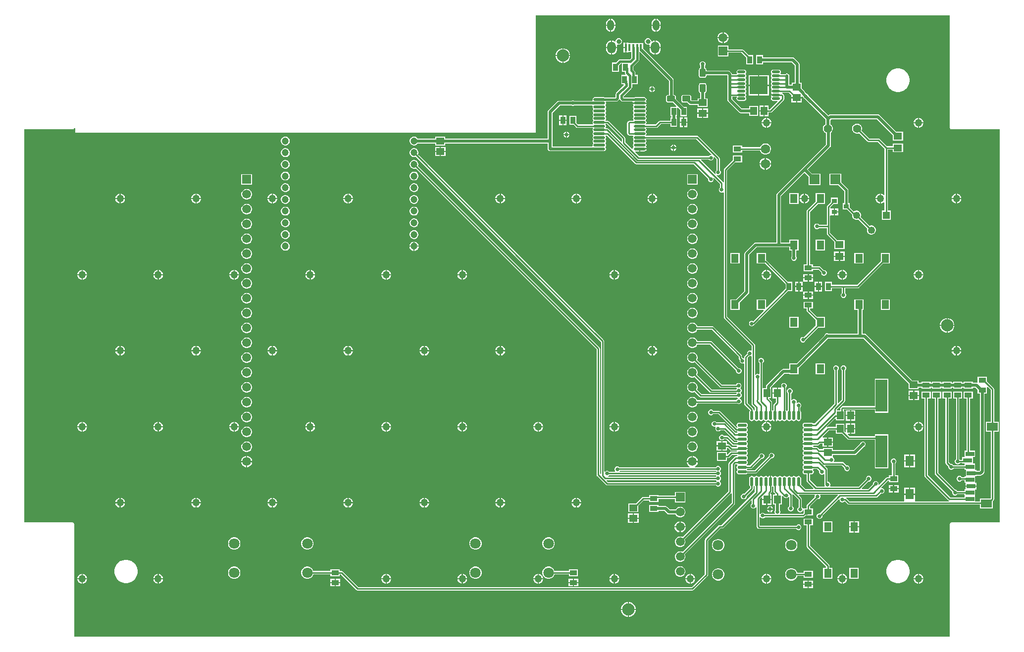
<source format=gbr>
%TF.GenerationSoftware,Altium Limited,Altium Designer,21.6.1 (37)*%
G04 Layer_Physical_Order=1*
G04 Layer_Color=255*
%FSLAX43Y43*%
%MOMM*%
%TF.SameCoordinates,4DA2BED1-4599-47CA-9C3E-D857DBAA41EB*%
%TF.FilePolarity,Positive*%
%TF.FileFunction,Copper,L1,Top,Signal*%
%TF.Part,Single*%
G01*
G75*
%TA.AperFunction,SMDPad,CuDef*%
%ADD10R,1.700X1.680*%
%ADD11O,0.550X1.600*%
%ADD12O,1.600X0.550*%
%ADD13R,1.400X1.200*%
%ADD14R,1.500X0.800*%
%ADD15R,1.400X1.800*%
%ADD16R,0.900X0.800*%
%ADD17R,0.850X1.300*%
%ADD18R,1.300X0.850*%
%ADD19R,1.450X1.200*%
%ADD20R,1.300X1.550*%
%ADD21R,0.450X1.300*%
G04:AMPARAMS|DCode=22|XSize=1.4mm|YSize=1mm|CornerRadius=0.2mm|HoleSize=0mm|Usage=FLASHONLY|Rotation=90.000|XOffset=0mm|YOffset=0mm|HoleType=Round|Shape=RoundedRectangle|*
%AMROUNDEDRECTD22*
21,1,1.400,0.600,0,0,90.0*
21,1,1.000,1.000,0,0,90.0*
1,1,0.400,0.300,0.500*
1,1,0.400,0.300,-0.500*
1,1,0.400,-0.300,-0.500*
1,1,0.400,-0.300,0.500*
%
%ADD22ROUNDEDRECTD22*%
%ADD23R,2.000X5.500*%
%ADD24R,1.900X1.400*%
G04:AMPARAMS|DCode=25|XSize=1.4mm|YSize=1mm|CornerRadius=0.2mm|HoleSize=0mm|Usage=FLASHONLY|Rotation=0.000|XOffset=0mm|YOffset=0mm|HoleType=Round|Shape=RoundedRectangle|*
%AMROUNDEDRECTD25*
21,1,1.400,0.600,0,0,0.0*
21,1,1.000,1.000,0,0,0.0*
1,1,0.400,0.500,-0.300*
1,1,0.400,-0.500,-0.300*
1,1,0.400,-0.500,0.300*
1,1,0.400,0.500,0.300*
%
%ADD25ROUNDEDRECTD25*%
%ADD26O,1.400X0.450*%
%ADD27R,3.100X3.100*%
%ADD28O,2.000X0.450*%
%ADD29R,1.200X1.400*%
%TA.AperFunction,Conductor*%
%ADD30C,0.254*%
%ADD31C,0.500*%
%ADD32C,0.381*%
%TA.AperFunction,ComponentPad*%
%ADD33C,2.100*%
%ADD34C,1.500*%
%ADD35C,1.200*%
%ADD36C,1.600*%
%ADD37C,1.800*%
%ADD38C,1.400*%
%ADD39R,1.500X1.500*%
%ADD40O,1.450X2.000*%
%ADD41O,1.150X1.800*%
%ADD42C,0.800*%
%ADD43R,1.250X1.250*%
%ADD44C,1.250*%
%TA.AperFunction,ViaPad*%
%ADD45C,0.650*%
%ADD46C,1.270*%
%ADD47C,0.750*%
G36*
X158372Y87127D02*
X158392Y87030D01*
X158447Y86947D01*
X158530Y86892D01*
X158627Y86872D01*
X166873D01*
X166879Y19717D01*
X166789Y19628D01*
X158627D01*
X158530Y19608D01*
X158447Y19553D01*
X158392Y19470D01*
X158372Y19373D01*
Y127D01*
X8627D01*
Y19373D01*
X8608Y19470D01*
X8553Y19553D01*
X8541Y19561D01*
Y19566D01*
X8533D01*
X8470Y19608D01*
X8373Y19628D01*
X127D01*
Y86872D01*
X8373D01*
X8470Y86892D01*
X8553Y86947D01*
X8608Y87030D01*
X8615Y87066D01*
X8791D01*
X8791Y86316D01*
X87541D01*
Y106372D01*
X158372D01*
Y87127D01*
D02*
G37*
%LPC*%
G36*
X108225Y105744D02*
Y104750D01*
X108907D01*
Y104975D01*
X108880Y105177D01*
X108802Y105366D01*
X108678Y105528D01*
X108516Y105652D01*
X108327Y105730D01*
X108225Y105744D01*
D02*
G37*
G36*
X100475D02*
Y104750D01*
X101157D01*
Y104975D01*
X101130Y105177D01*
X101052Y105366D01*
X100928Y105528D01*
X100766Y105652D01*
X100577Y105730D01*
X100475Y105744D01*
D02*
G37*
G36*
X100275D02*
X100173Y105730D01*
X99984Y105652D01*
X99822Y105528D01*
X99698Y105366D01*
X99620Y105177D01*
X99593Y104975D01*
Y104750D01*
X100275D01*
Y105744D01*
D02*
G37*
G36*
X108025D02*
X107923Y105730D01*
X107734Y105652D01*
X107572Y105528D01*
X107448Y105366D01*
X107370Y105177D01*
X107343Y104975D01*
Y104750D01*
X108025D01*
Y105744D01*
D02*
G37*
G36*
X108907Y104550D02*
X108225D01*
Y103556D01*
X108327Y103570D01*
X108516Y103648D01*
X108678Y103772D01*
X108802Y103934D01*
X108880Y104123D01*
X108907Y104325D01*
Y104550D01*
D02*
G37*
G36*
X100275D02*
X99593D01*
Y104325D01*
X99620Y104123D01*
X99698Y103934D01*
X99822Y103772D01*
X99984Y103648D01*
X100173Y103570D01*
X100275Y103556D01*
Y104550D01*
D02*
G37*
G36*
X101157D02*
X100475D01*
Y103556D01*
X100577Y103570D01*
X100766Y103648D01*
X100928Y103772D01*
X101052Y103934D01*
X101130Y104123D01*
X101157Y104325D01*
Y104550D01*
D02*
G37*
G36*
X108025D02*
X107343D01*
Y104325D01*
X107370Y104123D01*
X107448Y103934D01*
X107572Y103772D01*
X107734Y103648D01*
X107923Y103570D01*
X108025Y103556D01*
Y104550D01*
D02*
G37*
G36*
X119725Y103490D02*
X119700D01*
Y102640D01*
X120550D01*
Y102665D01*
X120485Y102907D01*
X120360Y103123D01*
X120183Y103300D01*
X119967Y103425D01*
X119725Y103490D01*
D02*
G37*
G36*
X119500D02*
X119475D01*
X119233Y103425D01*
X119017Y103300D01*
X118840Y103123D01*
X118715Y102907D01*
X118650Y102665D01*
Y102640D01*
X119500D01*
Y103490D01*
D02*
G37*
G36*
X101859Y102450D02*
X101641D01*
X101438Y102366D01*
X101284Y102212D01*
X101200Y102009D01*
Y101933D01*
X101073Y101870D01*
X100991Y101933D01*
X100766Y102026D01*
X100625Y102045D01*
Y100950D01*
X101458D01*
Y101125D01*
X101435Y101298D01*
X101549Y101388D01*
X101641Y101350D01*
X101859D01*
X102062Y101434D01*
X102216Y101588D01*
X102300Y101791D01*
Y102009D01*
X102216Y102212D01*
X102062Y102366D01*
X101859Y102450D01*
D02*
G37*
G36*
X120550Y102440D02*
X119700D01*
Y101590D01*
X119725D01*
X119967Y101655D01*
X120183Y101780D01*
X120360Y101957D01*
X120485Y102173D01*
X120550Y102415D01*
Y102440D01*
D02*
G37*
G36*
X119500D02*
X118650D01*
Y102415D01*
X118715Y102173D01*
X118840Y101957D01*
X119017Y101780D01*
X119233Y101655D01*
X119475Y101590D01*
X119500D01*
Y102440D01*
D02*
G37*
G36*
X108075Y102045D02*
Y100950D01*
X108908D01*
Y101125D01*
X108876Y101366D01*
X108783Y101591D01*
X108635Y101785D01*
X108441Y101933D01*
X108216Y102026D01*
X108075Y102045D01*
D02*
G37*
G36*
X102850Y101700D02*
X102525D01*
Y100950D01*
X102850D01*
Y101700D01*
D02*
G37*
G36*
X100425Y102045D02*
X100284Y102026D01*
X100059Y101933D01*
X99865Y101785D01*
X99717Y101591D01*
X99624Y101366D01*
X99592Y101125D01*
Y100950D01*
X100425D01*
Y102045D01*
D02*
G37*
G36*
X106859Y102450D02*
X106641D01*
X106438Y102366D01*
X106284Y102212D01*
X106200Y102009D01*
Y101791D01*
X106284Y101588D01*
X106438Y101434D01*
X106641Y101350D01*
X106859D01*
X106951Y101388D01*
X107065Y101298D01*
X107042Y101125D01*
Y100950D01*
X107875D01*
Y102045D01*
X107734Y102026D01*
X107509Y101933D01*
X107427Y101870D01*
X107300Y101933D01*
Y102009D01*
X107216Y102212D01*
X107062Y102366D01*
X106859Y102450D01*
D02*
G37*
G36*
X102850Y100750D02*
X102525D01*
Y100000D01*
X102850D01*
Y100750D01*
D02*
G37*
G36*
X108908D02*
X108075D01*
Y99655D01*
X108216Y99674D01*
X108441Y99767D01*
X108635Y99915D01*
X108783Y100109D01*
X108876Y100334D01*
X108908Y100575D01*
Y100750D01*
D02*
G37*
G36*
X100425D02*
X99592D01*
Y100575D01*
X99624Y100334D01*
X99717Y100109D01*
X99865Y99915D01*
X100059Y99767D01*
X100284Y99674D01*
X100425Y99655D01*
Y100750D01*
D02*
G37*
G36*
X101458D02*
X100625D01*
Y99655D01*
X100766Y99674D01*
X100991Y99767D01*
X101185Y99915D01*
X101333Y100109D01*
X101426Y100334D01*
X101458Y100575D01*
Y100750D01*
D02*
G37*
G36*
X107875D02*
X107042D01*
Y100575D01*
X107074Y100334D01*
X107167Y100109D01*
X107315Y99915D01*
X107509Y99767D01*
X107734Y99674D01*
X107875Y99655D01*
Y100750D01*
D02*
G37*
G36*
X92365Y100719D02*
X92300D01*
Y99569D01*
X93450D01*
Y99634D01*
X93365Y99952D01*
X93200Y100237D01*
X92968Y100470D01*
X92682Y100634D01*
X92365Y100719D01*
D02*
G37*
G36*
X92100D02*
X92035D01*
X91718Y100634D01*
X91432Y100470D01*
X91200Y100237D01*
X91035Y99952D01*
X90950Y99634D01*
Y99569D01*
X92100D01*
Y100719D01*
D02*
G37*
G36*
X103375Y101700D02*
X103050D01*
Y100850D01*
Y100000D01*
X103375D01*
Y100050D01*
X103912D01*
Y99107D01*
X103632Y98826D01*
X103506D01*
X103449Y98838D01*
X101948D01*
X101815Y98811D01*
X101703Y98736D01*
X101267Y98300D01*
X100608D01*
Y96700D01*
X101758D01*
Y97809D01*
X102092Y98143D01*
X102308D01*
Y96700D01*
X102770D01*
Y96555D01*
X102797Y96422D01*
X102872Y96310D01*
X102905Y96276D01*
X102857Y96159D01*
X102182D01*
Y94559D01*
X102588D01*
X102641Y94432D01*
X101322Y93113D01*
X101247Y93001D01*
X101220Y92868D01*
Y92342D01*
X101200Y92322D01*
X99363D01*
X99354Y92328D01*
X99208Y92357D01*
X97658D01*
X97512Y92328D01*
X97387Y92245D01*
X97305Y92121D01*
X97275Y91975D01*
X97298Y91860D01*
X97228Y91733D01*
X94157D01*
X93994Y91800D01*
X93806D01*
X93643Y91733D01*
X91525D01*
X91369Y91702D01*
X91237Y91613D01*
X91237Y91613D01*
X89712Y90088D01*
X89623Y89956D01*
X89592Y89800D01*
X89592Y89800D01*
Y85278D01*
X72100D01*
Y85620D01*
X70400D01*
Y85278D01*
X67381D01*
X67350Y85331D01*
X67211Y85470D01*
X67039Y85569D01*
X66849Y85620D01*
X66651D01*
X66461Y85569D01*
X66289Y85470D01*
X66150Y85331D01*
X66051Y85160D01*
X66000Y84969D01*
Y84771D01*
X66051Y84581D01*
X66150Y84410D01*
X66289Y84270D01*
X66461Y84171D01*
X66651Y84120D01*
X66849D01*
X67039Y84171D01*
X67211Y84270D01*
X67350Y84410D01*
X67381Y84462D01*
X70400D01*
Y84120D01*
X72100D01*
Y84462D01*
X89592D01*
Y83525D01*
X89623Y83369D01*
X89712Y83237D01*
X89844Y83148D01*
X90000Y83117D01*
X98433D01*
X98561Y83143D01*
X99208D01*
X99354Y83172D01*
X99478Y83255D01*
X99561Y83379D01*
X99590Y83525D01*
X99561Y83671D01*
X99498Y83765D01*
X99486Y83850D01*
X99498Y83935D01*
X99561Y84029D01*
X99590Y84175D01*
X99561Y84321D01*
X99498Y84415D01*
X99486Y84500D01*
X99498Y84585D01*
X99561Y84679D01*
X99590Y84825D01*
X99561Y84971D01*
X99498Y85065D01*
X99486Y85150D01*
X99498Y85235D01*
X99561Y85329D01*
X99590Y85475D01*
X99561Y85621D01*
X99498Y85715D01*
X99498Y85716D01*
X99535Y85818D01*
X99554Y85843D01*
X99708D01*
X104575Y80975D01*
X104575Y80975D01*
X104667Y80914D01*
X104775Y80892D01*
X114503D01*
X117025Y78371D01*
Y78201D01*
X117097Y78026D01*
X117231Y77892D01*
X117406Y77820D01*
X117594D01*
X117769Y77892D01*
X117903Y78026D01*
X117975Y78201D01*
Y78389D01*
X117917Y78529D01*
X118025Y78601D01*
X119070Y77555D01*
Y76904D01*
X118950Y76784D01*
X118878Y76609D01*
Y76421D01*
X118950Y76246D01*
X119084Y76112D01*
X119258Y76040D01*
X119447D01*
X119591Y76099D01*
X119718Y76042D01*
Y54741D01*
X119718Y54741D01*
X119739Y54633D01*
X119800Y54541D01*
X124493Y49849D01*
Y49083D01*
X124366Y48999D01*
X124267Y49040D01*
X124079D01*
X123904Y48968D01*
X123770Y48834D01*
X123698Y48659D01*
Y48489D01*
X123300Y48092D01*
X123239Y48000D01*
X123218Y47892D01*
X123218Y47892D01*
Y47803D01*
X123091Y47719D01*
X122992Y47760D01*
X122930D01*
X122830Y47859D01*
Y48112D01*
X122808Y48220D01*
X122747Y48312D01*
X122747Y48312D01*
X117964Y53095D01*
X117873Y53156D01*
X117765Y53177D01*
X117765Y53177D01*
X115197D01*
X115179Y53242D01*
X115061Y53448D01*
X114893Y53615D01*
X114688Y53734D01*
X114459Y53795D01*
X114222D01*
X113993Y53734D01*
X113788Y53615D01*
X113620Y53448D01*
X113502Y53242D01*
X113441Y53013D01*
Y52777D01*
X113502Y52548D01*
X113620Y52342D01*
X113788Y52175D01*
X113993Y52056D01*
X114222Y51995D01*
X114459D01*
X114688Y52056D01*
X114893Y52175D01*
X115061Y52342D01*
X115179Y52548D01*
X115197Y52613D01*
X117648D01*
X122265Y47995D01*
Y47742D01*
X122265Y47742D01*
X122287Y47634D01*
X122348Y47543D01*
X122449Y47442D01*
X122423Y47379D01*
Y47190D01*
X122495Y47016D01*
X122629Y46882D01*
X122804Y46810D01*
X122992D01*
X123091Y46850D01*
X123218Y46767D01*
Y39945D01*
X123218Y39945D01*
X123239Y39837D01*
X123300Y39745D01*
X124164Y38881D01*
X124194Y38756D01*
X124100Y38616D01*
X124067Y38450D01*
Y37400D01*
X124100Y37234D01*
X124194Y37094D01*
X124334Y37000D01*
X124500Y36967D01*
X124666Y37000D01*
X124806Y37094D01*
X124837Y37139D01*
X124964D01*
X124994Y37094D01*
X125134Y37000D01*
X125300Y36967D01*
X125466Y37000D01*
X125606Y37094D01*
X125636Y37139D01*
X125763D01*
X125794Y37094D01*
X125934Y37000D01*
X126100Y36967D01*
X126266Y37000D01*
X126406Y37094D01*
X126437Y37139D01*
X126563D01*
X126594Y37094D01*
X126734Y37000D01*
X126900Y36967D01*
X127066Y37000D01*
X127206Y37094D01*
X127237Y37139D01*
X127364D01*
X127394Y37094D01*
X127534Y37000D01*
X127700Y36967D01*
X127866Y37000D01*
X127989Y37082D01*
X128046Y37094D01*
X128133D01*
X128158Y37058D01*
X128315Y36953D01*
X128400Y36936D01*
Y37925D01*
X128600D01*
Y36936D01*
X128685Y36953D01*
X128842Y37058D01*
X128867Y37094D01*
X128954D01*
X129011Y37082D01*
X129134Y37000D01*
X129300Y36967D01*
X129466Y37000D01*
X129606Y37094D01*
X129637Y37139D01*
X129764D01*
X129794Y37094D01*
X129934Y37000D01*
X130100Y36967D01*
X130266Y37000D01*
X130406Y37094D01*
X130436Y37139D01*
X130564D01*
X130594Y37094D01*
X130734Y37000D01*
X130900Y36967D01*
X131066Y37000D01*
X131206Y37094D01*
X131236Y37139D01*
X131363D01*
X131394Y37094D01*
X131534Y37000D01*
X131700Y36967D01*
X131866Y37000D01*
X132006Y37094D01*
X132036Y37139D01*
X132163D01*
X132194Y37094D01*
X132334Y37000D01*
X132500Y36967D01*
X132666Y37000D01*
X132806Y37094D01*
X132900Y37234D01*
X132933Y37400D01*
Y38450D01*
X132900Y38616D01*
X132806Y38756D01*
X132782Y38772D01*
Y39275D01*
X132903Y39396D01*
X132975Y39570D01*
Y39759D01*
X132903Y39934D01*
X132769Y40067D01*
X132594Y40140D01*
X132406D01*
X132277Y40086D01*
X132175Y40172D01*
Y40361D01*
X132103Y40536D01*
X131969Y40669D01*
X131794Y40742D01*
X131606D01*
X131431Y40669D01*
X131359Y40598D01*
X131232Y40650D01*
Y41682D01*
X131269Y41697D01*
X131403Y41831D01*
X131475Y42006D01*
Y42194D01*
X131403Y42369D01*
X131269Y42503D01*
X131094Y42575D01*
X130906D01*
X130731Y42503D01*
X130597Y42369D01*
X130525Y42194D01*
Y42006D01*
X130597Y41831D01*
X130668Y41761D01*
Y38806D01*
X130594Y38756D01*
X130564Y38711D01*
X130436D01*
X130406Y38756D01*
X130332Y38806D01*
Y42661D01*
X130403Y42731D01*
X130475Y42906D01*
Y43094D01*
X130403Y43269D01*
X130269Y43403D01*
X130094Y43475D01*
X129906D01*
X129731Y43403D01*
X129597Y43269D01*
X129525Y43094D01*
Y42906D01*
X129578Y42777D01*
X129519Y42663D01*
X129504Y42650D01*
X128975D01*
Y41750D01*
X128875D01*
Y41650D01*
X128075D01*
Y40850D01*
X128593D01*
Y40157D01*
X128300Y39864D01*
X128239Y39773D01*
X128218Y39665D01*
X128218Y39665D01*
Y38833D01*
X128158Y38792D01*
X128026Y38820D01*
X127982Y38857D01*
Y40170D01*
X127982Y40170D01*
X127961Y40278D01*
X127900Y40370D01*
X127900Y40370D01*
X127487Y40783D01*
X127535Y40900D01*
X127825D01*
Y42600D01*
X127794D01*
X127754Y42727D01*
X130069Y45042D01*
X130911D01*
Y44975D01*
X132511D01*
Y46074D01*
X132604Y46137D01*
X137498Y51030D01*
X137647Y51092D01*
X143033D01*
X143033Y51092D01*
X143033Y51092D01*
X143581D01*
X151350Y43323D01*
Y42400D01*
X153050D01*
Y42717D01*
X153499D01*
Y42525D01*
X155099D01*
Y42717D01*
X155299D01*
Y42525D01*
X156899D01*
Y42717D01*
X157100D01*
Y42525D01*
X158699D01*
Y42717D01*
X158900D01*
Y42525D01*
X160500D01*
Y42717D01*
X160700D01*
Y42525D01*
X162300D01*
Y42692D01*
X162731D01*
X163100Y42323D01*
Y41675D01*
X163492D01*
Y28502D01*
X163438Y28448D01*
X162900D01*
Y28590D01*
X162827D01*
X162700Y28590D01*
X162700Y28717D01*
Y29690D01*
X162427D01*
X162300Y29690D01*
X162300Y29817D01*
Y30790D01*
X162700D01*
Y31890D01*
X161782D01*
Y40825D01*
X162300D01*
Y41975D01*
X160700D01*
Y40825D01*
X161218D01*
Y31890D01*
X160900D01*
Y30790D01*
X160500D01*
Y30352D01*
X160089D01*
X159982Y30459D01*
Y40825D01*
X160500D01*
Y41975D01*
X158900D01*
Y40825D01*
X159417D01*
Y30459D01*
X159297Y30339D01*
X159225Y30164D01*
Y29975D01*
X159297Y29800D01*
X159431Y29667D01*
X159605Y29594D01*
X159794D01*
X159969Y29667D01*
X160089Y29787D01*
X160500D01*
Y29690D01*
X160773D01*
X160900Y29690D01*
X160900Y29512D01*
X160810Y29423D01*
X158989D01*
X158869Y29543D01*
X158694Y29615D01*
X158524D01*
X158182Y29957D01*
Y40825D01*
X158699D01*
Y41975D01*
X157100D01*
Y40825D01*
X157617D01*
Y29840D01*
X157617Y29840D01*
X157639Y29732D01*
X157700Y29640D01*
X158125Y29216D01*
Y29046D01*
X158197Y28871D01*
X158331Y28737D01*
X158505Y28665D01*
X158694D01*
X158869Y28737D01*
X158989Y28858D01*
X160900D01*
Y28590D01*
X160973D01*
X161100Y28590D01*
X161100Y28463D01*
X161100Y27490D01*
X160973Y27490D01*
X160900D01*
Y27382D01*
X160389D01*
X160269Y27503D01*
X160094Y27575D01*
X159906D01*
X159731Y27503D01*
X159597Y27369D01*
X159525Y27194D01*
Y27006D01*
X159597Y26831D01*
X159731Y26697D01*
X159906Y26625D01*
X160094D01*
X160269Y26697D01*
X160389Y26818D01*
X160900D01*
Y26390D01*
X161050D01*
Y25940D01*
X162000D01*
X162950D01*
Y26440D01*
X162700D01*
X162700Y27490D01*
X162827Y27490D01*
X162900D01*
Y27632D01*
X163607D01*
X163607Y27632D01*
X163763Y27663D01*
X163895Y27752D01*
X164188Y28045D01*
X164188Y28045D01*
X164277Y28177D01*
X164308Y28333D01*
Y41675D01*
X164700D01*
Y42796D01*
X164810Y42865D01*
X165367Y42308D01*
Y36850D01*
X164550D01*
Y35150D01*
X165367D01*
Y23717D01*
X165351Y23700D01*
X163550D01*
Y23245D01*
X162700D01*
Y24063D01*
X162700Y24190D01*
X162700Y24317D01*
Y25240D01*
X162950D01*
Y25740D01*
X162000D01*
X161050D01*
Y25290D01*
X160900D01*
Y25022D01*
X159639D01*
X159519Y25143D01*
X159344Y25215D01*
X159282D01*
X159265Y25232D01*
X159259Y25240D01*
X159259Y25240D01*
X156382Y28118D01*
Y40825D01*
X156899D01*
Y41975D01*
X155299D01*
Y40825D01*
X155817D01*
Y28001D01*
X155817Y28001D01*
X155838Y27893D01*
X155900Y27801D01*
X158802Y24899D01*
X158775Y24835D01*
Y24646D01*
X158847Y24471D01*
X158981Y24337D01*
X159156Y24265D01*
X159344D01*
X159519Y24337D01*
X159639Y24458D01*
X160810D01*
X160900Y24368D01*
X160900Y24190D01*
X160900Y24063D01*
Y23922D01*
X158416D01*
X154581Y27757D01*
Y40825D01*
X155099D01*
Y41975D01*
X153499D01*
Y40825D01*
X154017D01*
Y27641D01*
X154017Y27640D01*
X154038Y27532D01*
X154099Y27441D01*
X158100Y23440D01*
X158100Y23440D01*
X158191Y23379D01*
X158225Y23372D01*
X158212Y23245D01*
X152454D01*
X152400Y23350D01*
X152400Y23372D01*
Y24350D01*
X151500D01*
X150600D01*
Y23372D01*
X150600Y23350D01*
X150546Y23245D01*
X141194D01*
X140701Y23738D01*
X140641Y23779D01*
X140677Y23906D01*
X145771D01*
X145771Y23906D01*
X145880Y23927D01*
X145971Y23988D01*
X146557Y24574D01*
X146619Y24548D01*
X146808D01*
X146983Y24620D01*
X147116Y24754D01*
X147189Y24928D01*
Y25117D01*
X147116Y25292D01*
X146983Y25426D01*
X146808Y25498D01*
X146696D01*
X146643Y25625D01*
X147823Y26805D01*
X147950Y26786D01*
Y26525D01*
X149550D01*
Y27675D01*
X149032D01*
Y29680D01*
X149153Y29800D01*
X149225Y29975D01*
Y30164D01*
X149153Y30339D01*
X149019Y30472D01*
X148844Y30544D01*
X148656D01*
X148481Y30472D01*
X148347Y30339D01*
X148275Y30164D01*
Y29975D01*
X148347Y29800D01*
X148468Y29680D01*
Y27675D01*
X147950D01*
Y27382D01*
X147719D01*
X147719Y27382D01*
X147611Y27361D01*
X147519Y27300D01*
X147519Y27300D01*
X146268Y26049D01*
X146161Y26121D01*
X146166Y26132D01*
Y26321D01*
X146093Y26496D01*
X145960Y26630D01*
X145785Y26702D01*
X145596D01*
X145422Y26630D01*
X145288Y26496D01*
X145216Y26321D01*
Y26197D01*
X144383Y25365D01*
X143330D01*
X143282Y25482D01*
X144424Y26625D01*
X144594D01*
X144769Y26697D01*
X144903Y26831D01*
X144975Y27006D01*
Y27194D01*
X144903Y27369D01*
X144769Y27503D01*
X144594Y27575D01*
X144406D01*
X144231Y27503D01*
X144097Y27369D01*
X144025Y27194D01*
Y27024D01*
X142769Y25769D01*
X137976D01*
X137899Y25896D01*
X137944Y26006D01*
Y26194D01*
X137872Y26369D01*
X137738Y26503D01*
X137563Y26575D01*
X137451D01*
Y28740D01*
X137451Y28740D01*
X137430Y28848D01*
X137369Y28940D01*
X137028Y29281D01*
X137076Y29398D01*
X139883D01*
X140325Y28956D01*
Y28786D01*
X140397Y28611D01*
X140531Y28478D01*
X140706Y28406D01*
X140894D01*
X141069Y28478D01*
X141203Y28611D01*
X141275Y28786D01*
Y28975D01*
X141203Y29150D01*
X141069Y29283D01*
X140894Y29356D01*
X140724D01*
X140200Y29880D01*
X140108Y29941D01*
X140000Y29963D01*
X140000Y29963D01*
X138616D01*
X138557Y30090D01*
X138616Y30230D01*
Y30419D01*
X138543Y30594D01*
X138414Y30723D01*
X138341Y30819D01*
Y31162D01*
X142069D01*
X142069Y31162D01*
X142226Y31193D01*
X142358Y31281D01*
X143607Y32530D01*
X143769Y32597D01*
X143903Y32731D01*
X143975Y32906D01*
Y33094D01*
X143903Y33269D01*
X143769Y33403D01*
X143594Y33475D01*
X143406D01*
X143231Y33403D01*
X143097Y33269D01*
X143030Y33107D01*
X141901Y31977D01*
X138341D01*
Y32319D01*
X136641D01*
Y32161D01*
X136045D01*
X135732Y32475D01*
X135640Y32536D01*
X135532Y32557D01*
X135532Y32557D01*
X135082D01*
X135045Y32601D01*
X135017Y32733D01*
X135058Y32793D01*
X135751D01*
X135751Y32793D01*
X135859Y32814D01*
X135951Y32875D01*
X136163Y33087D01*
X136591D01*
Y32569D01*
X137391D01*
Y33369D01*
Y34169D01*
X136712D01*
X136638Y34169D01*
X136565Y34272D01*
X136570Y34294D01*
X137663Y35387D01*
X138850D01*
Y34819D01*
X139951D01*
X140900Y33870D01*
X140900Y33870D01*
X140992Y33809D01*
X141100Y33787D01*
X141100Y33787D01*
X145541D01*
Y28900D01*
X147841D01*
Y34700D01*
X145541D01*
Y34352D01*
X141217D01*
X140917Y34652D01*
X140965Y34769D01*
X141300D01*
Y35569D01*
X140600D01*
Y35135D01*
X140483Y35086D01*
X140350Y35219D01*
Y36519D01*
X138850D01*
Y35952D01*
X137546D01*
X137438Y35930D01*
X137430Y35925D01*
X137349Y36024D01*
X138733Y37408D01*
X138850Y37359D01*
Y37075D01*
X140350D01*
Y38775D01*
X140196D01*
Y38968D01*
X145541D01*
Y38400D01*
X147841D01*
Y44200D01*
X145541D01*
Y39532D01*
X140062D01*
X139954Y39511D01*
X139862Y39450D01*
X139862Y39450D01*
X139714Y39301D01*
X139652Y39209D01*
X139631Y39101D01*
X139631Y39101D01*
Y38775D01*
X139005D01*
Y38935D01*
X140379Y40309D01*
X140379Y40309D01*
X140441Y40400D01*
X140462Y40508D01*
Y45636D01*
X140582Y45756D01*
X140655Y45931D01*
Y46119D01*
X140582Y46294D01*
X140449Y46428D01*
X140274Y46500D01*
X140085D01*
X139911Y46428D01*
X139777Y46294D01*
X139705Y46119D01*
Y45931D01*
X139777Y45756D01*
X139897Y45636D01*
Y40625D01*
X139302Y40030D01*
X139184Y40078D01*
Y45636D01*
X139305Y45756D01*
X139377Y45931D01*
Y46119D01*
X139305Y46294D01*
X139171Y46428D01*
X138996Y46500D01*
X138808D01*
X138633Y46428D01*
X138499Y46294D01*
X138427Y46119D01*
Y45931D01*
X138499Y45756D01*
X138620Y45636D01*
Y39919D01*
X135258Y36557D01*
X134997D01*
X134981Y36581D01*
X134841Y36675D01*
X134675Y36708D01*
X133625D01*
X133459Y36675D01*
X133319Y36581D01*
X133225Y36441D01*
X133192Y36275D01*
X133225Y36109D01*
X133319Y35969D01*
X133364Y35938D01*
Y35811D01*
X133319Y35781D01*
X133225Y35641D01*
X133192Y35475D01*
X133225Y35309D01*
X133319Y35169D01*
X133364Y35138D01*
Y35011D01*
X133319Y34981D01*
X133225Y34841D01*
X133192Y34675D01*
X133225Y34509D01*
X133319Y34369D01*
X133364Y34338D01*
Y34211D01*
X133319Y34181D01*
X133225Y34041D01*
X133192Y33875D01*
X133225Y33709D01*
X133307Y33586D01*
X133319Y33529D01*
Y33442D01*
X133283Y33417D01*
X133178Y33260D01*
X133161Y33175D01*
X134150D01*
Y32975D01*
X133161D01*
X133178Y32890D01*
X133283Y32733D01*
X133319Y32708D01*
Y32621D01*
X133307Y32564D01*
X133225Y32441D01*
X133192Y32275D01*
X133225Y32109D01*
X133319Y31969D01*
X133364Y31938D01*
Y31811D01*
X133319Y31781D01*
X133225Y31641D01*
X133192Y31475D01*
X133225Y31309D01*
X133319Y31169D01*
X133364Y31138D01*
Y31011D01*
X133319Y30981D01*
X133225Y30841D01*
X133192Y30675D01*
X133225Y30509D01*
X133319Y30369D01*
X133364Y30338D01*
Y30211D01*
X133319Y30181D01*
X133225Y30041D01*
X133192Y29875D01*
X133225Y29709D01*
X133319Y29569D01*
X133364Y29538D01*
Y29411D01*
X133319Y29381D01*
X133225Y29241D01*
X133192Y29075D01*
X133225Y28909D01*
X133319Y28769D01*
X133364Y28738D01*
Y28611D01*
X133319Y28581D01*
X133225Y28441D01*
X133192Y28275D01*
X133225Y28109D01*
X133319Y27969D01*
X133459Y27875D01*
X133625Y27842D01*
X133868D01*
Y26775D01*
X133868Y26775D01*
X133889Y26667D01*
X133950Y26575D01*
X135043Y25482D01*
X134995Y25365D01*
X133635D01*
X132928Y26072D01*
X132933Y26100D01*
Y27150D01*
X132900Y27316D01*
X132806Y27456D01*
X132666Y27550D01*
X132500Y27583D01*
X132334Y27550D01*
X132194Y27456D01*
X132163Y27411D01*
X132036D01*
X132006Y27456D01*
X131866Y27550D01*
X131700Y27583D01*
X131534Y27550D01*
X131394Y27456D01*
X131363Y27411D01*
X131236D01*
X131206Y27456D01*
X131066Y27550D01*
X130900Y27583D01*
X130734Y27550D01*
X130594Y27456D01*
X130564Y27411D01*
X130436D01*
X130406Y27456D01*
X130266Y27550D01*
X130100Y27583D01*
X129934Y27550D01*
X129794Y27456D01*
X129764Y27411D01*
X129637D01*
X129606Y27456D01*
X129466Y27550D01*
X129300Y27583D01*
X129134Y27550D01*
X128994Y27456D01*
X128964Y27411D01*
X128837D01*
X128806Y27456D01*
X128666Y27550D01*
X128500Y27583D01*
X128334Y27550D01*
X128211Y27468D01*
X128154Y27456D01*
X128067D01*
X128042Y27492D01*
X127885Y27597D01*
X127800Y27614D01*
Y26625D01*
X127600D01*
Y27614D01*
X127515Y27597D01*
X127358Y27492D01*
X127333Y27456D01*
X127246D01*
X127189Y27468D01*
X127066Y27550D01*
X126900Y27583D01*
X126734Y27550D01*
X126594Y27456D01*
X126563Y27411D01*
X126437D01*
X126406Y27456D01*
X126266Y27550D01*
X126100Y27583D01*
X125934Y27550D01*
X125794Y27456D01*
X125763Y27411D01*
X125636D01*
X125606Y27456D01*
X125466Y27550D01*
X125300Y27583D01*
X125134Y27550D01*
X124994Y27456D01*
X124964Y27411D01*
X124837D01*
X124806Y27456D01*
X124666Y27550D01*
X124500Y27583D01*
X124334Y27550D01*
X124194Y27456D01*
X124100Y27316D01*
X124067Y27150D01*
Y26100D01*
X124100Y25934D01*
X124194Y25794D01*
X124218Y25778D01*
Y25561D01*
X123208Y24551D01*
X123038D01*
X122863Y24479D01*
X122730Y24345D01*
X122657Y24171D01*
Y23982D01*
X122730Y23807D01*
X122863Y23674D01*
X123038Y23601D01*
X123227D01*
X123401Y23674D01*
X123535Y23807D01*
X123607Y23982D01*
Y24152D01*
X124700Y25244D01*
X124700Y25244D01*
X124761Y25336D01*
X124782Y25444D01*
Y25778D01*
X124806Y25794D01*
X124807Y25795D01*
X124949Y25804D01*
X125018Y25734D01*
Y24876D01*
X119328Y19187D01*
X119044D01*
X119044Y19187D01*
X118935Y19165D01*
X118844Y19104D01*
X116550Y16810D01*
X116489Y16719D01*
X116468Y16611D01*
X116468Y16611D01*
Y10802D01*
X114230Y8565D01*
X57214D01*
X54544Y11235D01*
X54452Y11296D01*
X54344Y11317D01*
X54344Y11317D01*
X54050D01*
Y11610D01*
X52450D01*
Y11317D01*
X49512D01*
X49479Y11440D01*
X49341Y11680D01*
X49145Y11875D01*
X48906Y12013D01*
X48639Y12085D01*
X48362D01*
X48095Y12013D01*
X47856Y11875D01*
X47660Y11680D01*
X47522Y11440D01*
X47451Y11173D01*
Y10897D01*
X47522Y10630D01*
X47660Y10390D01*
X47856Y10195D01*
X48095Y10057D01*
X48362Y9985D01*
X48639D01*
X48906Y10057D01*
X49145Y10195D01*
X49341Y10390D01*
X49479Y10630D01*
X49512Y10753D01*
X52450D01*
Y10460D01*
X54050D01*
Y10753D01*
X54227D01*
X56897Y8083D01*
X56897Y8083D01*
X56988Y8021D01*
X57097Y8000D01*
X57097Y8000D01*
X114347D01*
X114347Y8000D01*
X114455Y8021D01*
X114547Y8083D01*
X116950Y10486D01*
X116950Y10486D01*
X117011Y10577D01*
X117032Y10685D01*
X117032Y10685D01*
Y16494D01*
X119161Y18622D01*
X119445D01*
X119445Y18622D01*
X119553Y18643D01*
X119645Y18705D01*
X124375Y23435D01*
X124493Y23387D01*
Y22866D01*
X124372Y22745D01*
X124300Y22571D01*
Y22382D01*
X124372Y22207D01*
X124506Y22074D01*
X124681Y22001D01*
X124869D01*
X125044Y22074D01*
X125166Y22195D01*
X125222Y22188D01*
X125293Y22156D01*
Y18959D01*
X125293Y18959D01*
X125314Y18851D01*
X125375Y18759D01*
X125524Y18610D01*
X125524Y18610D01*
X125616Y18549D01*
X125724Y18528D01*
X132111D01*
X132231Y18407D01*
X132406Y18335D01*
X132594D01*
X132769Y18407D01*
X132903Y18541D01*
X132975Y18715D01*
Y18904D01*
X132903Y19079D01*
X132769Y19213D01*
X132594Y19285D01*
X132406D01*
X132231Y19213D01*
X132111Y19092D01*
X125857D01*
Y20486D01*
X125928Y20517D01*
X125984Y20525D01*
X126106Y20403D01*
X126281Y20331D01*
X126469D01*
X126644Y20403D01*
X126764Y20524D01*
X133306D01*
X133306Y20524D01*
X133414Y20545D01*
X133506Y20606D01*
X133727Y20828D01*
X133852D01*
X133852Y20828D01*
X133879Y20833D01*
X134950D01*
Y21983D01*
X134432D01*
Y22359D01*
X135674Y23601D01*
X135844D01*
X136019Y23674D01*
X136153Y23807D01*
X136225Y23982D01*
Y24171D01*
X136184Y24269D01*
X136268Y24396D01*
X139189D01*
X139242Y24269D01*
X136154Y21181D01*
X135984D01*
X135809Y21109D01*
X135675Y20975D01*
X135603Y20800D01*
Y20611D01*
X135675Y20437D01*
X135809Y20303D01*
X135984Y20231D01*
X136173D01*
X136347Y20303D01*
X136481Y20437D01*
X136553Y20611D01*
Y20782D01*
X139383Y23612D01*
X139510Y23559D01*
Y23444D01*
X139582Y23269D01*
X139716Y23136D01*
X139891Y23063D01*
X140080D01*
X140254Y23136D01*
X140374Y23256D01*
X140385D01*
X140877Y22763D01*
X140877Y22763D01*
X140969Y22702D01*
X141077Y22681D01*
X141077Y22681D01*
X163550D01*
Y22000D01*
X165750D01*
Y23301D01*
X165850Y23400D01*
X165850Y23400D01*
X165911Y23492D01*
X165932Y23600D01*
X165932Y23600D01*
Y35150D01*
X166750D01*
Y36850D01*
X165932D01*
Y42425D01*
X165911Y42533D01*
X165850Y42625D01*
X165850Y42625D01*
X164700Y43774D01*
Y44525D01*
X163100D01*
Y43589D01*
X163086Y43567D01*
X162973Y43493D01*
X162900Y43508D01*
X162900Y43508D01*
X162300D01*
Y43675D01*
X160700D01*
Y43533D01*
X160500D01*
Y43675D01*
X158900D01*
Y43533D01*
X158699D01*
Y43675D01*
X157100D01*
Y43533D01*
X156899D01*
Y43675D01*
X155299D01*
Y43533D01*
X155099D01*
Y43675D01*
X153499D01*
Y43533D01*
X153050D01*
Y43900D01*
X151927D01*
X144038Y51788D01*
X143906Y51877D01*
X143750Y51908D01*
X143750Y51908D01*
X143440D01*
Y55945D01*
X143641D01*
Y57795D01*
X142041D01*
Y55945D01*
X142625D01*
Y51908D01*
X137647D01*
X137485Y51975D01*
X137296D01*
X137122Y51903D01*
X136988Y51769D01*
X136921Y51607D01*
X132147Y46833D01*
X132111D01*
X132111Y46833D01*
X132071Y46825D01*
X130911D01*
Y45858D01*
X129900D01*
X129900Y45858D01*
X129744Y45827D01*
X129612Y45738D01*
X129612Y45738D01*
X127029Y43156D01*
X126941Y43024D01*
X126910Y42868D01*
X126910Y42868D01*
Y42600D01*
X126382D01*
Y46895D01*
X126503Y47016D01*
X126575Y47190D01*
Y47379D01*
X126503Y47554D01*
X126369Y47687D01*
X126194Y47760D01*
X126006D01*
X125831Y47687D01*
X125697Y47554D01*
X125625Y47379D01*
Y47190D01*
X125697Y47016D01*
X125818Y46895D01*
Y45066D01*
X125691Y44986D01*
X125585Y45030D01*
X125396D01*
X125222Y44957D01*
X125184Y44920D01*
X125057Y44973D01*
Y49966D01*
X125036Y50074D01*
X124975Y50165D01*
X124975Y50165D01*
X120282Y54858D01*
Y79849D01*
X121634Y81200D01*
X122834D01*
Y82350D01*
X121234D01*
Y81599D01*
X119800Y80166D01*
X119739Y80074D01*
X119718Y79966D01*
X119718Y79966D01*
Y77853D01*
X119591Y77815D01*
X119552Y77872D01*
X119552Y77872D01*
X118453Y78972D01*
X118524Y79080D01*
X118656Y79025D01*
X118845D01*
X119020Y79097D01*
X119153Y79231D01*
X119226Y79406D01*
Y79594D01*
X119153Y79769D01*
X119033Y79889D01*
Y81874D01*
X119012Y81982D01*
X118950Y82074D01*
X118950Y82074D01*
X115350Y85675D01*
X115258Y85736D01*
X115150Y85757D01*
X115150Y85757D01*
X106454D01*
X106435Y85782D01*
X106398Y85884D01*
X106398Y85885D01*
X106461Y85979D01*
X106490Y86125D01*
X106461Y86271D01*
X106398Y86365D01*
X106386Y86450D01*
X106398Y86535D01*
X106461Y86629D01*
X106490Y86775D01*
X106461Y86921D01*
X106398Y87015D01*
X106398Y87016D01*
X106435Y87118D01*
X106454Y87143D01*
X108181D01*
X108181Y87143D01*
X108290Y87164D01*
X108381Y87225D01*
X108948Y87793D01*
X110575D01*
Y87275D01*
X111725D01*
Y88875D01*
X111613D01*
Y89100D01*
X111725D01*
Y90532D01*
X111842Y90581D01*
X112267Y90156D01*
Y90075D01*
X112267Y90075D01*
X112275Y90036D01*
Y89100D01*
X113425D01*
Y90700D01*
X112877D01*
X111557Y92020D01*
Y92400D01*
X111530Y92537D01*
X111452Y92652D01*
X111337Y92730D01*
X111200Y92757D01*
X111133D01*
Y95300D01*
X111102Y95456D01*
X111013Y95588D01*
X111013Y95588D01*
X105925Y100677D01*
Y101650D01*
X103375D01*
Y101700D01*
D02*
G37*
G36*
X93450Y99369D02*
X92300D01*
Y98219D01*
X92365D01*
X92682Y98304D01*
X92968Y98469D01*
X93200Y98702D01*
X93365Y98987D01*
X93450Y99305D01*
Y99369D01*
D02*
G37*
G36*
X92100D02*
X90950D01*
Y99305D01*
X91035Y98987D01*
X91200Y98702D01*
X91432Y98469D01*
X91718Y98304D01*
X92035Y98219D01*
X92100D01*
Y99369D01*
D02*
G37*
G36*
X120500Y101160D02*
X118700D01*
Y99360D01*
X120500D01*
Y99978D01*
X122732D01*
X123559Y99151D01*
Y97950D01*
X124709D01*
Y99550D01*
X123959D01*
X123049Y100460D01*
X122957Y100521D01*
X122849Y100542D01*
X122849Y100542D01*
X120500D01*
Y101160D01*
D02*
G37*
G36*
X127434Y96134D02*
X125784D01*
Y94484D01*
X127434D01*
Y96134D01*
D02*
G37*
G36*
X125584D02*
X123934D01*
Y94484D01*
X125584D01*
Y96134D01*
D02*
G37*
G36*
X126409Y99550D02*
X125259D01*
Y97950D01*
X126409D01*
Y98342D01*
X131325D01*
X131842Y97825D01*
Y94809D01*
X131314D01*
Y94467D01*
X130908D01*
Y95359D01*
Y96000D01*
X130877Y96156D01*
X130788Y96288D01*
X130656Y96377D01*
X130500Y96408D01*
X130344Y96377D01*
X130216Y96292D01*
X129456D01*
X129436Y96316D01*
X129399Y96418D01*
X129400Y96419D01*
X129462Y96513D01*
X129491Y96659D01*
X129462Y96805D01*
X129379Y96929D01*
X129255Y97012D01*
X129109Y97041D01*
X128159D01*
X128013Y97012D01*
X127889Y96929D01*
X127806Y96805D01*
X127777Y96659D01*
X127806Y96513D01*
X127869Y96419D01*
X127881Y96334D01*
X127869Y96249D01*
X127806Y96155D01*
X127777Y96009D01*
X127806Y95863D01*
X127869Y95769D01*
X127881Y95684D01*
X127869Y95599D01*
X127806Y95505D01*
X127777Y95359D01*
X127806Y95213D01*
X127869Y95119D01*
X127881Y95034D01*
X127869Y94949D01*
X127806Y94855D01*
X127777Y94709D01*
X127806Y94563D01*
X127869Y94469D01*
X127881Y94384D01*
X127869Y94299D01*
X127806Y94205D01*
X127777Y94059D01*
X127806Y93913D01*
X127889Y93789D01*
X127827Y93677D01*
X127759Y93575D01*
X127746Y93509D01*
X128634D01*
Y93309D01*
X127746D01*
X127759Y93243D01*
X127853Y93103D01*
Y93065D01*
X127759Y92925D01*
X127746Y92859D01*
X128634D01*
Y92659D01*
X127746D01*
X127759Y92593D01*
X127827Y92491D01*
X127889Y92379D01*
X127806Y92255D01*
X127777Y92109D01*
X127806Y91963D01*
X127889Y91839D01*
X128013Y91756D01*
X128159Y91727D01*
X128871D01*
X128920Y91609D01*
X127602Y90292D01*
X127395D01*
Y90909D01*
X126695D01*
Y90009D01*
Y89109D01*
X127395D01*
Y89727D01*
X127719D01*
X127719Y89727D01*
X127827Y89748D01*
X127919Y89809D01*
X129950Y91840D01*
X129950Y91840D01*
X130011Y91932D01*
X130032Y92040D01*
X130032Y92040D01*
Y92600D01*
X130032Y92600D01*
X130011Y92708D01*
X129950Y92800D01*
X129950Y92800D01*
X129791Y92959D01*
X129729Y93000D01*
X129764Y93127D01*
X130797D01*
X131264Y92660D01*
Y92359D01*
X132164D01*
X133064D01*
Y92444D01*
X133181Y92492D01*
X133280Y92393D01*
X133347Y92231D01*
X133481Y92097D01*
X133643Y92030D01*
X137092Y88581D01*
Y87746D01*
X136978Y87680D01*
X136820Y87522D01*
X136708Y87328D01*
X136650Y87112D01*
Y86888D01*
X136708Y86672D01*
X136820Y86478D01*
X136978Y86320D01*
X137172Y86208D01*
X137211Y86198D01*
Y84268D01*
X133212Y80269D01*
X128821Y75878D01*
X128732Y75746D01*
X128701Y75590D01*
X128701Y75590D01*
Y67508D01*
X125169D01*
X125013Y67477D01*
X124881Y67388D01*
X124881Y67388D01*
X123362Y65869D01*
X123273Y65737D01*
X123242Y65581D01*
X123242Y65581D01*
Y59173D01*
X121864Y57795D01*
X120841D01*
Y55945D01*
X122441D01*
Y57218D01*
X123938Y58716D01*
X124027Y58848D01*
X124058Y59004D01*
X124058Y59004D01*
Y65412D01*
X125338Y66692D01*
X130911D01*
Y66175D01*
X131303D01*
Y65102D01*
X131236Y64939D01*
Y64751D01*
X131308Y64576D01*
X131442Y64442D01*
X131616Y64370D01*
X131805D01*
X131980Y64442D01*
X132113Y64576D01*
X132186Y64751D01*
Y64939D01*
X132118Y65102D01*
Y66175D01*
X132511D01*
Y68025D01*
X130911D01*
Y67508D01*
X129517D01*
Y75421D01*
X133510Y79413D01*
X134215Y78708D01*
Y77305D01*
X136215D01*
Y79285D01*
X134792D01*
X134087Y79990D01*
X137907Y83811D01*
X137907Y83811D01*
X137995Y83943D01*
X138026Y84099D01*
X138026Y84099D01*
Y86324D01*
X138180Y86478D01*
X138292Y86672D01*
X138350Y86888D01*
Y87112D01*
X138292Y87328D01*
X138180Y87522D01*
X138022Y87680D01*
X137908Y87746D01*
Y88415D01*
X137913Y88419D01*
X138087Y88592D01*
X145906D01*
X148625Y85873D01*
Y84950D01*
X150375D01*
Y86450D01*
X149202D01*
X146363Y89288D01*
X146231Y89377D01*
X146075Y89408D01*
X146075Y89408D01*
X137918D01*
X137762Y89377D01*
X137630Y89288D01*
X137515Y89312D01*
X134220Y92607D01*
X134153Y92769D01*
X134019Y92903D01*
X133857Y92970D01*
X133648Y93179D01*
X133641Y93215D01*
X133552Y93347D01*
X133552Y93347D01*
X133014Y93886D01*
Y94809D01*
X132658D01*
Y97993D01*
X132627Y98150D01*
X132538Y98282D01*
X131782Y99038D01*
X131650Y99127D01*
X131493Y99158D01*
X131493Y99158D01*
X126409D01*
Y99550D01*
D02*
G37*
G36*
X149697Y97250D02*
X149303D01*
X148917Y97173D01*
X148553Y97022D01*
X148225Y96803D01*
X147947Y96525D01*
X147728Y96197D01*
X147577Y95833D01*
X147500Y95447D01*
Y95053D01*
X147577Y94667D01*
X147728Y94303D01*
X147947Y93975D01*
X148225Y93697D01*
X148553Y93478D01*
X148917Y93327D01*
X149303Y93250D01*
X149697D01*
X150083Y93327D01*
X150447Y93478D01*
X150775Y93697D01*
X151053Y93975D01*
X151272Y94303D01*
X151423Y94667D01*
X151500Y95053D01*
Y95447D01*
X151423Y95833D01*
X151272Y96197D01*
X151053Y96525D01*
X150775Y96803D01*
X150447Y97022D01*
X150083Y97173D01*
X149697Y97250D01*
D02*
G37*
G36*
X127434Y94284D02*
X125784D01*
Y92634D01*
X127434D01*
Y94284D01*
D02*
G37*
G36*
X125584D02*
X123934D01*
Y92634D01*
X125584D01*
Y94284D01*
D02*
G37*
G36*
X116400Y94757D02*
X115800D01*
X115663Y94730D01*
X115548Y94652D01*
X115470Y94537D01*
X115443Y94400D01*
Y93400D01*
X115470Y93263D01*
X115548Y93148D01*
X115663Y93070D01*
X115692Y93065D01*
Y92166D01*
X115250D01*
Y91824D01*
X114212D01*
X114157Y91879D01*
Y92400D01*
X114130Y92537D01*
X114052Y92652D01*
X113937Y92730D01*
X113800Y92757D01*
X112800D01*
X112663Y92730D01*
X112548Y92652D01*
X112470Y92537D01*
X112443Y92400D01*
Y91800D01*
X112470Y91663D01*
X112548Y91548D01*
X112663Y91470D01*
X112800Y91443D01*
X113446D01*
X113462Y91420D01*
X113755Y91128D01*
X113755Y91128D01*
X113887Y91039D01*
X114043Y91008D01*
X115250D01*
Y90666D01*
X116950D01*
Y92166D01*
X116508D01*
Y93065D01*
X116537Y93070D01*
X116652Y93148D01*
X116730Y93263D01*
X116757Y93400D01*
Y94400D01*
X116730Y94537D01*
X116652Y94652D01*
X116537Y94730D01*
X116400Y94757D01*
D02*
G37*
G36*
X116194Y98496D02*
X116006D01*
X115831Y98423D01*
X115697Y98290D01*
X115625Y98115D01*
Y97926D01*
X115692Y97764D01*
Y97335D01*
X115663Y97330D01*
X115548Y97252D01*
X115470Y97137D01*
X115443Y97000D01*
Y96000D01*
X115470Y95863D01*
X115548Y95748D01*
X115663Y95670D01*
X115800Y95643D01*
X116400D01*
X116537Y95670D01*
X116652Y95748D01*
X116730Y95863D01*
X116757Y96000D01*
Y96092D01*
X120324D01*
X120342Y96074D01*
Y95359D01*
Y94709D01*
Y94059D01*
Y92759D01*
Y91884D01*
X120342Y91884D01*
X120373Y91728D01*
X120462Y91596D01*
X122337Y89721D01*
X122337Y89721D01*
X122469Y89632D01*
X122625Y89601D01*
X122625Y89601D01*
X124045D01*
Y89159D01*
X125545D01*
Y90859D01*
X124045D01*
Y90417D01*
X122794D01*
X121158Y92053D01*
Y92477D01*
X121913D01*
X121932Y92452D01*
X121969Y92350D01*
X121969Y92349D01*
X121906Y92255D01*
X121877Y92109D01*
X121906Y91963D01*
X121989Y91839D01*
X122113Y91756D01*
X122259Y91727D01*
X123209D01*
X123355Y91756D01*
X123479Y91839D01*
X123562Y91963D01*
X123591Y92109D01*
X123562Y92255D01*
X123500Y92349D01*
X123487Y92434D01*
X123500Y92519D01*
X123562Y92613D01*
X123591Y92759D01*
X123562Y92905D01*
X123500Y92999D01*
X123487Y93084D01*
X123500Y93169D01*
X123562Y93263D01*
X123591Y93409D01*
X123562Y93555D01*
X123500Y93649D01*
X123487Y93734D01*
X123500Y93819D01*
X123562Y93913D01*
X123591Y94059D01*
X123562Y94205D01*
X123500Y94299D01*
X123487Y94384D01*
X123500Y94469D01*
X123562Y94563D01*
X123591Y94709D01*
X123562Y94855D01*
X123500Y94949D01*
X123487Y95034D01*
X123500Y95119D01*
X123562Y95213D01*
X123591Y95359D01*
X123562Y95505D01*
X123500Y95599D01*
X123487Y95684D01*
X123500Y95769D01*
X123562Y95863D01*
X123591Y96009D01*
X123562Y96155D01*
X123500Y96249D01*
X123487Y96334D01*
X123500Y96419D01*
X123562Y96513D01*
X123591Y96659D01*
X123562Y96805D01*
X123479Y96929D01*
X123355Y97012D01*
X123209Y97041D01*
X122259D01*
X122113Y97012D01*
X121989Y96929D01*
X121906Y96805D01*
X121877Y96659D01*
X121906Y96513D01*
X121969Y96419D01*
X121969Y96418D01*
X121932Y96316D01*
X121913Y96292D01*
X121148D01*
X121127Y96399D01*
X121038Y96531D01*
X120781Y96788D01*
X120649Y96877D01*
X120493Y96908D01*
X120493Y96908D01*
X116757D01*
Y97000D01*
X116730Y97137D01*
X116652Y97252D01*
X116537Y97330D01*
X116508Y97335D01*
Y97764D01*
X116575Y97926D01*
Y98115D01*
X116503Y98290D01*
X116369Y98423D01*
X116194Y98496D01*
D02*
G37*
G36*
X133064Y92159D02*
X132264D01*
Y91459D01*
X133064D01*
Y92159D01*
D02*
G37*
G36*
X132064D02*
X131264D01*
Y91459D01*
X132064D01*
Y92159D01*
D02*
G37*
G36*
X126495Y90909D02*
X125795D01*
Y90109D01*
X126495D01*
Y90909D01*
D02*
G37*
G36*
X117000Y90416D02*
X116200D01*
Y89716D01*
X117000D01*
Y90416D01*
D02*
G37*
G36*
X116000D02*
X115200D01*
Y89716D01*
X116000D01*
Y90416D01*
D02*
G37*
G36*
X126495Y89909D02*
X125795D01*
Y89109D01*
X126495D01*
Y89909D01*
D02*
G37*
G36*
X117000Y89516D02*
X116200D01*
Y88816D01*
X117000D01*
Y89516D01*
D02*
G37*
G36*
X116000D02*
X115200D01*
Y88816D01*
X116000D01*
Y89516D01*
D02*
G37*
G36*
X113475Y88925D02*
X112950D01*
Y88175D01*
X113475D01*
Y88925D01*
D02*
G37*
G36*
X112750D02*
X112225D01*
Y88175D01*
X112750D01*
Y88925D01*
D02*
G37*
G36*
X153110Y88835D02*
X153100D01*
Y88100D01*
X153835D01*
Y88110D01*
X153778Y88322D01*
X153668Y88513D01*
X153513Y88668D01*
X153322Y88778D01*
X153110Y88835D01*
D02*
G37*
G36*
X152900D02*
X152890D01*
X152678Y88778D01*
X152487Y88668D01*
X152332Y88513D01*
X152222Y88322D01*
X152165Y88110D01*
Y88100D01*
X152900D01*
Y88835D01*
D02*
G37*
G36*
X127110D02*
X127100D01*
Y88100D01*
X127835D01*
Y88110D01*
X127778Y88322D01*
X127668Y88513D01*
X127513Y88668D01*
X127322Y88778D01*
X127110Y88835D01*
D02*
G37*
G36*
X126900D02*
X126890D01*
X126678Y88778D01*
X126487Y88668D01*
X126332Y88513D01*
X126222Y88322D01*
X126165Y88110D01*
Y88100D01*
X126900D01*
Y88835D01*
D02*
G37*
G36*
X113475Y87975D02*
X112950D01*
Y87225D01*
X113475D01*
Y87975D01*
D02*
G37*
G36*
X112750D02*
X112225D01*
Y87225D01*
X112750D01*
Y87975D01*
D02*
G37*
G36*
X153835Y87900D02*
X153100D01*
Y87165D01*
X153110D01*
X153322Y87222D01*
X153513Y87332D01*
X153668Y87487D01*
X153778Y87678D01*
X153835Y87890D01*
Y87900D01*
D02*
G37*
G36*
X152900D02*
X152165D01*
Y87890D01*
X152222Y87678D01*
X152332Y87487D01*
X152487Y87332D01*
X152678Y87222D01*
X152890Y87165D01*
X152900D01*
Y87900D01*
D02*
G37*
G36*
X127835D02*
X127100D01*
Y87165D01*
X127110D01*
X127322Y87222D01*
X127513Y87332D01*
X127668Y87487D01*
X127778Y87678D01*
X127835Y87890D01*
Y87900D01*
D02*
G37*
G36*
X126900D02*
X126165D01*
Y87890D01*
X126222Y87678D01*
X126332Y87487D01*
X126487Y87332D01*
X126678Y87222D01*
X126890Y87165D01*
X126900D01*
Y87900D01*
D02*
G37*
G36*
X44849Y85620D02*
X44651D01*
X44461Y85569D01*
X44289Y85470D01*
X44150Y85331D01*
X44051Y85160D01*
X44000Y84969D01*
Y84771D01*
X44051Y84581D01*
X44150Y84410D01*
X44289Y84270D01*
X44461Y84171D01*
X44651Y84120D01*
X44849D01*
X45039Y84171D01*
X45211Y84270D01*
X45350Y84410D01*
X45449Y84581D01*
X45500Y84771D01*
Y84969D01*
X45449Y85160D01*
X45350Y85331D01*
X45211Y85470D01*
X45039Y85569D01*
X44849Y85620D01*
D02*
G37*
G36*
X126946Y84465D02*
X126696D01*
X126454Y84400D01*
X126237Y84275D01*
X126060Y84098D01*
X125935Y83882D01*
X125913Y83797D01*
X122834D01*
Y84050D01*
X121234D01*
Y82900D01*
X122834D01*
Y83233D01*
X125913D01*
X125935Y83148D01*
X126060Y82932D01*
X126237Y82755D01*
X126454Y82630D01*
X126696Y82565D01*
X126946D01*
X127187Y82630D01*
X127404Y82755D01*
X127581Y82932D01*
X127706Y83148D01*
X127771Y83390D01*
Y83640D01*
X127706Y83882D01*
X127581Y84098D01*
X127404Y84275D01*
X127187Y84400D01*
X126946Y84465D01*
D02*
G37*
G36*
X72150Y83870D02*
X71350D01*
Y83170D01*
X72150D01*
Y83870D01*
D02*
G37*
G36*
X71150D02*
X70350D01*
Y83170D01*
X71150D01*
Y83870D01*
D02*
G37*
G36*
X142612Y87850D02*
X142388D01*
X142172Y87792D01*
X141978Y87680D01*
X141820Y87522D01*
X141708Y87328D01*
X141650Y87112D01*
Y86888D01*
X141708Y86672D01*
X141820Y86478D01*
X141978Y86320D01*
X142172Y86208D01*
X142388Y86150D01*
X142612D01*
X142828Y86208D01*
X142869Y86232D01*
X144300Y84800D01*
X144300Y84800D01*
X144392Y84739D01*
X144500Y84718D01*
X144500Y84718D01*
X146071D01*
X147205Y83583D01*
Y75655D01*
X147078Y75603D01*
X147013Y75668D01*
X146822Y75778D01*
X146610Y75835D01*
X146600D01*
Y75000D01*
Y74165D01*
X146610D01*
X146822Y74222D01*
X147013Y74332D01*
X147078Y74397D01*
X147205Y74345D01*
Y72959D01*
X146713D01*
Y71409D01*
X148263D01*
Y72959D01*
X147770D01*
Y83418D01*
X148625D01*
Y82950D01*
X150375D01*
Y84450D01*
X148625D01*
Y83982D01*
X147605D01*
X146387Y85200D01*
X146296Y85261D01*
X146188Y85282D01*
X146188Y85282D01*
X144617D01*
X143268Y86631D01*
X143292Y86672D01*
X143350Y86888D01*
Y87112D01*
X143292Y87328D01*
X143180Y87522D01*
X143022Y87680D01*
X142828Y87792D01*
X142612Y87850D01*
D02*
G37*
G36*
X72150Y82970D02*
X71350D01*
Y82270D01*
X72150D01*
Y82970D01*
D02*
G37*
G36*
X71150D02*
X70350D01*
Y82270D01*
X71150D01*
Y82970D01*
D02*
G37*
G36*
X44849Y83620D02*
X44651D01*
X44461Y83569D01*
X44289Y83470D01*
X44150Y83331D01*
X44051Y83160D01*
X44000Y82969D01*
Y82771D01*
X44051Y82581D01*
X44150Y82410D01*
X44289Y82270D01*
X44461Y82171D01*
X44651Y82120D01*
X44849D01*
X45039Y82171D01*
X45211Y82270D01*
X45350Y82410D01*
X45449Y82581D01*
X45500Y82771D01*
Y82969D01*
X45449Y83160D01*
X45350Y83331D01*
X45211Y83470D01*
X45039Y83569D01*
X44849Y83620D01*
D02*
G37*
G36*
X126952Y81975D02*
X126921D01*
Y81075D01*
X127821D01*
Y81107D01*
X127752Y81361D01*
X127621Y81589D01*
X127435Y81775D01*
X127207Y81907D01*
X126952Y81975D01*
D02*
G37*
G36*
X126721D02*
X126689D01*
X126435Y81907D01*
X126207Y81775D01*
X126020Y81589D01*
X125889Y81361D01*
X125821Y81107D01*
Y81075D01*
X126721D01*
Y81975D01*
D02*
G37*
G36*
X44849Y81620D02*
X44651D01*
X44461Y81569D01*
X44289Y81470D01*
X44150Y81331D01*
X44051Y81160D01*
X44000Y80969D01*
Y80771D01*
X44051Y80581D01*
X44150Y80410D01*
X44289Y80270D01*
X44461Y80171D01*
X44651Y80120D01*
X44849D01*
X45039Y80171D01*
X45211Y80270D01*
X45350Y80410D01*
X45449Y80581D01*
X45500Y80771D01*
Y80969D01*
X45449Y81160D01*
X45350Y81331D01*
X45211Y81470D01*
X45039Y81569D01*
X44849Y81620D01*
D02*
G37*
G36*
X127821Y80875D02*
X126921D01*
Y79975D01*
X126952D01*
X127207Y80043D01*
X127435Y80175D01*
X127621Y80361D01*
X127752Y80589D01*
X127821Y80843D01*
Y80875D01*
D02*
G37*
G36*
X126721D02*
X125821D01*
Y80843D01*
X125889Y80589D01*
X126020Y80361D01*
X126207Y80175D01*
X126435Y80043D01*
X126689Y79975D01*
X126721D01*
Y80875D01*
D02*
G37*
G36*
X66849Y79620D02*
X66651D01*
X66461Y79569D01*
X66289Y79470D01*
X66150Y79331D01*
X66051Y79160D01*
X66000Y78969D01*
Y78771D01*
X66051Y78581D01*
X66150Y78410D01*
X66289Y78270D01*
X66461Y78171D01*
X66651Y78120D01*
X66849D01*
X67039Y78171D01*
X67211Y78270D01*
X67350Y78410D01*
X67449Y78581D01*
X67500Y78771D01*
Y78969D01*
X67449Y79160D01*
X67350Y79331D01*
X67211Y79470D01*
X67039Y79569D01*
X66849Y79620D01*
D02*
G37*
G36*
X44849D02*
X44651D01*
X44461Y79569D01*
X44289Y79470D01*
X44150Y79331D01*
X44051Y79160D01*
X44000Y78969D01*
Y78771D01*
X44051Y78581D01*
X44150Y78410D01*
X44289Y78270D01*
X44461Y78171D01*
X44651Y78120D01*
X44849D01*
X45039Y78171D01*
X45211Y78270D01*
X45350Y78410D01*
X45449Y78581D01*
X45500Y78771D01*
Y78969D01*
X45449Y79160D01*
X45350Y79331D01*
X45211Y79470D01*
X45039Y79569D01*
X44849Y79620D01*
D02*
G37*
G36*
X115241Y79195D02*
X113441D01*
Y77395D01*
X115241D01*
Y79195D01*
D02*
G37*
G36*
X39031D02*
X37231D01*
Y77395D01*
X39031D01*
Y79195D01*
D02*
G37*
G36*
X66849Y77620D02*
X66651D01*
X66461Y77569D01*
X66289Y77470D01*
X66150Y77331D01*
X66051Y77160D01*
X66000Y76969D01*
Y76771D01*
X66051Y76581D01*
X66150Y76410D01*
X66289Y76270D01*
X66461Y76171D01*
X66651Y76120D01*
X66849D01*
X67039Y76171D01*
X67211Y76270D01*
X67350Y76410D01*
X67449Y76581D01*
X67500Y76771D01*
Y76969D01*
X67449Y77160D01*
X67350Y77331D01*
X67211Y77470D01*
X67039Y77569D01*
X66849Y77620D01*
D02*
G37*
G36*
X44849D02*
X44651D01*
X44461Y77569D01*
X44289Y77470D01*
X44150Y77331D01*
X44051Y77160D01*
X44000Y76969D01*
Y76771D01*
X44051Y76581D01*
X44150Y76410D01*
X44289Y76270D01*
X44461Y76171D01*
X44651Y76120D01*
X44849D01*
X45039Y76171D01*
X45211Y76270D01*
X45350Y76410D01*
X45449Y76581D01*
X45500Y76771D01*
Y76969D01*
X45449Y77160D01*
X45350Y77331D01*
X45211Y77470D01*
X45039Y77569D01*
X44849Y77620D01*
D02*
G37*
G36*
X159610Y75835D02*
X159600D01*
Y75100D01*
X160335D01*
Y75110D01*
X160278Y75322D01*
X160168Y75513D01*
X160013Y75668D01*
X159822Y75778D01*
X159610Y75835D01*
D02*
G37*
G36*
X159400D02*
X159390D01*
X159178Y75778D01*
X158987Y75668D01*
X158832Y75513D01*
X158722Y75322D01*
X158665Y75110D01*
Y75100D01*
X159400D01*
Y75835D01*
D02*
G37*
G36*
X146400D02*
X146390D01*
X146178Y75778D01*
X145987Y75668D01*
X145832Y75513D01*
X145722Y75322D01*
X145665Y75110D01*
Y75100D01*
X146400D01*
Y75835D01*
D02*
G37*
G36*
X133610D02*
X133600D01*
Y75100D01*
X134335D01*
Y75110D01*
X134278Y75322D01*
X134168Y75513D01*
X134013Y75668D01*
X133822Y75778D01*
X133610Y75835D01*
D02*
G37*
G36*
X133400D02*
X133390D01*
X133178Y75778D01*
X132987Y75668D01*
X132832Y75513D01*
X132722Y75322D01*
X132665Y75110D01*
Y75100D01*
X133400D01*
Y75835D01*
D02*
G37*
G36*
X107610D02*
X107600D01*
Y75100D01*
X108335D01*
Y75110D01*
X108278Y75322D01*
X108168Y75513D01*
X108013Y75668D01*
X107822Y75778D01*
X107610Y75835D01*
D02*
G37*
G36*
X107400D02*
X107390D01*
X107178Y75778D01*
X106987Y75668D01*
X106832Y75513D01*
X106722Y75322D01*
X106665Y75110D01*
Y75100D01*
X107400D01*
Y75835D01*
D02*
G37*
G36*
X94610D02*
X94600D01*
Y75100D01*
X95335D01*
Y75110D01*
X95278Y75322D01*
X95168Y75513D01*
X95013Y75668D01*
X94822Y75778D01*
X94610Y75835D01*
D02*
G37*
G36*
X94400D02*
X94390D01*
X94178Y75778D01*
X93987Y75668D01*
X93832Y75513D01*
X93722Y75322D01*
X93665Y75110D01*
Y75100D01*
X94400D01*
Y75835D01*
D02*
G37*
G36*
X81610D02*
X81600D01*
Y75100D01*
X82335D01*
Y75110D01*
X82278Y75322D01*
X82168Y75513D01*
X82013Y75668D01*
X81822Y75778D01*
X81610Y75835D01*
D02*
G37*
G36*
X81400D02*
X81390D01*
X81178Y75778D01*
X80987Y75668D01*
X80832Y75513D01*
X80722Y75322D01*
X80665Y75110D01*
Y75100D01*
X81400D01*
Y75835D01*
D02*
G37*
G36*
X55610D02*
X55600D01*
Y75100D01*
X56335D01*
Y75110D01*
X56278Y75322D01*
X56168Y75513D01*
X56013Y75668D01*
X55822Y75778D01*
X55610Y75835D01*
D02*
G37*
G36*
X55400D02*
X55390D01*
X55178Y75778D01*
X54987Y75668D01*
X54832Y75513D01*
X54722Y75322D01*
X54665Y75110D01*
Y75100D01*
X55400D01*
Y75835D01*
D02*
G37*
G36*
X42610D02*
X42600D01*
Y75100D01*
X43335D01*
Y75110D01*
X43278Y75322D01*
X43168Y75513D01*
X43013Y75668D01*
X42822Y75778D01*
X42610Y75835D01*
D02*
G37*
G36*
X42400D02*
X42390D01*
X42178Y75778D01*
X41987Y75668D01*
X41832Y75513D01*
X41722Y75322D01*
X41665Y75110D01*
Y75100D01*
X42400D01*
Y75835D01*
D02*
G37*
G36*
X29610D02*
X29600D01*
Y75100D01*
X30335D01*
Y75110D01*
X30278Y75322D01*
X30168Y75513D01*
X30013Y75668D01*
X29822Y75778D01*
X29610Y75835D01*
D02*
G37*
G36*
X29400D02*
X29390D01*
X29178Y75778D01*
X28987Y75668D01*
X28832Y75513D01*
X28722Y75322D01*
X28665Y75110D01*
Y75100D01*
X29400D01*
Y75835D01*
D02*
G37*
G36*
X16610D02*
X16600D01*
Y75100D01*
X17335D01*
Y75110D01*
X17278Y75322D01*
X17168Y75513D01*
X17013Y75668D01*
X16822Y75778D01*
X16610Y75835D01*
D02*
G37*
G36*
X16400D02*
X16390D01*
X16178Y75778D01*
X15987Y75668D01*
X15832Y75513D01*
X15722Y75322D01*
X15665Y75110D01*
Y75100D01*
X16400D01*
Y75835D01*
D02*
G37*
G36*
X114459Y76655D02*
X114222D01*
X113993Y76594D01*
X113788Y76475D01*
X113620Y76308D01*
X113502Y76102D01*
X113441Y75873D01*
Y75636D01*
X113502Y75408D01*
X113620Y75202D01*
X113788Y75035D01*
X113993Y74916D01*
X114222Y74855D01*
X114459D01*
X114688Y74916D01*
X114893Y75035D01*
X115061Y75202D01*
X115179Y75408D01*
X115241Y75636D01*
Y75873D01*
X115179Y76102D01*
X115061Y76308D01*
X114893Y76475D01*
X114688Y76594D01*
X114459Y76655D01*
D02*
G37*
G36*
X38249D02*
X38012D01*
X37783Y76594D01*
X37578Y76475D01*
X37410Y76308D01*
X37292Y76102D01*
X37231Y75873D01*
Y75636D01*
X37292Y75408D01*
X37410Y75202D01*
X37578Y75035D01*
X37783Y74916D01*
X38012Y74855D01*
X38249D01*
X38478Y74916D01*
X38683Y75035D01*
X38851Y75202D01*
X38969Y75408D01*
X39031Y75636D01*
Y75873D01*
X38969Y76102D01*
X38851Y76308D01*
X38683Y76475D01*
X38478Y76594D01*
X38249Y76655D01*
D02*
G37*
G36*
X160335Y74900D02*
X159600D01*
Y74165D01*
X159610D01*
X159822Y74222D01*
X160013Y74332D01*
X160168Y74487D01*
X160278Y74678D01*
X160335Y74890D01*
Y74900D01*
D02*
G37*
G36*
X159400D02*
X158665D01*
Y74890D01*
X158722Y74678D01*
X158832Y74487D01*
X158987Y74332D01*
X159178Y74222D01*
X159390Y74165D01*
X159400D01*
Y74900D01*
D02*
G37*
G36*
X146400D02*
X145665D01*
Y74890D01*
X145722Y74678D01*
X145832Y74487D01*
X145987Y74332D01*
X146178Y74222D01*
X146390Y74165D01*
X146400D01*
Y74900D01*
D02*
G37*
G36*
X134335D02*
X133600D01*
Y74165D01*
X133610D01*
X133822Y74222D01*
X134013Y74332D01*
X134168Y74487D01*
X134278Y74678D01*
X134335Y74890D01*
Y74900D01*
D02*
G37*
G36*
X133400D02*
X132665D01*
Y74890D01*
X132722Y74678D01*
X132832Y74487D01*
X132987Y74332D01*
X133178Y74222D01*
X133390Y74165D01*
X133400D01*
Y74900D01*
D02*
G37*
G36*
X108335D02*
X107600D01*
Y74165D01*
X107610D01*
X107822Y74222D01*
X108013Y74332D01*
X108168Y74487D01*
X108278Y74678D01*
X108335Y74890D01*
Y74900D01*
D02*
G37*
G36*
X107400D02*
X106665D01*
Y74890D01*
X106722Y74678D01*
X106832Y74487D01*
X106987Y74332D01*
X107178Y74222D01*
X107390Y74165D01*
X107400D01*
Y74900D01*
D02*
G37*
G36*
X95335D02*
X94600D01*
Y74165D01*
X94610D01*
X94822Y74222D01*
X95013Y74332D01*
X95168Y74487D01*
X95278Y74678D01*
X95335Y74890D01*
Y74900D01*
D02*
G37*
G36*
X94400D02*
X93665D01*
Y74890D01*
X93722Y74678D01*
X93832Y74487D01*
X93987Y74332D01*
X94178Y74222D01*
X94390Y74165D01*
X94400D01*
Y74900D01*
D02*
G37*
G36*
X82335D02*
X81600D01*
Y74165D01*
X81610D01*
X81822Y74222D01*
X82013Y74332D01*
X82168Y74487D01*
X82278Y74678D01*
X82335Y74890D01*
Y74900D01*
D02*
G37*
G36*
X81400D02*
X80665D01*
Y74890D01*
X80722Y74678D01*
X80832Y74487D01*
X80987Y74332D01*
X81178Y74222D01*
X81390Y74165D01*
X81400D01*
Y74900D01*
D02*
G37*
G36*
X56335D02*
X55600D01*
Y74165D01*
X55610D01*
X55822Y74222D01*
X56013Y74332D01*
X56168Y74487D01*
X56278Y74678D01*
X56335Y74890D01*
Y74900D01*
D02*
G37*
G36*
X55400D02*
X54665D01*
Y74890D01*
X54722Y74678D01*
X54832Y74487D01*
X54987Y74332D01*
X55178Y74222D01*
X55390Y74165D01*
X55400D01*
Y74900D01*
D02*
G37*
G36*
X43335D02*
X42600D01*
Y74165D01*
X42610D01*
X42822Y74222D01*
X43013Y74332D01*
X43168Y74487D01*
X43278Y74678D01*
X43335Y74890D01*
Y74900D01*
D02*
G37*
G36*
X42400D02*
X41665D01*
Y74890D01*
X41722Y74678D01*
X41832Y74487D01*
X41987Y74332D01*
X42178Y74222D01*
X42390Y74165D01*
X42400D01*
Y74900D01*
D02*
G37*
G36*
X30335D02*
X29600D01*
Y74165D01*
X29610D01*
X29822Y74222D01*
X30013Y74332D01*
X30168Y74487D01*
X30278Y74678D01*
X30335Y74890D01*
Y74900D01*
D02*
G37*
G36*
X29400D02*
X28665D01*
Y74890D01*
X28722Y74678D01*
X28832Y74487D01*
X28987Y74332D01*
X29178Y74222D01*
X29390Y74165D01*
X29400D01*
Y74900D01*
D02*
G37*
G36*
X17335D02*
X16600D01*
Y74165D01*
X16610D01*
X16822Y74222D01*
X17013Y74332D01*
X17168Y74487D01*
X17278Y74678D01*
X17335Y74890D01*
Y74900D01*
D02*
G37*
G36*
X16400D02*
X15665D01*
Y74890D01*
X15722Y74678D01*
X15832Y74487D01*
X15987Y74332D01*
X16178Y74222D01*
X16390Y74165D01*
X16400D01*
Y74900D01*
D02*
G37*
G36*
X132511Y75975D02*
X130911D01*
Y74125D01*
X132511D01*
Y75975D01*
D02*
G37*
G36*
X66849Y75620D02*
X66651D01*
X66461Y75569D01*
X66289Y75470D01*
X66150Y75331D01*
X66051Y75160D01*
X66000Y74969D01*
Y74771D01*
X66051Y74581D01*
X66150Y74410D01*
X66289Y74270D01*
X66461Y74171D01*
X66651Y74120D01*
X66849D01*
X67039Y74171D01*
X67211Y74270D01*
X67350Y74410D01*
X67449Y74581D01*
X67500Y74771D01*
Y74969D01*
X67449Y75160D01*
X67350Y75331D01*
X67211Y75470D01*
X67039Y75569D01*
X66849Y75620D01*
D02*
G37*
G36*
X44849D02*
X44651D01*
X44461Y75569D01*
X44289Y75470D01*
X44150Y75331D01*
X44051Y75160D01*
X44000Y74969D01*
Y74771D01*
X44051Y74581D01*
X44150Y74410D01*
X44289Y74270D01*
X44461Y74171D01*
X44651Y74120D01*
X44849D01*
X45039Y74171D01*
X45211Y74270D01*
X45350Y74410D01*
X45449Y74581D01*
X45500Y74771D01*
Y74969D01*
X45449Y75160D01*
X45350Y75331D01*
X45211Y75470D01*
X45039Y75569D01*
X44849Y75620D01*
D02*
G37*
G36*
X138730Y73339D02*
Y72839D01*
X139280D01*
Y73339D01*
X138730D01*
D02*
G37*
G36*
X114459Y74115D02*
X114222D01*
X113993Y74054D01*
X113788Y73935D01*
X113620Y73768D01*
X113502Y73562D01*
X113441Y73333D01*
Y73096D01*
X113502Y72868D01*
X113620Y72662D01*
X113788Y72495D01*
X113993Y72376D01*
X114222Y72315D01*
X114459D01*
X114688Y72376D01*
X114893Y72495D01*
X115061Y72662D01*
X115179Y72868D01*
X115241Y73096D01*
Y73333D01*
X115179Y73562D01*
X115061Y73768D01*
X114893Y73935D01*
X114688Y74054D01*
X114459Y74115D01*
D02*
G37*
G36*
X38249D02*
X38012D01*
X37783Y74054D01*
X37578Y73935D01*
X37410Y73768D01*
X37292Y73562D01*
X37231Y73333D01*
Y73096D01*
X37292Y72868D01*
X37410Y72662D01*
X37578Y72495D01*
X37783Y72376D01*
X38012Y72315D01*
X38249D01*
X38478Y72376D01*
X38683Y72495D01*
X38851Y72662D01*
X38969Y72868D01*
X39031Y73096D01*
Y73333D01*
X38969Y73562D01*
X38851Y73768D01*
X38683Y73935D01*
X38478Y74054D01*
X38249Y74115D01*
D02*
G37*
G36*
X139280Y72639D02*
X138730D01*
Y72139D01*
X139280D01*
Y72639D01*
D02*
G37*
G36*
X66849Y73620D02*
X66651D01*
X66461Y73569D01*
X66289Y73470D01*
X66150Y73331D01*
X66051Y73160D01*
X66000Y72969D01*
Y72771D01*
X66051Y72581D01*
X66150Y72410D01*
X66289Y72270D01*
X66461Y72171D01*
X66651Y72120D01*
X66849D01*
X67039Y72171D01*
X67211Y72270D01*
X67350Y72410D01*
X67449Y72581D01*
X67500Y72771D01*
Y72969D01*
X67449Y73160D01*
X67350Y73331D01*
X67211Y73470D01*
X67039Y73569D01*
X66849Y73620D01*
D02*
G37*
G36*
X44849D02*
X44651D01*
X44461Y73569D01*
X44289Y73470D01*
X44150Y73331D01*
X44051Y73160D01*
X44000Y72969D01*
Y72771D01*
X44051Y72581D01*
X44150Y72410D01*
X44289Y72270D01*
X44461Y72171D01*
X44651Y72120D01*
X44849D01*
X45039Y72171D01*
X45211Y72270D01*
X45350Y72410D01*
X45449Y72581D01*
X45500Y72771D01*
Y72969D01*
X45449Y73160D01*
X45350Y73331D01*
X45211Y73470D01*
X45039Y73569D01*
X44849Y73620D01*
D02*
G37*
G36*
X139230Y75189D02*
X138030D01*
Y74438D01*
X137400Y73809D01*
X137339Y73717D01*
X137318Y73609D01*
X137318Y73609D01*
Y70551D01*
X136015D01*
X135895Y70672D01*
X135721Y70744D01*
X135532D01*
X135357Y70672D01*
X135223Y70538D01*
X135151Y70363D01*
Y70174D01*
X135223Y70000D01*
X135357Y69866D01*
X135532Y69794D01*
X135721D01*
X135895Y69866D01*
X136015Y69986D01*
X137318D01*
Y69025D01*
X137318Y69025D01*
X137339Y68917D01*
X137400Y68826D01*
X138620Y67606D01*
Y67598D01*
X138620Y67598D01*
X138625Y67571D01*
Y66375D01*
X140375D01*
Y67875D01*
X139134D01*
X139102Y67923D01*
X139102Y67923D01*
X137882Y69142D01*
Y70269D01*
Y72067D01*
X137980Y72139D01*
X138009Y72139D01*
X138530D01*
Y72739D01*
Y73339D01*
X138009D01*
X137980Y73339D01*
X137922Y73382D01*
X137914Y73524D01*
X138479Y74089D01*
X139230D01*
Y75189D01*
D02*
G37*
G36*
X66849Y71620D02*
X66651D01*
X66461Y71569D01*
X66289Y71470D01*
X66150Y71331D01*
X66051Y71160D01*
X66000Y70969D01*
Y70771D01*
X66051Y70581D01*
X66150Y70410D01*
X66289Y70270D01*
X66461Y70171D01*
X66651Y70120D01*
X66849D01*
X67039Y70171D01*
X67211Y70270D01*
X67350Y70410D01*
X67449Y70581D01*
X67500Y70771D01*
Y70969D01*
X67449Y71160D01*
X67350Y71331D01*
X67211Y71470D01*
X67039Y71569D01*
X66849Y71620D01*
D02*
G37*
G36*
X44849D02*
X44651D01*
X44461Y71569D01*
X44289Y71470D01*
X44150Y71331D01*
X44051Y71160D01*
X44000Y70969D01*
Y70771D01*
X44051Y70581D01*
X44150Y70410D01*
X44289Y70270D01*
X44461Y70171D01*
X44651Y70120D01*
X44849D01*
X45039Y70171D01*
X45211Y70270D01*
X45350Y70410D01*
X45449Y70581D01*
X45500Y70771D01*
Y70969D01*
X45449Y71160D01*
X45350Y71331D01*
X45211Y71470D01*
X45039Y71569D01*
X44849Y71620D01*
D02*
G37*
G36*
X114459Y71575D02*
X114222D01*
X113993Y71514D01*
X113788Y71395D01*
X113620Y71228D01*
X113502Y71022D01*
X113441Y70793D01*
Y70557D01*
X113502Y70328D01*
X113620Y70122D01*
X113788Y69955D01*
X113993Y69836D01*
X114222Y69775D01*
X114459D01*
X114688Y69836D01*
X114893Y69955D01*
X115061Y70122D01*
X115179Y70328D01*
X115241Y70557D01*
Y70793D01*
X115179Y71022D01*
X115061Y71228D01*
X114893Y71395D01*
X114688Y71514D01*
X114459Y71575D01*
D02*
G37*
G36*
X38249D02*
X38012D01*
X37783Y71514D01*
X37578Y71395D01*
X37410Y71228D01*
X37292Y71022D01*
X37231Y70793D01*
Y70557D01*
X37292Y70328D01*
X37410Y70122D01*
X37578Y69955D01*
X37783Y69836D01*
X38012Y69775D01*
X38249D01*
X38478Y69836D01*
X38683Y69955D01*
X38851Y70122D01*
X38969Y70328D01*
X39031Y70557D01*
Y70793D01*
X38969Y71022D01*
X38851Y71228D01*
X38683Y71395D01*
X38478Y71514D01*
X38249Y71575D01*
D02*
G37*
G36*
X139795Y79285D02*
X137795D01*
Y77305D01*
X139304D01*
X140282Y76327D01*
Y74239D01*
X140030D01*
Y73139D01*
X140830D01*
X141643Y72326D01*
X141633Y72286D01*
Y72082D01*
X141685Y71885D01*
X141787Y71708D01*
X141932Y71564D01*
X142109Y71462D01*
X142306Y71409D01*
X142510D01*
X142707Y71462D01*
X142722Y71470D01*
X144234Y69958D01*
X144225Y69943D01*
X144173Y69746D01*
Y69542D01*
X144225Y69345D01*
X144327Y69168D01*
X144472Y69024D01*
X144648Y68922D01*
X144846Y68869D01*
X145050D01*
X145247Y68922D01*
X145423Y69024D01*
X145568Y69168D01*
X145670Y69345D01*
X145723Y69542D01*
Y69746D01*
X145670Y69943D01*
X145568Y70120D01*
X145423Y70264D01*
X145247Y70366D01*
X145050Y70419D01*
X144846D01*
X144648Y70366D01*
X144634Y70357D01*
X143121Y71870D01*
X143130Y71885D01*
X143183Y72082D01*
Y72286D01*
X143130Y72483D01*
X143028Y72660D01*
X142883Y72804D01*
X142707Y72906D01*
X142510Y72959D01*
X142306D01*
X142109Y72906D01*
X141952Y72816D01*
X141230Y73538D01*
Y74239D01*
X140977D01*
Y76470D01*
X140950Y76603D01*
X140875Y76716D01*
X139795Y77796D01*
Y79285D01*
D02*
G37*
G36*
X66849Y69620D02*
X66651D01*
X66461Y69569D01*
X66289Y69470D01*
X66150Y69331D01*
X66051Y69160D01*
X66000Y68969D01*
Y68771D01*
X66051Y68581D01*
X66150Y68410D01*
X66289Y68270D01*
X66461Y68171D01*
X66651Y68120D01*
X66849D01*
X67039Y68171D01*
X67211Y68270D01*
X67350Y68410D01*
X67449Y68581D01*
X67500Y68771D01*
Y68969D01*
X67449Y69160D01*
X67350Y69331D01*
X67211Y69470D01*
X67039Y69569D01*
X66849Y69620D01*
D02*
G37*
G36*
X44849D02*
X44651D01*
X44461Y69569D01*
X44289Y69470D01*
X44150Y69331D01*
X44051Y69160D01*
X44000Y68969D01*
Y68771D01*
X44051Y68581D01*
X44150Y68410D01*
X44289Y68270D01*
X44461Y68171D01*
X44651Y68120D01*
X44849D01*
X45039Y68171D01*
X45211Y68270D01*
X45350Y68410D01*
X45449Y68581D01*
X45500Y68771D01*
Y68969D01*
X45449Y69160D01*
X45350Y69331D01*
X45211Y69470D01*
X45039Y69569D01*
X44849Y69620D01*
D02*
G37*
G36*
X114459Y69035D02*
X114222D01*
X113993Y68974D01*
X113788Y68855D01*
X113620Y68688D01*
X113502Y68482D01*
X113441Y68253D01*
Y68017D01*
X113502Y67788D01*
X113620Y67582D01*
X113788Y67415D01*
X113993Y67296D01*
X114222Y67235D01*
X114459D01*
X114688Y67296D01*
X114893Y67415D01*
X115061Y67582D01*
X115179Y67788D01*
X115241Y68017D01*
Y68253D01*
X115179Y68482D01*
X115061Y68688D01*
X114893Y68855D01*
X114688Y68974D01*
X114459Y69035D01*
D02*
G37*
G36*
X38249D02*
X38012D01*
X37783Y68974D01*
X37578Y68855D01*
X37410Y68688D01*
X37292Y68482D01*
X37231Y68253D01*
Y68017D01*
X37292Y67788D01*
X37410Y67582D01*
X37578Y67415D01*
X37783Y67296D01*
X38012Y67235D01*
X38249D01*
X38478Y67296D01*
X38683Y67415D01*
X38851Y67582D01*
X38969Y67788D01*
X39031Y68017D01*
Y68253D01*
X38969Y68482D01*
X38851Y68688D01*
X38683Y68855D01*
X38478Y68974D01*
X38249Y69035D01*
D02*
G37*
G36*
X66855Y67670D02*
X66850D01*
Y66970D01*
X67550D01*
Y66975D01*
X67495Y67179D01*
X67390Y67361D01*
X67241Y67510D01*
X67059Y67616D01*
X66855Y67670D01*
D02*
G37*
G36*
X66650D02*
X66645D01*
X66441Y67616D01*
X66259Y67510D01*
X66110Y67361D01*
X66005Y67179D01*
X65950Y66975D01*
Y66970D01*
X66650D01*
Y67670D01*
D02*
G37*
G36*
X137011Y68025D02*
X135411D01*
Y66175D01*
X137011D01*
Y68025D01*
D02*
G37*
G36*
X44849Y67620D02*
X44651D01*
X44461Y67569D01*
X44289Y67470D01*
X44150Y67331D01*
X44051Y67160D01*
X44000Y66969D01*
Y66771D01*
X44051Y66581D01*
X44150Y66410D01*
X44289Y66270D01*
X44461Y66171D01*
X44651Y66120D01*
X44849D01*
X45039Y66171D01*
X45211Y66270D01*
X45350Y66410D01*
X45449Y66581D01*
X45500Y66771D01*
Y66969D01*
X45449Y67160D01*
X45350Y67331D01*
X45211Y67470D01*
X45039Y67569D01*
X44849Y67620D01*
D02*
G37*
G36*
X67550Y66770D02*
X66850D01*
Y66070D01*
X66855D01*
X67059Y66125D01*
X67241Y66230D01*
X67390Y66379D01*
X67495Y66561D01*
X67550Y66765D01*
Y66770D01*
D02*
G37*
G36*
X66650D02*
X65950D01*
Y66765D01*
X66005Y66561D01*
X66110Y66379D01*
X66259Y66230D01*
X66441Y66125D01*
X66645Y66070D01*
X66650D01*
Y66770D01*
D02*
G37*
G36*
X140425Y65925D02*
X139600D01*
Y65225D01*
X140425D01*
Y65925D01*
D02*
G37*
G36*
X139400D02*
X138575D01*
Y65225D01*
X139400D01*
Y65925D01*
D02*
G37*
G36*
X114459Y66495D02*
X114222D01*
X113993Y66434D01*
X113788Y66315D01*
X113620Y66148D01*
X113502Y65942D01*
X113441Y65713D01*
Y65477D01*
X113502Y65248D01*
X113620Y65042D01*
X113788Y64875D01*
X113993Y64756D01*
X114222Y64695D01*
X114459D01*
X114688Y64756D01*
X114893Y64875D01*
X115061Y65042D01*
X115179Y65248D01*
X115241Y65477D01*
Y65713D01*
X115179Y65942D01*
X115061Y66148D01*
X114893Y66315D01*
X114688Y66434D01*
X114459Y66495D01*
D02*
G37*
G36*
X38249D02*
X38012D01*
X37783Y66434D01*
X37578Y66315D01*
X37410Y66148D01*
X37292Y65942D01*
X37231Y65713D01*
Y65477D01*
X37292Y65248D01*
X37410Y65042D01*
X37578Y64875D01*
X37783Y64756D01*
X38012Y64695D01*
X38249D01*
X38478Y64756D01*
X38683Y64875D01*
X38851Y65042D01*
X38969Y65248D01*
X39031Y65477D01*
Y65713D01*
X38969Y65942D01*
X38851Y66148D01*
X38683Y66315D01*
X38478Y66434D01*
X38249Y66495D01*
D02*
G37*
G36*
X140425Y65025D02*
X139600D01*
Y64325D01*
X140425D01*
Y65025D01*
D02*
G37*
G36*
X139400D02*
X138575D01*
Y64325D01*
X139400D01*
Y65025D01*
D02*
G37*
G36*
X143641Y65745D02*
X142041D01*
Y63895D01*
X143641D01*
Y65745D01*
D02*
G37*
G36*
X122441D02*
X120841D01*
Y63895D01*
X122441D01*
Y65745D01*
D02*
G37*
G36*
X114459Y63955D02*
X114222D01*
X113993Y63894D01*
X113788Y63775D01*
X113620Y63608D01*
X113502Y63402D01*
X113441Y63173D01*
Y62937D01*
X113502Y62708D01*
X113620Y62502D01*
X113788Y62335D01*
X113993Y62216D01*
X114222Y62155D01*
X114459D01*
X114688Y62216D01*
X114893Y62335D01*
X115061Y62502D01*
X115179Y62708D01*
X115241Y62937D01*
Y63173D01*
X115179Y63402D01*
X115061Y63608D01*
X114893Y63775D01*
X114688Y63894D01*
X114459Y63955D01*
D02*
G37*
G36*
X38249D02*
X38012D01*
X37783Y63894D01*
X37578Y63775D01*
X37410Y63608D01*
X37292Y63402D01*
X37231Y63173D01*
Y62937D01*
X37292Y62708D01*
X37410Y62502D01*
X37578Y62335D01*
X37783Y62216D01*
X38012Y62155D01*
X38249D01*
X38478Y62216D01*
X38683Y62335D01*
X38851Y62502D01*
X38969Y62708D01*
X39031Y62937D01*
Y63173D01*
X38969Y63402D01*
X38851Y63608D01*
X38683Y63775D01*
X38478Y63894D01*
X38249Y63955D01*
D02*
G37*
G36*
X153110Y62835D02*
X153100D01*
Y62100D01*
X153835D01*
Y62110D01*
X153778Y62322D01*
X153668Y62513D01*
X153513Y62668D01*
X153322Y62778D01*
X153110Y62835D01*
D02*
G37*
G36*
X152900D02*
X152890D01*
X152678Y62778D01*
X152487Y62668D01*
X152332Y62513D01*
X152222Y62322D01*
X152165Y62110D01*
Y62100D01*
X152900D01*
Y62835D01*
D02*
G37*
G36*
X140110D02*
X140100D01*
Y62100D01*
X140835D01*
Y62110D01*
X140778Y62322D01*
X140668Y62513D01*
X140513Y62668D01*
X140322Y62778D01*
X140110Y62835D01*
D02*
G37*
G36*
X139900D02*
X139890D01*
X139678Y62778D01*
X139487Y62668D01*
X139332Y62513D01*
X139222Y62322D01*
X139165Y62110D01*
Y62100D01*
X139900D01*
Y62835D01*
D02*
G37*
G36*
X127110D02*
X127100D01*
Y62100D01*
X127835D01*
Y62110D01*
X127778Y62322D01*
X127668Y62513D01*
X127513Y62668D01*
X127322Y62778D01*
X127110Y62835D01*
D02*
G37*
G36*
X126900D02*
X126890D01*
X126678Y62778D01*
X126487Y62668D01*
X126332Y62513D01*
X126222Y62322D01*
X126165Y62110D01*
Y62100D01*
X126900D01*
Y62835D01*
D02*
G37*
G36*
X101110D02*
X101100D01*
Y62100D01*
X101835D01*
Y62110D01*
X101778Y62322D01*
X101668Y62513D01*
X101513Y62668D01*
X101322Y62778D01*
X101110Y62835D01*
D02*
G37*
G36*
X100900D02*
X100890D01*
X100678Y62778D01*
X100487Y62668D01*
X100332Y62513D01*
X100222Y62322D01*
X100165Y62110D01*
Y62100D01*
X100900D01*
Y62835D01*
D02*
G37*
G36*
X75110D02*
X75100D01*
Y62100D01*
X75835D01*
Y62110D01*
X75778Y62322D01*
X75668Y62513D01*
X75513Y62668D01*
X75322Y62778D01*
X75110Y62835D01*
D02*
G37*
G36*
X74900D02*
X74890D01*
X74678Y62778D01*
X74487Y62668D01*
X74332Y62513D01*
X74222Y62322D01*
X74165Y62110D01*
Y62100D01*
X74900D01*
Y62835D01*
D02*
G37*
G36*
X62110D02*
X62100D01*
Y62100D01*
X62835D01*
Y62110D01*
X62778Y62322D01*
X62668Y62513D01*
X62513Y62668D01*
X62322Y62778D01*
X62110Y62835D01*
D02*
G37*
G36*
X61900D02*
X61890D01*
X61678Y62778D01*
X61487Y62668D01*
X61332Y62513D01*
X61222Y62322D01*
X61165Y62110D01*
Y62100D01*
X61900D01*
Y62835D01*
D02*
G37*
G36*
X49110D02*
X49100D01*
Y62100D01*
X49835D01*
Y62110D01*
X49778Y62322D01*
X49668Y62513D01*
X49513Y62668D01*
X49322Y62778D01*
X49110Y62835D01*
D02*
G37*
G36*
X48900D02*
X48890D01*
X48678Y62778D01*
X48487Y62668D01*
X48332Y62513D01*
X48222Y62322D01*
X48165Y62110D01*
Y62100D01*
X48900D01*
Y62835D01*
D02*
G37*
G36*
X36110D02*
X36100D01*
Y62100D01*
X36835D01*
Y62110D01*
X36778Y62322D01*
X36668Y62513D01*
X36513Y62668D01*
X36322Y62778D01*
X36110Y62835D01*
D02*
G37*
G36*
X35900D02*
X35890D01*
X35678Y62778D01*
X35487Y62668D01*
X35332Y62513D01*
X35222Y62322D01*
X35165Y62110D01*
Y62100D01*
X35900D01*
Y62835D01*
D02*
G37*
G36*
X23110D02*
X23100D01*
Y62100D01*
X23835D01*
Y62110D01*
X23778Y62322D01*
X23668Y62513D01*
X23513Y62668D01*
X23322Y62778D01*
X23110Y62835D01*
D02*
G37*
G36*
X22900D02*
X22890D01*
X22678Y62778D01*
X22487Y62668D01*
X22332Y62513D01*
X22222Y62322D01*
X22165Y62110D01*
Y62100D01*
X22900D01*
Y62835D01*
D02*
G37*
G36*
X10110D02*
X10100D01*
Y62100D01*
X10835D01*
Y62110D01*
X10778Y62322D01*
X10668Y62513D01*
X10513Y62668D01*
X10322Y62778D01*
X10110Y62835D01*
D02*
G37*
G36*
X9900D02*
X9890D01*
X9678Y62778D01*
X9487Y62668D01*
X9332Y62513D01*
X9222Y62322D01*
X9165Y62110D01*
Y62100D01*
X9900D01*
Y62835D01*
D02*
G37*
G36*
X137011Y75975D02*
X135411D01*
Y74524D01*
X133961Y73075D01*
X133900Y72983D01*
X133878Y72875D01*
X133878Y72875D01*
Y63730D01*
X133361D01*
Y62580D01*
X134961D01*
Y62873D01*
X135894D01*
X136386Y62381D01*
Y62210D01*
X136458Y62036D01*
X136592Y61902D01*
X136766Y61830D01*
X136955D01*
X137130Y61902D01*
X137263Y62036D01*
X137336Y62210D01*
Y62399D01*
X137263Y62574D01*
X137130Y62708D01*
X136955Y62780D01*
X136785D01*
X136210Y63355D01*
X136119Y63416D01*
X136011Y63437D01*
X136011Y63437D01*
X134961D01*
Y63730D01*
X134443D01*
Y72758D01*
X135810Y74125D01*
X137011D01*
Y75975D01*
D02*
G37*
G36*
X135011Y62080D02*
X134261D01*
Y61555D01*
X135011D01*
Y62080D01*
D02*
G37*
G36*
X134061D02*
X133311D01*
Y61555D01*
X134061D01*
Y62080D01*
D02*
G37*
G36*
X153835Y61900D02*
X153100D01*
Y61165D01*
X153110D01*
X153322Y61222D01*
X153513Y61332D01*
X153668Y61487D01*
X153778Y61678D01*
X153835Y61890D01*
Y61900D01*
D02*
G37*
G36*
X152900D02*
X152165D01*
Y61890D01*
X152222Y61678D01*
X152332Y61487D01*
X152487Y61332D01*
X152678Y61222D01*
X152890Y61165D01*
X152900D01*
Y61900D01*
D02*
G37*
G36*
X140835D02*
X140100D01*
Y61165D01*
X140110D01*
X140322Y61222D01*
X140513Y61332D01*
X140668Y61487D01*
X140778Y61678D01*
X140835Y61890D01*
Y61900D01*
D02*
G37*
G36*
X139900D02*
X139165D01*
Y61890D01*
X139222Y61678D01*
X139332Y61487D01*
X139487Y61332D01*
X139678Y61222D01*
X139890Y61165D01*
X139900D01*
Y61900D01*
D02*
G37*
G36*
X127835D02*
X127100D01*
Y61165D01*
X127110D01*
X127322Y61222D01*
X127513Y61332D01*
X127668Y61487D01*
X127778Y61678D01*
X127835Y61890D01*
Y61900D01*
D02*
G37*
G36*
X126900D02*
X126165D01*
Y61890D01*
X126222Y61678D01*
X126332Y61487D01*
X126487Y61332D01*
X126678Y61222D01*
X126890Y61165D01*
X126900D01*
Y61900D01*
D02*
G37*
G36*
X101835D02*
X101100D01*
Y61165D01*
X101110D01*
X101322Y61222D01*
X101513Y61332D01*
X101668Y61487D01*
X101778Y61678D01*
X101835Y61890D01*
Y61900D01*
D02*
G37*
G36*
X100900D02*
X100165D01*
Y61890D01*
X100222Y61678D01*
X100332Y61487D01*
X100487Y61332D01*
X100678Y61222D01*
X100890Y61165D01*
X100900D01*
Y61900D01*
D02*
G37*
G36*
X75835D02*
X75100D01*
Y61165D01*
X75110D01*
X75322Y61222D01*
X75513Y61332D01*
X75668Y61487D01*
X75778Y61678D01*
X75835Y61890D01*
Y61900D01*
D02*
G37*
G36*
X74900D02*
X74165D01*
Y61890D01*
X74222Y61678D01*
X74332Y61487D01*
X74487Y61332D01*
X74678Y61222D01*
X74890Y61165D01*
X74900D01*
Y61900D01*
D02*
G37*
G36*
X62835D02*
X62100D01*
Y61165D01*
X62110D01*
X62322Y61222D01*
X62513Y61332D01*
X62668Y61487D01*
X62778Y61678D01*
X62835Y61890D01*
Y61900D01*
D02*
G37*
G36*
X61900D02*
X61165D01*
Y61890D01*
X61222Y61678D01*
X61332Y61487D01*
X61487Y61332D01*
X61678Y61222D01*
X61890Y61165D01*
X61900D01*
Y61900D01*
D02*
G37*
G36*
X49835D02*
X49100D01*
Y61165D01*
X49110D01*
X49322Y61222D01*
X49513Y61332D01*
X49668Y61487D01*
X49778Y61678D01*
X49835Y61890D01*
Y61900D01*
D02*
G37*
G36*
X48900D02*
X48165D01*
Y61890D01*
X48222Y61678D01*
X48332Y61487D01*
X48487Y61332D01*
X48678Y61222D01*
X48890Y61165D01*
X48900D01*
Y61900D01*
D02*
G37*
G36*
X36835D02*
X36100D01*
Y61165D01*
X36110D01*
X36322Y61222D01*
X36513Y61332D01*
X36668Y61487D01*
X36778Y61678D01*
X36835Y61890D01*
Y61900D01*
D02*
G37*
G36*
X35900D02*
X35165D01*
Y61890D01*
X35222Y61678D01*
X35332Y61487D01*
X35487Y61332D01*
X35678Y61222D01*
X35890Y61165D01*
X35900D01*
Y61900D01*
D02*
G37*
G36*
X23835D02*
X23100D01*
Y61165D01*
X23110D01*
X23322Y61222D01*
X23513Y61332D01*
X23668Y61487D01*
X23778Y61678D01*
X23835Y61890D01*
Y61900D01*
D02*
G37*
G36*
X22900D02*
X22165D01*
Y61890D01*
X22222Y61678D01*
X22332Y61487D01*
X22487Y61332D01*
X22678Y61222D01*
X22890Y61165D01*
X22900D01*
Y61900D01*
D02*
G37*
G36*
X10835D02*
X10100D01*
Y61165D01*
X10110D01*
X10322Y61222D01*
X10513Y61332D01*
X10668Y61487D01*
X10778Y61678D01*
X10835Y61890D01*
Y61900D01*
D02*
G37*
G36*
X9900D02*
X9165D01*
Y61890D01*
X9222Y61678D01*
X9332Y61487D01*
X9487Y61332D01*
X9678Y61222D01*
X9890Y61165D01*
X9900D01*
Y61900D01*
D02*
G37*
G36*
X134061Y61355D02*
X133311D01*
Y60957D01*
X133311Y60839D01*
X133186Y60835D01*
X133184Y60835D01*
X133064Y60835D01*
X133064Y60835D01*
X133062Y60835D01*
X132661D01*
Y60085D01*
X133186D01*
Y60708D01*
X133186Y60826D01*
X133311Y60830D01*
X133312Y60830D01*
X133433Y60830D01*
X133433Y60830D01*
X133434Y60830D01*
X134061D01*
Y61355D01*
D02*
G37*
G36*
X135011D02*
X134261D01*
Y60830D01*
X135011D01*
Y61355D01*
D02*
G37*
G36*
X148141Y65745D02*
X146541D01*
Y64294D01*
X142513Y60267D01*
X140180D01*
X140180Y60267D01*
X140180Y60267D01*
X138690D01*
X138690Y60267D01*
X138175D01*
Y60785D01*
X137025D01*
Y59185D01*
X138175D01*
Y59702D01*
X138690D01*
X138690Y59702D01*
X139897D01*
Y58884D01*
X139777Y58764D01*
X139705Y58589D01*
Y58401D01*
X139777Y58226D01*
X139911Y58092D01*
X140085Y58020D01*
X140274D01*
X140449Y58092D01*
X140582Y58226D01*
X140655Y58401D01*
Y58589D01*
X140582Y58764D01*
X140462Y58884D01*
Y59702D01*
X142630D01*
X142630Y59702D01*
X142738Y59724D01*
X142830Y59785D01*
X146940Y63895D01*
X148141D01*
Y65745D01*
D02*
G37*
G36*
X136525Y60835D02*
X136000D01*
Y60085D01*
X136525D01*
Y60835D01*
D02*
G37*
G36*
X135800D02*
X135275D01*
Y60085D01*
X135800D01*
Y60835D01*
D02*
G37*
G36*
X132461D02*
X131936D01*
Y60085D01*
X132461D01*
Y60835D01*
D02*
G37*
G36*
X114459Y61415D02*
X114222D01*
X113993Y61354D01*
X113788Y61235D01*
X113620Y61068D01*
X113502Y60862D01*
X113441Y60633D01*
Y60396D01*
X113502Y60168D01*
X113620Y59962D01*
X113788Y59795D01*
X113993Y59676D01*
X114222Y59615D01*
X114459D01*
X114688Y59676D01*
X114893Y59795D01*
X115061Y59962D01*
X115179Y60168D01*
X115241Y60396D01*
Y60633D01*
X115179Y60862D01*
X115061Y61068D01*
X114893Y61235D01*
X114688Y61354D01*
X114459Y61415D01*
D02*
G37*
G36*
X38249D02*
X38012D01*
X37783Y61354D01*
X37578Y61235D01*
X37410Y61068D01*
X37292Y60862D01*
X37231Y60633D01*
Y60396D01*
X37292Y60168D01*
X37410Y59962D01*
X37578Y59795D01*
X37783Y59676D01*
X38012Y59615D01*
X38249D01*
X38478Y59676D01*
X38683Y59795D01*
X38851Y59962D01*
X38969Y60168D01*
X39031Y60396D01*
Y60633D01*
X38969Y60862D01*
X38851Y61068D01*
X38683Y61235D01*
X38478Y61354D01*
X38249Y61415D01*
D02*
G37*
G36*
X136525Y59885D02*
X136000D01*
Y59135D01*
X136525D01*
Y59885D01*
D02*
G37*
G36*
X135800D02*
X135275D01*
Y59135D01*
X135800D01*
Y59885D01*
D02*
G37*
G36*
X133186Y59885D02*
X132661D01*
Y59135D01*
X133186D01*
Y59885D01*
D02*
G37*
G36*
X132461D02*
X131936D01*
Y59135D01*
X132461D01*
Y59885D01*
D02*
G37*
G36*
X135011Y59120D02*
X134261D01*
Y58595D01*
X135011D01*
Y59120D01*
D02*
G37*
G36*
X134061D02*
X133311D01*
Y58595D01*
X134061D01*
Y59120D01*
D02*
G37*
G36*
X135011Y58395D02*
X134261D01*
Y57870D01*
X135011D01*
Y58395D01*
D02*
G37*
G36*
X134061D02*
X133311D01*
Y57870D01*
X134061D01*
Y58395D01*
D02*
G37*
G36*
X114459Y58875D02*
X114222D01*
X113993Y58814D01*
X113788Y58695D01*
X113620Y58528D01*
X113502Y58322D01*
X113441Y58093D01*
Y57856D01*
X113502Y57628D01*
X113620Y57422D01*
X113788Y57255D01*
X113993Y57136D01*
X114222Y57075D01*
X114459D01*
X114688Y57136D01*
X114893Y57255D01*
X115061Y57422D01*
X115179Y57628D01*
X115241Y57856D01*
Y58093D01*
X115179Y58322D01*
X115061Y58528D01*
X114893Y58695D01*
X114688Y58814D01*
X114459Y58875D01*
D02*
G37*
G36*
X38249D02*
X38012D01*
X37783Y58814D01*
X37578Y58695D01*
X37410Y58528D01*
X37292Y58322D01*
X37231Y58093D01*
Y57856D01*
X37292Y57628D01*
X37410Y57422D01*
X37578Y57255D01*
X37783Y57136D01*
X38012Y57075D01*
X38249D01*
X38478Y57136D01*
X38683Y57255D01*
X38851Y57422D01*
X38969Y57628D01*
X39031Y57856D01*
Y58093D01*
X38969Y58322D01*
X38851Y58528D01*
X38683Y58695D01*
X38478Y58814D01*
X38249Y58875D01*
D02*
G37*
G36*
X126941Y65745D02*
X125341D01*
Y63895D01*
X126776D01*
X130286Y60385D01*
Y59584D01*
X127058Y56356D01*
X126941Y56405D01*
Y57795D01*
X125341D01*
Y55945D01*
X126481D01*
X126529Y55828D01*
X124755Y54053D01*
X124594Y54120D01*
X124406D01*
X124231Y54048D01*
X124097Y53914D01*
X124025Y53739D01*
Y53550D01*
X124097Y53376D01*
X124231Y53242D01*
X124406Y53170D01*
X124594D01*
X124769Y53242D01*
X124903Y53376D01*
X124940Y53467D01*
X125021Y53521D01*
X130685Y59185D01*
X131436D01*
Y60785D01*
X130685D01*
X127035Y64435D01*
X126943Y64496D01*
X126941Y64497D01*
Y65745D01*
D02*
G37*
G36*
X148141Y57795D02*
X146541D01*
Y55945D01*
X148141D01*
Y57795D01*
D02*
G37*
G36*
X114459Y56335D02*
X114222D01*
X113993Y56274D01*
X113788Y56155D01*
X113620Y55988D01*
X113502Y55782D01*
X113441Y55553D01*
Y55317D01*
X113502Y55088D01*
X113620Y54882D01*
X113788Y54715D01*
X113993Y54596D01*
X114222Y54535D01*
X114459D01*
X114688Y54596D01*
X114893Y54715D01*
X115061Y54882D01*
X115179Y55088D01*
X115241Y55317D01*
Y55553D01*
X115179Y55782D01*
X115061Y55988D01*
X114893Y56155D01*
X114688Y56274D01*
X114459Y56335D01*
D02*
G37*
G36*
X38249D02*
X38012D01*
X37783Y56274D01*
X37578Y56155D01*
X37410Y55988D01*
X37292Y55782D01*
X37231Y55553D01*
Y55317D01*
X37292Y55088D01*
X37410Y54882D01*
X37578Y54715D01*
X37783Y54596D01*
X38012Y54535D01*
X38249D01*
X38478Y54596D01*
X38683Y54715D01*
X38851Y54882D01*
X38969Y55088D01*
X39031Y55317D01*
Y55553D01*
X38969Y55782D01*
X38851Y55988D01*
X38683Y56155D01*
X38478Y56274D01*
X38249Y56335D01*
D02*
G37*
G36*
X158064Y54574D02*
X157999D01*
Y53424D01*
X159149D01*
Y53489D01*
X159064Y53807D01*
X158900Y54092D01*
X158667Y54325D01*
X158382Y54489D01*
X158064Y54574D01*
D02*
G37*
G36*
X157799D02*
X157735D01*
X157417Y54489D01*
X157132Y54325D01*
X156899Y54092D01*
X156735Y53807D01*
X156649Y53489D01*
Y53424D01*
X157799D01*
Y54574D01*
D02*
G37*
G36*
X132511Y54775D02*
X130911D01*
Y52925D01*
X132511D01*
Y54775D01*
D02*
G37*
G36*
X159149Y53224D02*
X157999D01*
Y52074D01*
X158064D01*
X158382Y52160D01*
X158667Y52324D01*
X158900Y52557D01*
X159064Y52842D01*
X159149Y53160D01*
Y53224D01*
D02*
G37*
G36*
X157799D02*
X156649D01*
Y53160D01*
X156735Y52842D01*
X156899Y52557D01*
X157132Y52324D01*
X157417Y52160D01*
X157735Y52074D01*
X157799D01*
Y53224D01*
D02*
G37*
G36*
X38249Y53795D02*
X38012D01*
X37783Y53734D01*
X37578Y53615D01*
X37410Y53448D01*
X37292Y53242D01*
X37231Y53013D01*
Y52777D01*
X37292Y52548D01*
X37410Y52342D01*
X37578Y52175D01*
X37783Y52056D01*
X38012Y51995D01*
X38249D01*
X38478Y52056D01*
X38683Y52175D01*
X38851Y52342D01*
X38969Y52548D01*
X39031Y52777D01*
Y53013D01*
X38969Y53242D01*
X38851Y53448D01*
X38683Y53615D01*
X38478Y53734D01*
X38249Y53795D01*
D02*
G37*
G36*
X134961Y57370D02*
X133361D01*
Y56220D01*
X133878D01*
Y55900D01*
X133878Y55900D01*
X133900Y55792D01*
X133961Y55700D01*
X135411Y54251D01*
Y53324D01*
X133417Y51330D01*
X133344Y51360D01*
X133156D01*
X132981Y51288D01*
X132847Y51154D01*
X132775Y50980D01*
Y50791D01*
X132847Y50616D01*
X132981Y50483D01*
X133156Y50410D01*
X133344D01*
X133519Y50483D01*
X133653Y50616D01*
X133725Y50791D01*
Y50840D01*
X135810Y52925D01*
X137011D01*
Y54775D01*
X135685D01*
X134443Y56017D01*
Y56220D01*
X134961D01*
Y57370D01*
D02*
G37*
G36*
X38249Y51255D02*
X38012D01*
X37783Y51194D01*
X37578Y51075D01*
X37410Y50908D01*
X37292Y50702D01*
X37231Y50473D01*
Y50236D01*
X37292Y50008D01*
X37410Y49802D01*
X37578Y49635D01*
X37783Y49516D01*
X38012Y49455D01*
X38249D01*
X38478Y49516D01*
X38683Y49635D01*
X38851Y49802D01*
X38969Y50008D01*
X39031Y50236D01*
Y50473D01*
X38969Y50702D01*
X38851Y50908D01*
X38683Y51075D01*
X38478Y51194D01*
X38249Y51255D01*
D02*
G37*
G36*
X159610Y49835D02*
X159600D01*
Y49100D01*
X160335D01*
Y49110D01*
X160278Y49322D01*
X160168Y49513D01*
X160013Y49668D01*
X159822Y49778D01*
X159610Y49835D01*
D02*
G37*
G36*
X159400D02*
X159390D01*
X159178Y49778D01*
X158987Y49668D01*
X158832Y49513D01*
X158722Y49322D01*
X158665Y49110D01*
Y49100D01*
X159400D01*
Y49835D01*
D02*
G37*
G36*
X107610D02*
X107600D01*
Y49100D01*
X108335D01*
Y49110D01*
X108278Y49322D01*
X108168Y49513D01*
X108013Y49668D01*
X107822Y49778D01*
X107610Y49835D01*
D02*
G37*
G36*
X107400D02*
X107390D01*
X107178Y49778D01*
X106987Y49668D01*
X106832Y49513D01*
X106722Y49322D01*
X106665Y49110D01*
Y49100D01*
X107400D01*
Y49835D01*
D02*
G37*
G36*
X81610D02*
X81600D01*
Y49100D01*
X82335D01*
Y49110D01*
X82278Y49322D01*
X82168Y49513D01*
X82013Y49668D01*
X81822Y49778D01*
X81610Y49835D01*
D02*
G37*
G36*
X81400D02*
X81390D01*
X81178Y49778D01*
X80987Y49668D01*
X80832Y49513D01*
X80722Y49322D01*
X80665Y49110D01*
Y49100D01*
X81400D01*
Y49835D01*
D02*
G37*
G36*
X68610D02*
X68600D01*
Y49100D01*
X69335D01*
Y49110D01*
X69278Y49322D01*
X69168Y49513D01*
X69013Y49668D01*
X68822Y49778D01*
X68610Y49835D01*
D02*
G37*
G36*
X68400D02*
X68390D01*
X68178Y49778D01*
X67987Y49668D01*
X67832Y49513D01*
X67722Y49322D01*
X67665Y49110D01*
Y49100D01*
X68400D01*
Y49835D01*
D02*
G37*
G36*
X55610D02*
X55600D01*
Y49100D01*
X56335D01*
Y49110D01*
X56278Y49322D01*
X56168Y49513D01*
X56013Y49668D01*
X55822Y49778D01*
X55610Y49835D01*
D02*
G37*
G36*
X55400D02*
X55390D01*
X55178Y49778D01*
X54987Y49668D01*
X54832Y49513D01*
X54722Y49322D01*
X54665Y49110D01*
Y49100D01*
X55400D01*
Y49835D01*
D02*
G37*
G36*
X42610D02*
X42600D01*
Y49100D01*
X43335D01*
Y49110D01*
X43278Y49322D01*
X43168Y49513D01*
X43013Y49668D01*
X42822Y49778D01*
X42610Y49835D01*
D02*
G37*
G36*
X42400D02*
X42390D01*
X42178Y49778D01*
X41987Y49668D01*
X41832Y49513D01*
X41722Y49322D01*
X41665Y49110D01*
Y49100D01*
X42400D01*
Y49835D01*
D02*
G37*
G36*
X29610D02*
X29600D01*
Y49100D01*
X30335D01*
Y49110D01*
X30278Y49322D01*
X30168Y49513D01*
X30013Y49668D01*
X29822Y49778D01*
X29610Y49835D01*
D02*
G37*
G36*
X29400D02*
X29390D01*
X29178Y49778D01*
X28987Y49668D01*
X28832Y49513D01*
X28722Y49322D01*
X28665Y49110D01*
Y49100D01*
X29400D01*
Y49835D01*
D02*
G37*
G36*
X16610D02*
X16600D01*
Y49100D01*
X17335D01*
Y49110D01*
X17278Y49322D01*
X17168Y49513D01*
X17013Y49668D01*
X16822Y49778D01*
X16610Y49835D01*
D02*
G37*
G36*
X16400D02*
X16390D01*
X16178Y49778D01*
X15987Y49668D01*
X15832Y49513D01*
X15722Y49322D01*
X15665Y49110D01*
Y49100D01*
X16400D01*
Y49835D01*
D02*
G37*
G36*
X160335Y48900D02*
X159600D01*
Y48165D01*
X159610D01*
X159822Y48222D01*
X160013Y48332D01*
X160168Y48487D01*
X160278Y48678D01*
X160335Y48890D01*
Y48900D01*
D02*
G37*
G36*
X159400D02*
X158665D01*
Y48890D01*
X158722Y48678D01*
X158832Y48487D01*
X158987Y48332D01*
X159178Y48222D01*
X159390Y48165D01*
X159400D01*
Y48900D01*
D02*
G37*
G36*
X108335D02*
X107600D01*
Y48165D01*
X107610D01*
X107822Y48222D01*
X108013Y48332D01*
X108168Y48487D01*
X108278Y48678D01*
X108335Y48890D01*
Y48900D01*
D02*
G37*
G36*
X107400D02*
X106665D01*
Y48890D01*
X106722Y48678D01*
X106832Y48487D01*
X106987Y48332D01*
X107178Y48222D01*
X107390Y48165D01*
X107400D01*
Y48900D01*
D02*
G37*
G36*
X82335D02*
X81600D01*
Y48165D01*
X81610D01*
X81822Y48222D01*
X82013Y48332D01*
X82168Y48487D01*
X82278Y48678D01*
X82335Y48890D01*
Y48900D01*
D02*
G37*
G36*
X81400D02*
X80665D01*
Y48890D01*
X80722Y48678D01*
X80832Y48487D01*
X80987Y48332D01*
X81178Y48222D01*
X81390Y48165D01*
X81400D01*
Y48900D01*
D02*
G37*
G36*
X69335D02*
X68600D01*
Y48165D01*
X68610D01*
X68822Y48222D01*
X69013Y48332D01*
X69168Y48487D01*
X69278Y48678D01*
X69335Y48890D01*
Y48900D01*
D02*
G37*
G36*
X68400D02*
X67665D01*
Y48890D01*
X67722Y48678D01*
X67832Y48487D01*
X67987Y48332D01*
X68178Y48222D01*
X68390Y48165D01*
X68400D01*
Y48900D01*
D02*
G37*
G36*
X56335D02*
X55600D01*
Y48165D01*
X55610D01*
X55822Y48222D01*
X56013Y48332D01*
X56168Y48487D01*
X56278Y48678D01*
X56335Y48890D01*
Y48900D01*
D02*
G37*
G36*
X55400D02*
X54665D01*
Y48890D01*
X54722Y48678D01*
X54832Y48487D01*
X54987Y48332D01*
X55178Y48222D01*
X55390Y48165D01*
X55400D01*
Y48900D01*
D02*
G37*
G36*
X43335D02*
X42600D01*
Y48165D01*
X42610D01*
X42822Y48222D01*
X43013Y48332D01*
X43168Y48487D01*
X43278Y48678D01*
X43335Y48890D01*
Y48900D01*
D02*
G37*
G36*
X42400D02*
X41665D01*
Y48890D01*
X41722Y48678D01*
X41832Y48487D01*
X41987Y48332D01*
X42178Y48222D01*
X42390Y48165D01*
X42400D01*
Y48900D01*
D02*
G37*
G36*
X30335D02*
X29600D01*
Y48165D01*
X29610D01*
X29822Y48222D01*
X30013Y48332D01*
X30168Y48487D01*
X30278Y48678D01*
X30335Y48890D01*
Y48900D01*
D02*
G37*
G36*
X29400D02*
X28665D01*
Y48890D01*
X28722Y48678D01*
X28832Y48487D01*
X28987Y48332D01*
X29178Y48222D01*
X29390Y48165D01*
X29400D01*
Y48900D01*
D02*
G37*
G36*
X17335D02*
X16600D01*
Y48165D01*
X16610D01*
X16822Y48222D01*
X17013Y48332D01*
X17168Y48487D01*
X17278Y48678D01*
X17335Y48890D01*
Y48900D01*
D02*
G37*
G36*
X16400D02*
X15665D01*
Y48890D01*
X15722Y48678D01*
X15832Y48487D01*
X15987Y48332D01*
X16178Y48222D01*
X16390Y48165D01*
X16400D01*
Y48900D01*
D02*
G37*
G36*
X38249Y48715D02*
X38012D01*
X37783Y48654D01*
X37578Y48535D01*
X37410Y48368D01*
X37292Y48162D01*
X37231Y47933D01*
Y47696D01*
X37292Y47468D01*
X37410Y47262D01*
X37578Y47095D01*
X37783Y46976D01*
X38012Y46915D01*
X38249D01*
X38478Y46976D01*
X38683Y47095D01*
X38851Y47262D01*
X38969Y47468D01*
X39031Y47696D01*
Y47933D01*
X38969Y48162D01*
X38851Y48368D01*
X38683Y48535D01*
X38478Y48654D01*
X38249Y48715D01*
D02*
G37*
G36*
X114459Y51255D02*
X114222D01*
X113993Y51194D01*
X113788Y51075D01*
X113620Y50908D01*
X113502Y50702D01*
X113441Y50473D01*
Y50236D01*
X113502Y50008D01*
X113620Y49802D01*
X113788Y49635D01*
X113993Y49516D01*
X114222Y49455D01*
X114459D01*
X114688Y49516D01*
X114893Y49635D01*
X115061Y49802D01*
X115179Y50008D01*
X115197Y50073D01*
X117354D01*
X121801Y45626D01*
Y45456D01*
X121873Y45281D01*
X122007Y45147D01*
X122181Y45075D01*
X122370D01*
X122545Y45147D01*
X122678Y45281D01*
X122751Y45456D01*
Y45644D01*
X122678Y45819D01*
X122545Y45953D01*
X122370Y46025D01*
X122200D01*
X117670Y50555D01*
X117579Y50616D01*
X117471Y50637D01*
X117471Y50637D01*
X115197D01*
X115179Y50702D01*
X115061Y50908D01*
X114893Y51075D01*
X114688Y51194D01*
X114459Y51255D01*
D02*
G37*
G36*
X137011Y46825D02*
X135411D01*
Y44975D01*
X137011D01*
Y46825D01*
D02*
G37*
G36*
X38249Y46175D02*
X38012D01*
X37783Y46114D01*
X37578Y45995D01*
X37410Y45828D01*
X37292Y45622D01*
X37231Y45393D01*
Y45157D01*
X37292Y44928D01*
X37410Y44722D01*
X37578Y44555D01*
X37783Y44436D01*
X38012Y44375D01*
X38249D01*
X38478Y44436D01*
X38683Y44555D01*
X38851Y44722D01*
X38969Y44928D01*
X39031Y45157D01*
Y45393D01*
X38969Y45622D01*
X38851Y45828D01*
X38683Y45995D01*
X38478Y46114D01*
X38249Y46175D01*
D02*
G37*
G36*
X114459Y48715D02*
X114222D01*
X113993Y48654D01*
X113788Y48535D01*
X113620Y48368D01*
X113502Y48162D01*
X113441Y47933D01*
Y47696D01*
X113502Y47468D01*
X113620Y47262D01*
X113788Y47095D01*
X113993Y46976D01*
X114222Y46915D01*
X114459D01*
X114688Y46976D01*
X114746Y47010D01*
X119030Y42726D01*
X119030Y42726D01*
X119122Y42665D01*
X119230Y42643D01*
X119230Y42643D01*
X121893D01*
X121947Y42537D01*
X121921Y42491D01*
X121873Y42443D01*
X121848Y42382D01*
X117633D01*
X115146Y44869D01*
X115179Y44928D01*
X115241Y45157D01*
Y45393D01*
X115179Y45622D01*
X115061Y45828D01*
X114893Y45995D01*
X114688Y46114D01*
X114459Y46175D01*
X114222D01*
X113993Y46114D01*
X113788Y45995D01*
X113620Y45828D01*
X113502Y45622D01*
X113441Y45393D01*
Y45157D01*
X113502Y44928D01*
X113620Y44722D01*
X113788Y44555D01*
X113993Y44436D01*
X114222Y44375D01*
X114459D01*
X114688Y44436D01*
X114746Y44470D01*
X117316Y41900D01*
X117316Y41900D01*
X117408Y41839D01*
X117516Y41818D01*
X117516Y41818D01*
X121868D01*
X121920Y41691D01*
X121873Y41643D01*
X121848Y41582D01*
X115893D01*
X115146Y42329D01*
X115179Y42388D01*
X115241Y42617D01*
Y42853D01*
X115179Y43082D01*
X115061Y43288D01*
X114893Y43455D01*
X114688Y43574D01*
X114459Y43635D01*
X114222D01*
X113993Y43574D01*
X113788Y43455D01*
X113620Y43288D01*
X113502Y43082D01*
X113441Y42853D01*
Y42617D01*
X113502Y42388D01*
X113620Y42182D01*
X113788Y42015D01*
X113993Y41896D01*
X114222Y41835D01*
X114459D01*
X114688Y41896D01*
X114746Y41930D01*
X115576Y41100D01*
X115668Y41039D01*
X115776Y41018D01*
X121961D01*
X122007Y40972D01*
X122116Y40926D01*
Y40789D01*
X122007Y40744D01*
X121873Y40610D01*
X121848Y40550D01*
X115175D01*
X115061Y40748D01*
X114893Y40915D01*
X114688Y41034D01*
X114459Y41095D01*
X114222D01*
X113993Y41034D01*
X113788Y40915D01*
X113620Y40748D01*
X113502Y40542D01*
X113441Y40313D01*
Y40076D01*
X113502Y39848D01*
X113620Y39642D01*
X113788Y39475D01*
X113993Y39356D01*
X114222Y39295D01*
X114459D01*
X114688Y39356D01*
X114893Y39475D01*
X115061Y39642D01*
X115179Y39848D01*
X115216Y39986D01*
X121959D01*
X122007Y39938D01*
X122181Y39866D01*
X122370D01*
X122545Y39938D01*
X122678Y40072D01*
X122751Y40247D01*
Y40435D01*
X122678Y40610D01*
X122545Y40744D01*
X122436Y40789D01*
Y40926D01*
X122545Y40972D01*
X122678Y41105D01*
X122751Y41280D01*
Y41469D01*
X122678Y41643D01*
X122547Y41774D01*
X122678Y41905D01*
X122751Y42080D01*
Y42269D01*
X122678Y42443D01*
X122545Y42577D01*
X122605Y42683D01*
X122653Y42731D01*
X122725Y42906D01*
Y43094D01*
X122653Y43269D01*
X122519Y43403D01*
X122344Y43475D01*
X122156D01*
X121981Y43403D01*
X121847Y43269D01*
X121822Y43208D01*
X119347D01*
X115146Y47409D01*
X115179Y47468D01*
X115241Y47696D01*
Y47933D01*
X115179Y48162D01*
X115061Y48368D01*
X114893Y48535D01*
X114688Y48654D01*
X114459Y48715D01*
D02*
G37*
G36*
X128775Y42650D02*
X128075D01*
Y41850D01*
X128775D01*
Y42650D01*
D02*
G37*
G36*
X38249Y43635D02*
X38012D01*
X37783Y43574D01*
X37578Y43455D01*
X37410Y43288D01*
X37292Y43082D01*
X37231Y42853D01*
Y42617D01*
X37292Y42388D01*
X37410Y42182D01*
X37578Y42015D01*
X37783Y41896D01*
X38012Y41835D01*
X38249D01*
X38478Y41896D01*
X38683Y42015D01*
X38851Y42182D01*
X38969Y42388D01*
X39031Y42617D01*
Y42853D01*
X38969Y43082D01*
X38851Y43288D01*
X38683Y43455D01*
X38478Y43574D01*
X38249Y43635D01*
D02*
G37*
G36*
X153100Y42150D02*
X152300D01*
Y41450D01*
X153100D01*
Y42150D01*
D02*
G37*
G36*
X152100D02*
X151300D01*
Y41450D01*
X152100D01*
Y42150D01*
D02*
G37*
G36*
X153100Y41250D02*
X152300D01*
Y40550D01*
X153100D01*
Y41250D01*
D02*
G37*
G36*
X152100D02*
X151300D01*
Y40550D01*
X152100D01*
Y41250D01*
D02*
G37*
G36*
X38249Y41095D02*
X38012D01*
X37783Y41034D01*
X37578Y40915D01*
X37410Y40748D01*
X37292Y40542D01*
X37231Y40313D01*
Y40076D01*
X37292Y39848D01*
X37410Y39642D01*
X37578Y39475D01*
X37783Y39356D01*
X38012Y39295D01*
X38249D01*
X38478Y39356D01*
X38683Y39475D01*
X38851Y39642D01*
X38969Y39848D01*
X39031Y40076D01*
Y40313D01*
X38969Y40542D01*
X38851Y40748D01*
X38683Y40915D01*
X38478Y41034D01*
X38249Y41095D01*
D02*
G37*
G36*
X142200Y38825D02*
X141500D01*
Y38025D01*
X142200D01*
Y38825D01*
D02*
G37*
G36*
X141300D02*
X140600D01*
Y38025D01*
X141300D01*
Y38825D01*
D02*
G37*
G36*
X142200Y37825D02*
X141500D01*
Y37025D01*
X142200D01*
Y37825D01*
D02*
G37*
G36*
X141300D02*
X140600D01*
Y37025D01*
X141300D01*
Y37825D01*
D02*
G37*
G36*
X114459Y38555D02*
X114222D01*
X113993Y38494D01*
X113788Y38375D01*
X113620Y38208D01*
X113502Y38002D01*
X113441Y37773D01*
Y37536D01*
X113502Y37308D01*
X113620Y37102D01*
X113788Y36935D01*
X113993Y36816D01*
X114222Y36755D01*
X114459D01*
X114688Y36816D01*
X114893Y36935D01*
X115061Y37102D01*
X115179Y37308D01*
X115241Y37536D01*
Y37773D01*
X115179Y38002D01*
X115061Y38208D01*
X114893Y38375D01*
X114688Y38494D01*
X114459Y38555D01*
D02*
G37*
G36*
X38249D02*
X38012D01*
X37783Y38494D01*
X37578Y38375D01*
X37410Y38208D01*
X37292Y38002D01*
X37231Y37773D01*
Y37536D01*
X37292Y37308D01*
X37410Y37102D01*
X37578Y36935D01*
X37783Y36816D01*
X38012Y36755D01*
X38249D01*
X38478Y36816D01*
X38683Y36935D01*
X38851Y37102D01*
X38969Y37308D01*
X39031Y37536D01*
Y37773D01*
X38969Y38002D01*
X38851Y38208D01*
X38683Y38375D01*
X38478Y38494D01*
X38249Y38555D01*
D02*
G37*
G36*
X153110Y36835D02*
X153100D01*
Y36100D01*
X153835D01*
Y36110D01*
X153778Y36322D01*
X153668Y36513D01*
X153513Y36668D01*
X153322Y36778D01*
X153110Y36835D01*
D02*
G37*
G36*
X152900D02*
X152890D01*
X152678Y36778D01*
X152487Y36668D01*
X152332Y36513D01*
X152222Y36322D01*
X152165Y36110D01*
Y36100D01*
X152900D01*
Y36835D01*
D02*
G37*
G36*
X127110D02*
X127100D01*
Y36100D01*
X127835D01*
Y36110D01*
X127778Y36322D01*
X127668Y36513D01*
X127513Y36668D01*
X127322Y36778D01*
X127110Y36835D01*
D02*
G37*
G36*
X126900D02*
X126890D01*
X126678Y36778D01*
X126487Y36668D01*
X126332Y36513D01*
X126222Y36322D01*
X126165Y36110D01*
Y36100D01*
X126900D01*
Y36835D01*
D02*
G37*
G36*
X101110D02*
X101100D01*
Y36100D01*
X101835D01*
Y36110D01*
X101778Y36322D01*
X101668Y36513D01*
X101513Y36668D01*
X101322Y36778D01*
X101110Y36835D01*
D02*
G37*
G36*
X100900D02*
X100890D01*
X100678Y36778D01*
X100487Y36668D01*
X100332Y36513D01*
X100222Y36322D01*
X100165Y36110D01*
Y36100D01*
X100900D01*
Y36835D01*
D02*
G37*
G36*
X88110D02*
X88100D01*
Y36100D01*
X88835D01*
Y36110D01*
X88778Y36322D01*
X88668Y36513D01*
X88513Y36668D01*
X88322Y36778D01*
X88110Y36835D01*
D02*
G37*
G36*
X87900D02*
X87890D01*
X87678Y36778D01*
X87487Y36668D01*
X87332Y36513D01*
X87222Y36322D01*
X87165Y36110D01*
Y36100D01*
X87900D01*
Y36835D01*
D02*
G37*
G36*
X75110D02*
X75100D01*
Y36100D01*
X75835D01*
Y36110D01*
X75778Y36322D01*
X75668Y36513D01*
X75513Y36668D01*
X75322Y36778D01*
X75110Y36835D01*
D02*
G37*
G36*
X74900D02*
X74890D01*
X74678Y36778D01*
X74487Y36668D01*
X74332Y36513D01*
X74222Y36322D01*
X74165Y36110D01*
Y36100D01*
X74900D01*
Y36835D01*
D02*
G37*
G36*
X62110D02*
X62100D01*
Y36100D01*
X62835D01*
Y36110D01*
X62778Y36322D01*
X62668Y36513D01*
X62513Y36668D01*
X62322Y36778D01*
X62110Y36835D01*
D02*
G37*
G36*
X61900D02*
X61890D01*
X61678Y36778D01*
X61487Y36668D01*
X61332Y36513D01*
X61222Y36322D01*
X61165Y36110D01*
Y36100D01*
X61900D01*
Y36835D01*
D02*
G37*
G36*
X49110D02*
X49100D01*
Y36100D01*
X49835D01*
Y36110D01*
X49778Y36322D01*
X49668Y36513D01*
X49513Y36668D01*
X49322Y36778D01*
X49110Y36835D01*
D02*
G37*
G36*
X48900D02*
X48890D01*
X48678Y36778D01*
X48487Y36668D01*
X48332Y36513D01*
X48222Y36322D01*
X48165Y36110D01*
Y36100D01*
X48900D01*
Y36835D01*
D02*
G37*
G36*
X36110D02*
X36100D01*
Y36100D01*
X36835D01*
Y36110D01*
X36778Y36322D01*
X36668Y36513D01*
X36513Y36668D01*
X36322Y36778D01*
X36110Y36835D01*
D02*
G37*
G36*
X35900D02*
X35890D01*
X35678Y36778D01*
X35487Y36668D01*
X35332Y36513D01*
X35222Y36322D01*
X35165Y36110D01*
Y36100D01*
X35900D01*
Y36835D01*
D02*
G37*
G36*
X23110D02*
X23100D01*
Y36100D01*
X23835D01*
Y36110D01*
X23778Y36322D01*
X23668Y36513D01*
X23513Y36668D01*
X23322Y36778D01*
X23110Y36835D01*
D02*
G37*
G36*
X22900D02*
X22890D01*
X22678Y36778D01*
X22487Y36668D01*
X22332Y36513D01*
X22222Y36322D01*
X22165Y36110D01*
Y36100D01*
X22900D01*
Y36835D01*
D02*
G37*
G36*
X10110D02*
X10100D01*
Y36100D01*
X10835D01*
Y36110D01*
X10778Y36322D01*
X10668Y36513D01*
X10513Y36668D01*
X10322Y36778D01*
X10110Y36835D01*
D02*
G37*
G36*
X9900D02*
X9890D01*
X9678Y36778D01*
X9487Y36668D01*
X9332Y36513D01*
X9222Y36322D01*
X9165Y36110D01*
Y36100D01*
X9900D01*
Y36835D01*
D02*
G37*
G36*
X142200Y36569D02*
X141500D01*
Y35769D01*
X142200D01*
Y36569D01*
D02*
G37*
G36*
X141300D02*
X140600D01*
Y35769D01*
X141300D01*
Y36569D01*
D02*
G37*
G36*
X153835Y35900D02*
X153100D01*
Y35165D01*
X153110D01*
X153322Y35222D01*
X153513Y35332D01*
X153668Y35487D01*
X153778Y35678D01*
X153835Y35890D01*
Y35900D01*
D02*
G37*
G36*
X152900D02*
X152165D01*
Y35890D01*
X152222Y35678D01*
X152332Y35487D01*
X152487Y35332D01*
X152678Y35222D01*
X152890Y35165D01*
X152900D01*
Y35900D01*
D02*
G37*
G36*
X127835D02*
X127100D01*
Y35165D01*
X127110D01*
X127322Y35222D01*
X127513Y35332D01*
X127668Y35487D01*
X127778Y35678D01*
X127835Y35890D01*
Y35900D01*
D02*
G37*
G36*
X126900D02*
X126165D01*
Y35890D01*
X126222Y35678D01*
X126332Y35487D01*
X126487Y35332D01*
X126678Y35222D01*
X126890Y35165D01*
X126900D01*
Y35900D01*
D02*
G37*
G36*
X101835D02*
X101100D01*
Y35165D01*
X101110D01*
X101322Y35222D01*
X101513Y35332D01*
X101668Y35487D01*
X101778Y35678D01*
X101835Y35890D01*
Y35900D01*
D02*
G37*
G36*
X100900D02*
X100165D01*
Y35890D01*
X100222Y35678D01*
X100332Y35487D01*
X100487Y35332D01*
X100678Y35222D01*
X100890Y35165D01*
X100900D01*
Y35900D01*
D02*
G37*
G36*
X88835D02*
X88100D01*
Y35165D01*
X88110D01*
X88322Y35222D01*
X88513Y35332D01*
X88668Y35487D01*
X88778Y35678D01*
X88835Y35890D01*
Y35900D01*
D02*
G37*
G36*
X87900D02*
X87165D01*
Y35890D01*
X87222Y35678D01*
X87332Y35487D01*
X87487Y35332D01*
X87678Y35222D01*
X87890Y35165D01*
X87900D01*
Y35900D01*
D02*
G37*
G36*
X75835D02*
X75100D01*
Y35165D01*
X75110D01*
X75322Y35222D01*
X75513Y35332D01*
X75668Y35487D01*
X75778Y35678D01*
X75835Y35890D01*
Y35900D01*
D02*
G37*
G36*
X74900D02*
X74165D01*
Y35890D01*
X74222Y35678D01*
X74332Y35487D01*
X74487Y35332D01*
X74678Y35222D01*
X74890Y35165D01*
X74900D01*
Y35900D01*
D02*
G37*
G36*
X62835D02*
X62100D01*
Y35165D01*
X62110D01*
X62322Y35222D01*
X62513Y35332D01*
X62668Y35487D01*
X62778Y35678D01*
X62835Y35890D01*
Y35900D01*
D02*
G37*
G36*
X61900D02*
X61165D01*
Y35890D01*
X61222Y35678D01*
X61332Y35487D01*
X61487Y35332D01*
X61678Y35222D01*
X61890Y35165D01*
X61900D01*
Y35900D01*
D02*
G37*
G36*
X49835D02*
X49100D01*
Y35165D01*
X49110D01*
X49322Y35222D01*
X49513Y35332D01*
X49668Y35487D01*
X49778Y35678D01*
X49835Y35890D01*
Y35900D01*
D02*
G37*
G36*
X48900D02*
X48165D01*
Y35890D01*
X48222Y35678D01*
X48332Y35487D01*
X48487Y35332D01*
X48678Y35222D01*
X48890Y35165D01*
X48900D01*
Y35900D01*
D02*
G37*
G36*
X36835D02*
X36100D01*
Y35165D01*
X36110D01*
X36322Y35222D01*
X36513Y35332D01*
X36668Y35487D01*
X36778Y35678D01*
X36835Y35890D01*
Y35900D01*
D02*
G37*
G36*
X35900D02*
X35165D01*
Y35890D01*
X35222Y35678D01*
X35332Y35487D01*
X35487Y35332D01*
X35678Y35222D01*
X35890Y35165D01*
X35900D01*
Y35900D01*
D02*
G37*
G36*
X23835D02*
X23100D01*
Y35165D01*
X23110D01*
X23322Y35222D01*
X23513Y35332D01*
X23668Y35487D01*
X23778Y35678D01*
X23835Y35890D01*
Y35900D01*
D02*
G37*
G36*
X22900D02*
X22165D01*
Y35890D01*
X22222Y35678D01*
X22332Y35487D01*
X22487Y35332D01*
X22678Y35222D01*
X22890Y35165D01*
X22900D01*
Y35900D01*
D02*
G37*
G36*
X10835D02*
X10100D01*
Y35165D01*
X10110D01*
X10322Y35222D01*
X10513Y35332D01*
X10668Y35487D01*
X10778Y35678D01*
X10835Y35890D01*
Y35900D01*
D02*
G37*
G36*
X9900D02*
X9165D01*
Y35890D01*
X9222Y35678D01*
X9332Y35487D01*
X9487Y35332D01*
X9678Y35222D01*
X9890Y35165D01*
X9900D01*
Y35900D01*
D02*
G37*
G36*
X117607Y38925D02*
X117418D01*
X117243Y38853D01*
X117110Y38719D01*
X117037Y38544D01*
Y38355D01*
X117110Y38181D01*
X117243Y38047D01*
X117418Y37975D01*
X117607D01*
X117781Y38047D01*
X117902Y38168D01*
X118779D01*
X121671Y35275D01*
X121671Y35275D01*
X121763Y35214D01*
X121871Y35193D01*
X121871Y35193D01*
X122003D01*
X122019Y35169D01*
X122020Y35168D01*
X122029Y35026D01*
X121959Y34957D01*
X121717D01*
X120005Y36669D01*
X119914Y36730D01*
X119806Y36752D01*
X119806Y36752D01*
X118504D01*
X118383Y36872D01*
X118209Y36944D01*
X118020D01*
X117845Y36872D01*
X117712Y36739D01*
X117639Y36564D01*
Y36375D01*
X117712Y36200D01*
X117845Y36067D01*
X118020Y35994D01*
X118209D01*
X118251Y36012D01*
X118273Y35996D01*
X118336Y35910D01*
X118276Y35764D01*
Y35575D01*
X118348Y35400D01*
X118482Y35267D01*
X118656Y35194D01*
X118845D01*
X119020Y35267D01*
X119140Y35387D01*
X119789D01*
X121501Y33675D01*
X121501Y33675D01*
X121592Y33614D01*
X121700Y33593D01*
X121700Y33593D01*
X122003D01*
X122019Y33569D01*
X122020Y33568D01*
X122029Y33426D01*
X121959Y33357D01*
X121473D01*
X120480Y34350D01*
X120389Y34411D01*
X120281Y34432D01*
X120281Y34432D01*
X119776D01*
X119656Y34553D01*
X119482Y34625D01*
X119293D01*
X119118Y34553D01*
X118984Y34419D01*
X118912Y34244D01*
Y34056D01*
X118984Y33881D01*
X119118Y33747D01*
X119293Y33675D01*
X119482D01*
X119656Y33747D01*
X119776Y33868D01*
X120164D01*
X121156Y32875D01*
X121156Y32875D01*
X121247Y32814D01*
X121356Y32793D01*
X121918D01*
X121955Y32749D01*
X121983Y32617D01*
X121905Y32501D01*
X121118D01*
X120694Y32925D01*
X120603Y32986D01*
X120494Y33007D01*
X120494Y33007D01*
X120287D01*
Y33525D01*
X119487D01*
Y32725D01*
Y31925D01*
X120287D01*
Y32354D01*
X120414Y32406D01*
X120801Y32019D01*
X120801Y32019D01*
X120893Y31957D01*
X121001Y31936D01*
X121902D01*
X121958Y31816D01*
X121955Y31801D01*
X121918Y31757D01*
X120991D01*
X120883Y31736D01*
X120791Y31675D01*
X120364Y31248D01*
X120237Y31300D01*
Y31675D01*
X118537D01*
Y30175D01*
X120237D01*
Y30643D01*
X120441D01*
X120441Y30643D01*
X120549Y30664D01*
X120640Y30725D01*
X121108Y31193D01*
X122003D01*
X122019Y31169D01*
X122020Y31168D01*
X122029Y31026D01*
X121959Y30957D01*
X121791D01*
X121683Y30936D01*
X121591Y30875D01*
X120550Y29834D01*
X120489Y29742D01*
X120468Y29634D01*
X120468Y29634D01*
Y24945D01*
X112656Y17133D01*
X112597Y17167D01*
X112368Y17228D01*
X112132D01*
X111903Y17167D01*
X111697Y17048D01*
X111530Y16881D01*
X111411Y16675D01*
X111350Y16446D01*
Y16209D01*
X111411Y15981D01*
X111530Y15775D01*
X111697Y15608D01*
X111903Y15489D01*
X112132Y15428D01*
X112368D01*
X112597Y15489D01*
X112803Y15608D01*
X112970Y15775D01*
X113089Y15981D01*
X113150Y16209D01*
Y16446D01*
X113089Y16675D01*
X113055Y16734D01*
X120950Y24628D01*
X120951Y24630D01*
X121078Y24591D01*
Y23015D01*
X112656Y14593D01*
X112597Y14627D01*
X112368Y14688D01*
X112132D01*
X111903Y14627D01*
X111697Y14508D01*
X111530Y14341D01*
X111411Y14135D01*
X111350Y13906D01*
Y13670D01*
X111411Y13441D01*
X111530Y13235D01*
X111697Y13068D01*
X111903Y12949D01*
X112132Y12888D01*
X112368D01*
X112597Y12949D01*
X112803Y13068D01*
X112970Y13235D01*
X113089Y13441D01*
X113150Y13670D01*
Y13906D01*
X113089Y14135D01*
X113055Y14194D01*
X121560Y22698D01*
X121560Y22698D01*
X121621Y22790D01*
X121643Y22898D01*
X121643Y22898D01*
Y29556D01*
X121679Y29593D01*
X122003D01*
X122019Y29569D01*
X122064Y29538D01*
Y29411D01*
X122019Y29381D01*
X121925Y29241D01*
X121892Y29075D01*
X121925Y28909D01*
X122019Y28769D01*
X122064Y28738D01*
Y28611D01*
X122019Y28581D01*
X121925Y28441D01*
X121892Y28275D01*
X121925Y28109D01*
X122019Y27969D01*
X122159Y27875D01*
X122325Y27842D01*
X123375D01*
X123541Y27875D01*
X123681Y27969D01*
X123697Y27993D01*
X125119D01*
X125119Y27993D01*
X125228Y28014D01*
X125319Y28075D01*
X127819Y30575D01*
X127989D01*
X128164Y30647D01*
X128297Y30781D01*
X128369Y30956D01*
Y31144D01*
X128297Y31319D01*
X128164Y31453D01*
X127989Y31525D01*
X127800D01*
X127625Y31453D01*
X127492Y31319D01*
X127419Y31144D01*
Y30974D01*
X125002Y28557D01*
X123697D01*
X123681Y28581D01*
X123680Y28582D01*
X123671Y28724D01*
X123741Y28793D01*
X124299D01*
X124299Y28793D01*
X124407Y28814D01*
X124498Y28875D01*
X126122Y30499D01*
X126292D01*
X126467Y30572D01*
X126601Y30705D01*
X126673Y30880D01*
Y31069D01*
X126601Y31243D01*
X126467Y31377D01*
X126292Y31449D01*
X126104D01*
X125929Y31377D01*
X125795Y31243D01*
X125723Y31069D01*
Y30899D01*
X124182Y29357D01*
X123697D01*
X123681Y29381D01*
X123636Y29411D01*
Y29538D01*
X123681Y29569D01*
X123775Y29709D01*
X123808Y29875D01*
X123775Y30041D01*
X123681Y30181D01*
X123636Y30211D01*
Y30338D01*
X123681Y30369D01*
X123775Y30509D01*
X123808Y30675D01*
X123775Y30841D01*
X123681Y30981D01*
X123636Y31011D01*
Y31138D01*
X123681Y31169D01*
X123775Y31309D01*
X123808Y31475D01*
X123775Y31641D01*
X123693Y31764D01*
X123681Y31821D01*
Y31908D01*
X123717Y31933D01*
X123822Y32090D01*
X123839Y32175D01*
X122850D01*
Y32375D01*
X123839D01*
X123822Y32460D01*
X123717Y32617D01*
X123681Y32642D01*
Y32729D01*
X123693Y32786D01*
X123775Y32909D01*
X123808Y33075D01*
X123775Y33241D01*
X123681Y33381D01*
X123636Y33411D01*
Y33538D01*
X123681Y33569D01*
X123775Y33709D01*
X123808Y33875D01*
X123775Y34041D01*
X123681Y34181D01*
X123636Y34211D01*
Y34338D01*
X123681Y34369D01*
X123775Y34509D01*
X123808Y34675D01*
X123775Y34841D01*
X123681Y34981D01*
X123636Y35011D01*
Y35138D01*
X123681Y35169D01*
X123775Y35309D01*
X123808Y35475D01*
X123775Y35641D01*
X123681Y35781D01*
X123636Y35811D01*
Y35938D01*
X123681Y35969D01*
X123775Y36109D01*
X123808Y36275D01*
X123775Y36441D01*
X123681Y36581D01*
X123541Y36675D01*
X123375Y36708D01*
X122325D01*
X122159Y36675D01*
X122019Y36581D01*
X121925Y36441D01*
X121892Y36275D01*
X121925Y36109D01*
X121993Y36007D01*
X121984Y35875D01*
X121973Y35846D01*
X121937Y35824D01*
X121905Y35840D01*
X119095Y38650D01*
X119004Y38711D01*
X118896Y38732D01*
X118896Y38732D01*
X117902D01*
X117781Y38853D01*
X117607Y38925D01*
D02*
G37*
G36*
X142200Y35569D02*
X141500D01*
Y34769D01*
X142200D01*
Y35569D01*
D02*
G37*
G36*
X114459Y36015D02*
X114222D01*
X113993Y35954D01*
X113788Y35835D01*
X113620Y35668D01*
X113502Y35462D01*
X113441Y35233D01*
Y34996D01*
X113502Y34768D01*
X113620Y34562D01*
X113788Y34395D01*
X113993Y34276D01*
X114222Y34215D01*
X114459D01*
X114688Y34276D01*
X114893Y34395D01*
X115061Y34562D01*
X115179Y34768D01*
X115241Y34996D01*
Y35233D01*
X115179Y35462D01*
X115061Y35668D01*
X114893Y35835D01*
X114688Y35954D01*
X114459Y36015D01*
D02*
G37*
G36*
X38249D02*
X38012D01*
X37783Y35954D01*
X37578Y35835D01*
X37410Y35668D01*
X37292Y35462D01*
X37231Y35233D01*
Y34996D01*
X37292Y34768D01*
X37410Y34562D01*
X37578Y34395D01*
X37783Y34276D01*
X38012Y34215D01*
X38249D01*
X38478Y34276D01*
X38683Y34395D01*
X38851Y34562D01*
X38969Y34768D01*
X39031Y34996D01*
Y35233D01*
X38969Y35462D01*
X38851Y35668D01*
X38683Y35835D01*
X38478Y35954D01*
X38249Y36015D01*
D02*
G37*
G36*
X137591Y34169D02*
Y33469D01*
X138391D01*
Y34169D01*
X137591D01*
D02*
G37*
G36*
X119287Y33525D02*
X118487D01*
Y32825D01*
X119287D01*
Y33525D01*
D02*
G37*
G36*
X138391Y33269D02*
X137591D01*
Y32569D01*
X138391D01*
Y33269D01*
D02*
G37*
G36*
X119287Y32625D02*
X118487D01*
Y31925D01*
X119287D01*
Y32625D01*
D02*
G37*
G36*
X114459Y33475D02*
X114222D01*
X113993Y33414D01*
X113788Y33295D01*
X113620Y33128D01*
X113502Y32922D01*
X113441Y32693D01*
Y32457D01*
X113502Y32228D01*
X113620Y32022D01*
X113788Y31855D01*
X113993Y31736D01*
X114222Y31675D01*
X114459D01*
X114688Y31736D01*
X114893Y31855D01*
X115061Y32022D01*
X115179Y32228D01*
X115241Y32457D01*
Y32693D01*
X115179Y32922D01*
X115061Y33128D01*
X114893Y33295D01*
X114688Y33414D01*
X114459Y33475D01*
D02*
G37*
G36*
X38249D02*
X38012D01*
X37783Y33414D01*
X37578Y33295D01*
X37410Y33128D01*
X37292Y32922D01*
X37231Y32693D01*
Y32457D01*
X37292Y32228D01*
X37410Y32022D01*
X37578Y31855D01*
X37783Y31736D01*
X38012Y31675D01*
X38249D01*
X38478Y31736D01*
X38683Y31855D01*
X38851Y32022D01*
X38969Y32228D01*
X39031Y32457D01*
Y32693D01*
X38969Y32922D01*
X38851Y33128D01*
X38683Y33295D01*
X38478Y33414D01*
X38249Y33475D01*
D02*
G37*
G36*
X152400Y31250D02*
X151600D01*
Y30250D01*
X152400D01*
Y31250D01*
D02*
G37*
G36*
X151400D02*
X150600D01*
Y30250D01*
X151400D01*
Y31250D01*
D02*
G37*
G36*
X114466Y30985D02*
X114441D01*
Y30135D01*
X115291D01*
Y30160D01*
X115226Y30402D01*
X115101Y30618D01*
X114924Y30795D01*
X114707Y30920D01*
X114466Y30985D01*
D02*
G37*
G36*
X114241D02*
X114216D01*
X113974Y30920D01*
X113757Y30795D01*
X113580Y30618D01*
X113455Y30402D01*
X113391Y30160D01*
Y30135D01*
X114241D01*
Y30985D01*
D02*
G37*
G36*
X38256D02*
X38231D01*
Y30135D01*
X39081D01*
Y30160D01*
X39016Y30402D01*
X38891Y30618D01*
X38714Y30795D01*
X38497Y30920D01*
X38256Y30985D01*
D02*
G37*
G36*
X38031D02*
X38006D01*
X37764Y30920D01*
X37547Y30795D01*
X37370Y30618D01*
X37245Y30402D01*
X37181Y30160D01*
Y30135D01*
X38031D01*
Y30985D01*
D02*
G37*
G36*
X39081Y29935D02*
X38231D01*
Y29085D01*
X38256D01*
X38497Y29150D01*
X38714Y29275D01*
X38891Y29452D01*
X39016Y29668D01*
X39081Y29910D01*
Y29935D01*
D02*
G37*
G36*
X38031D02*
X37181D01*
Y29910D01*
X37245Y29668D01*
X37370Y29452D01*
X37547Y29275D01*
X37764Y29150D01*
X38006Y29085D01*
X38031D01*
Y29935D01*
D02*
G37*
G36*
X152400Y30050D02*
X151600D01*
Y29050D01*
X152400D01*
Y30050D01*
D02*
G37*
G36*
X151400D02*
X150600D01*
Y29050D01*
X151400D01*
Y30050D01*
D02*
G37*
G36*
X66849Y83620D02*
X66651D01*
X66461Y83569D01*
X66289Y83470D01*
X66150Y83331D01*
X66051Y83160D01*
X66000Y82969D01*
Y82771D01*
X66051Y82581D01*
X66150Y82410D01*
X66289Y82270D01*
X66461Y82171D01*
X66651Y82120D01*
X66849D01*
X67039Y82171D01*
X67046Y82175D01*
X86550Y62670D01*
X86550Y62670D01*
X98718Y50503D01*
Y27912D01*
X98591Y27852D01*
X98532Y27897D01*
Y49370D01*
X98511Y49478D01*
X98450Y49570D01*
X67445Y80574D01*
X67449Y80581D01*
X67500Y80771D01*
Y80969D01*
X67449Y81160D01*
X67350Y81331D01*
X67211Y81470D01*
X67039Y81569D01*
X66849Y81620D01*
X66651D01*
X66461Y81569D01*
X66289Y81470D01*
X66150Y81331D01*
X66051Y81160D01*
X66000Y80969D01*
Y80771D01*
X66051Y80581D01*
X66150Y80410D01*
X66289Y80270D01*
X66461Y80171D01*
X66651Y80120D01*
X66849D01*
X67039Y80171D01*
X67046Y80175D01*
X97968Y49253D01*
Y27750D01*
X97968Y27750D01*
X97989Y27642D01*
X98050Y27550D01*
X99550Y26050D01*
X99550Y26050D01*
X99642Y25989D01*
X99750Y25968D01*
X118361D01*
X118482Y25847D01*
X118656Y25775D01*
X118845D01*
X119020Y25847D01*
X119153Y25981D01*
X119226Y26156D01*
Y26344D01*
X119153Y26519D01*
X119050Y26622D01*
X119031Y26700D01*
X119050Y26778D01*
X119153Y26881D01*
X119226Y27056D01*
Y27244D01*
X119153Y27419D01*
X119080Y27492D01*
X119033Y27575D01*
X119080Y27658D01*
X119153Y27731D01*
X119226Y27906D01*
Y28094D01*
X119153Y28269D01*
X119022Y28400D01*
X119153Y28531D01*
X119226Y28705D01*
Y28894D01*
X119153Y29069D01*
X119020Y29203D01*
X118845Y29275D01*
X118656D01*
X118482Y29203D01*
X118348Y29069D01*
X118340Y29050D01*
X114788D01*
X114754Y29177D01*
X114924Y29275D01*
X115101Y29452D01*
X115226Y29668D01*
X115291Y29910D01*
Y29935D01*
X114341D01*
X113391D01*
Y29910D01*
X113455Y29668D01*
X113580Y29452D01*
X113757Y29275D01*
X113927Y29177D01*
X113893Y29050D01*
X101857D01*
X101769Y29137D01*
X101594Y29209D01*
X101406D01*
X101231Y29137D01*
X101097Y29003D01*
X101025Y28829D01*
Y28640D01*
X101097Y28465D01*
X101153Y28409D01*
X101101Y28282D01*
X100139D01*
X100019Y28403D01*
X99844Y28475D01*
X99656D01*
X99481Y28403D01*
X99409Y28331D01*
X99282Y28384D01*
Y50620D01*
X99282Y50620D01*
X99261Y50728D01*
X99200Y50820D01*
X99200Y50820D01*
X86950Y63070D01*
X86950Y63070D01*
X86950Y63070D01*
X67445Y82574D01*
X67449Y82581D01*
X67500Y82771D01*
Y82969D01*
X67449Y83160D01*
X67350Y83331D01*
X67211Y83470D01*
X67039Y83569D01*
X66849Y83620D01*
D02*
G37*
G36*
X149600Y26025D02*
X148850D01*
Y25500D01*
X149600D01*
Y26025D01*
D02*
G37*
G36*
X148650D02*
X147900D01*
Y25500D01*
X148650D01*
Y26025D01*
D02*
G37*
G36*
X149600Y25300D02*
X148850D01*
Y24775D01*
X149600D01*
Y25300D01*
D02*
G37*
G36*
X148650D02*
X147900D01*
Y24775D01*
X148650D01*
Y25300D01*
D02*
G37*
G36*
X152400Y25550D02*
X151600D01*
Y24550D01*
X152400D01*
Y25550D01*
D02*
G37*
G36*
X151400D02*
X150600D01*
Y24550D01*
X151400D01*
Y25550D01*
D02*
G37*
G36*
X113150Y24848D02*
X111350D01*
Y24230D01*
X108550D01*
Y24275D01*
X106950D01*
Y23982D01*
X105900D01*
X105900Y23982D01*
X105792Y23961D01*
X105700Y23900D01*
X104701Y22900D01*
X103400D01*
Y21400D01*
X105100D01*
Y22501D01*
X106017Y23418D01*
X106950D01*
Y23125D01*
X108550D01*
Y23666D01*
X111350D01*
Y23048D01*
X113150D01*
Y24848D01*
D02*
G37*
G36*
X94610Y23835D02*
X94600D01*
Y23100D01*
X95335D01*
Y23110D01*
X95278Y23322D01*
X95168Y23513D01*
X95013Y23668D01*
X94822Y23778D01*
X94610Y23835D01*
D02*
G37*
G36*
X94400D02*
X94390D01*
X94178Y23778D01*
X93987Y23668D01*
X93832Y23513D01*
X93722Y23322D01*
X93665Y23110D01*
Y23100D01*
X94400D01*
Y23835D01*
D02*
G37*
G36*
X81610D02*
X81600D01*
Y23100D01*
X82335D01*
Y23110D01*
X82278Y23322D01*
X82168Y23513D01*
X82013Y23668D01*
X81822Y23778D01*
X81610Y23835D01*
D02*
G37*
G36*
X81400D02*
X81390D01*
X81178Y23778D01*
X80987Y23668D01*
X80832Y23513D01*
X80722Y23322D01*
X80665Y23110D01*
Y23100D01*
X81400D01*
Y23835D01*
D02*
G37*
G36*
X68610D02*
X68600D01*
Y23100D01*
X69335D01*
Y23110D01*
X69278Y23322D01*
X69168Y23513D01*
X69013Y23668D01*
X68822Y23778D01*
X68610Y23835D01*
D02*
G37*
G36*
X68400D02*
X68390D01*
X68178Y23778D01*
X67987Y23668D01*
X67832Y23513D01*
X67722Y23322D01*
X67665Y23110D01*
Y23100D01*
X68400D01*
Y23835D01*
D02*
G37*
G36*
X55610D02*
X55600D01*
Y23100D01*
X56335D01*
Y23110D01*
X56278Y23322D01*
X56168Y23513D01*
X56013Y23668D01*
X55822Y23778D01*
X55610Y23835D01*
D02*
G37*
G36*
X55400D02*
X55390D01*
X55178Y23778D01*
X54987Y23668D01*
X54832Y23513D01*
X54722Y23322D01*
X54665Y23110D01*
Y23100D01*
X55400D01*
Y23835D01*
D02*
G37*
G36*
X42610D02*
X42600D01*
Y23100D01*
X43335D01*
Y23110D01*
X43278Y23322D01*
X43168Y23513D01*
X43013Y23668D01*
X42822Y23778D01*
X42610Y23835D01*
D02*
G37*
G36*
X42400D02*
X42390D01*
X42178Y23778D01*
X41987Y23668D01*
X41832Y23513D01*
X41722Y23322D01*
X41665Y23110D01*
Y23100D01*
X42400D01*
Y23835D01*
D02*
G37*
G36*
X29610D02*
X29600D01*
Y23100D01*
X30335D01*
Y23110D01*
X30278Y23322D01*
X30168Y23513D01*
X30013Y23668D01*
X29822Y23778D01*
X29610Y23835D01*
D02*
G37*
G36*
X29400D02*
X29390D01*
X29178Y23778D01*
X28987Y23668D01*
X28832Y23513D01*
X28722Y23322D01*
X28665Y23110D01*
Y23100D01*
X29400D01*
Y23835D01*
D02*
G37*
G36*
X16610D02*
X16600D01*
Y23100D01*
X17335D01*
Y23110D01*
X17278Y23322D01*
X17168Y23513D01*
X17013Y23668D01*
X16822Y23778D01*
X16610Y23835D01*
D02*
G37*
G36*
X16400D02*
X16390D01*
X16178Y23778D01*
X15987Y23668D01*
X15832Y23513D01*
X15722Y23322D01*
X15665Y23110D01*
Y23100D01*
X16400D01*
Y23835D01*
D02*
G37*
G36*
X95335Y22900D02*
X94600D01*
Y22165D01*
X94610D01*
X94822Y22222D01*
X95013Y22332D01*
X95168Y22487D01*
X95278Y22678D01*
X95335Y22890D01*
Y22900D01*
D02*
G37*
G36*
X94400D02*
X93665D01*
Y22890D01*
X93722Y22678D01*
X93832Y22487D01*
X93987Y22332D01*
X94178Y22222D01*
X94390Y22165D01*
X94400D01*
Y22900D01*
D02*
G37*
G36*
X82335D02*
X81600D01*
Y22165D01*
X81610D01*
X81822Y22222D01*
X82013Y22332D01*
X82168Y22487D01*
X82278Y22678D01*
X82335Y22890D01*
Y22900D01*
D02*
G37*
G36*
X81400D02*
X80665D01*
Y22890D01*
X80722Y22678D01*
X80832Y22487D01*
X80987Y22332D01*
X81178Y22222D01*
X81390Y22165D01*
X81400D01*
Y22900D01*
D02*
G37*
G36*
X69335D02*
X68600D01*
Y22165D01*
X68610D01*
X68822Y22222D01*
X69013Y22332D01*
X69168Y22487D01*
X69278Y22678D01*
X69335Y22890D01*
Y22900D01*
D02*
G37*
G36*
X68400D02*
X67665D01*
Y22890D01*
X67722Y22678D01*
X67832Y22487D01*
X67987Y22332D01*
X68178Y22222D01*
X68390Y22165D01*
X68400D01*
Y22900D01*
D02*
G37*
G36*
X56335D02*
X55600D01*
Y22165D01*
X55610D01*
X55822Y22222D01*
X56013Y22332D01*
X56168Y22487D01*
X56278Y22678D01*
X56335Y22890D01*
Y22900D01*
D02*
G37*
G36*
X55400D02*
X54665D01*
Y22890D01*
X54722Y22678D01*
X54832Y22487D01*
X54987Y22332D01*
X55178Y22222D01*
X55390Y22165D01*
X55400D01*
Y22900D01*
D02*
G37*
G36*
X43335D02*
X42600D01*
Y22165D01*
X42610D01*
X42822Y22222D01*
X43013Y22332D01*
X43168Y22487D01*
X43278Y22678D01*
X43335Y22890D01*
Y22900D01*
D02*
G37*
G36*
X42400D02*
X41665D01*
Y22890D01*
X41722Y22678D01*
X41832Y22487D01*
X41987Y22332D01*
X42178Y22222D01*
X42390Y22165D01*
X42400D01*
Y22900D01*
D02*
G37*
G36*
X30335D02*
X29600D01*
Y22165D01*
X29610D01*
X29822Y22222D01*
X30013Y22332D01*
X30168Y22487D01*
X30278Y22678D01*
X30335Y22890D01*
Y22900D01*
D02*
G37*
G36*
X29400D02*
X28665D01*
Y22890D01*
X28722Y22678D01*
X28832Y22487D01*
X28987Y22332D01*
X29178Y22222D01*
X29390Y22165D01*
X29400D01*
Y22900D01*
D02*
G37*
G36*
X17335D02*
X16600D01*
Y22165D01*
X16610D01*
X16822Y22222D01*
X17013Y22332D01*
X17168Y22487D01*
X17278Y22678D01*
X17335Y22890D01*
Y22900D01*
D02*
G37*
G36*
X16400D02*
X15665D01*
Y22890D01*
X15722Y22678D01*
X15832Y22487D01*
X15987Y22332D01*
X16178Y22222D01*
X16390Y22165D01*
X16400D01*
Y22900D01*
D02*
G37*
G36*
X108550Y22575D02*
X106950D01*
Y21425D01*
X108550D01*
Y21592D01*
X109586D01*
X110059Y21120D01*
X110059Y21120D01*
X110191Y21031D01*
X110347Y21000D01*
X110347Y21000D01*
X111446D01*
X111530Y20855D01*
X111697Y20688D01*
X111903Y20569D01*
X112132Y20508D01*
X112368D01*
X112597Y20569D01*
X112803Y20688D01*
X112970Y20855D01*
X113089Y21061D01*
X113150Y21289D01*
Y21526D01*
X113089Y21755D01*
X112970Y21961D01*
X112803Y22128D01*
X112597Y22247D01*
X112368Y22308D01*
X112132D01*
X111903Y22247D01*
X111697Y22128D01*
X111530Y21961D01*
X111446Y21816D01*
X110516D01*
X110044Y22288D01*
X109911Y22377D01*
X109755Y22408D01*
X109755Y22408D01*
X108550D01*
Y22575D01*
D02*
G37*
G36*
X105150Y21150D02*
X104350D01*
Y20450D01*
X105150D01*
Y21150D01*
D02*
G37*
G36*
X104150D02*
X103350D01*
Y20450D01*
X104150D01*
Y21150D01*
D02*
G37*
G36*
X105150Y20250D02*
X104350D01*
Y19550D01*
X105150D01*
Y20250D01*
D02*
G37*
G36*
X104150D02*
X103350D01*
Y19550D01*
X104150D01*
Y20250D01*
D02*
G37*
G36*
X112375Y19818D02*
X112350D01*
Y18968D01*
X113200D01*
Y18993D01*
X113135Y19235D01*
X113010Y19451D01*
X112833Y19628D01*
X112617Y19753D01*
X112375Y19818D01*
D02*
G37*
G36*
X112150D02*
X112125D01*
X111883Y19753D01*
X111667Y19628D01*
X111490Y19451D01*
X111365Y19235D01*
X111300Y18993D01*
Y18968D01*
X112150D01*
Y19818D01*
D02*
G37*
G36*
X142841Y19843D02*
X142091D01*
Y18968D01*
X142841D01*
Y19843D01*
D02*
G37*
G36*
X141891D02*
X141141D01*
Y18968D01*
X141891D01*
Y19843D01*
D02*
G37*
G36*
X138291Y19793D02*
X136691D01*
Y17943D01*
X138291D01*
Y19793D01*
D02*
G37*
G36*
X113200Y18768D02*
X112350D01*
Y17918D01*
X112375D01*
X112617Y17983D01*
X112833Y18108D01*
X113010Y18285D01*
X113135Y18501D01*
X113200Y18743D01*
Y18768D01*
D02*
G37*
G36*
X112150D02*
X111300D01*
Y18743D01*
X111365Y18501D01*
X111490Y18285D01*
X111667Y18108D01*
X111883Y17983D01*
X112125Y17918D01*
X112150D01*
Y18768D01*
D02*
G37*
G36*
X142841Y18768D02*
X142091D01*
Y17893D01*
X142841D01*
Y18768D01*
D02*
G37*
G36*
X141891D02*
X141141D01*
Y17893D01*
X141891D01*
Y18768D01*
D02*
G37*
G36*
X89889Y17085D02*
X89612D01*
X89345Y17013D01*
X89106Y16875D01*
X88910Y16680D01*
X88772Y16440D01*
X88701Y16173D01*
Y15897D01*
X88772Y15630D01*
X88910Y15390D01*
X89106Y15195D01*
X89345Y15057D01*
X89612Y14985D01*
X89889D01*
X90156Y15057D01*
X90395Y15195D01*
X90591Y15390D01*
X90729Y15630D01*
X90801Y15897D01*
Y16173D01*
X90729Y16440D01*
X90591Y16680D01*
X90395Y16875D01*
X90156Y17013D01*
X89889Y17085D01*
D02*
G37*
G36*
X77389D02*
X77112D01*
X76845Y17013D01*
X76606Y16875D01*
X76410Y16680D01*
X76272Y16440D01*
X76201Y16173D01*
Y15897D01*
X76272Y15630D01*
X76410Y15390D01*
X76606Y15195D01*
X76845Y15057D01*
X77112Y14985D01*
X77389D01*
X77656Y15057D01*
X77895Y15195D01*
X78091Y15390D01*
X78229Y15630D01*
X78301Y15897D01*
Y16173D01*
X78229Y16440D01*
X78091Y16680D01*
X77895Y16875D01*
X77656Y17013D01*
X77389Y17085D01*
D02*
G37*
G36*
X48639D02*
X48362D01*
X48095Y17013D01*
X47856Y16875D01*
X47660Y16680D01*
X47522Y16440D01*
X47451Y16173D01*
Y15897D01*
X47522Y15630D01*
X47660Y15390D01*
X47856Y15195D01*
X48095Y15057D01*
X48362Y14985D01*
X48639D01*
X48906Y15057D01*
X49145Y15195D01*
X49341Y15390D01*
X49479Y15630D01*
X49551Y15897D01*
Y16173D01*
X49479Y16440D01*
X49341Y16680D01*
X49145Y16875D01*
X48906Y17013D01*
X48639Y17085D01*
D02*
G37*
G36*
X36139D02*
X35862D01*
X35595Y17013D01*
X35356Y16875D01*
X35160Y16680D01*
X35022Y16440D01*
X34951Y16173D01*
Y15897D01*
X35022Y15630D01*
X35160Y15390D01*
X35356Y15195D01*
X35595Y15057D01*
X35862Y14985D01*
X36139D01*
X36406Y15057D01*
X36645Y15195D01*
X36841Y15390D01*
X36979Y15630D01*
X37051Y15897D01*
Y16173D01*
X36979Y16440D01*
X36841Y16680D01*
X36645Y16875D01*
X36406Y17013D01*
X36139Y17085D01*
D02*
G37*
G36*
X131389Y16800D02*
X131112D01*
X130845Y16729D01*
X130606Y16590D01*
X130410Y16395D01*
X130272Y16155D01*
X130201Y15888D01*
Y15612D01*
X130272Y15345D01*
X130410Y15105D01*
X130606Y14910D01*
X130845Y14772D01*
X131112Y14700D01*
X131389D01*
X131656Y14772D01*
X131895Y14910D01*
X132091Y15105D01*
X132229Y15345D01*
X132301Y15612D01*
Y15888D01*
X132229Y16155D01*
X132091Y16395D01*
X131895Y16590D01*
X131656Y16729D01*
X131389Y16800D01*
D02*
G37*
G36*
X118889D02*
X118612D01*
X118345Y16729D01*
X118106Y16590D01*
X117910Y16395D01*
X117772Y16155D01*
X117701Y15888D01*
Y15612D01*
X117772Y15345D01*
X117910Y15105D01*
X118106Y14910D01*
X118345Y14772D01*
X118612Y14700D01*
X118889D01*
X119156Y14772D01*
X119395Y14910D01*
X119591Y15105D01*
X119729Y15345D01*
X119801Y15612D01*
Y15888D01*
X119729Y16155D01*
X119591Y16395D01*
X119395Y16590D01*
X119156Y16729D01*
X118889Y16800D01*
D02*
G37*
G36*
X89889Y12085D02*
X89612D01*
X89345Y12013D01*
X89106Y11875D01*
X88910Y11680D01*
X88772Y11440D01*
X88701Y11173D01*
Y10897D01*
X88772Y10630D01*
X88910Y10390D01*
X89106Y10195D01*
X89345Y10057D01*
X89612Y9985D01*
X89889D01*
X90156Y10057D01*
X90395Y10195D01*
X90591Y10390D01*
X90729Y10630D01*
X90762Y10753D01*
X93200D01*
Y10460D01*
X94800D01*
Y11610D01*
X93200D01*
Y11317D01*
X90762D01*
X90729Y11440D01*
X90591Y11680D01*
X90395Y11875D01*
X90156Y12013D01*
X89889Y12085D01*
D02*
G37*
G36*
X112368Y12148D02*
X112132D01*
X111903Y12087D01*
X111697Y11968D01*
X111530Y11801D01*
X111411Y11595D01*
X111350Y11366D01*
Y11130D01*
X111411Y10901D01*
X111530Y10695D01*
X111697Y10528D01*
X111903Y10409D01*
X112132Y10348D01*
X112368D01*
X112597Y10409D01*
X112803Y10528D01*
X112970Y10695D01*
X113089Y10901D01*
X113150Y11130D01*
Y11366D01*
X113089Y11595D01*
X112970Y11801D01*
X112803Y11968D01*
X112597Y12087D01*
X112368Y12148D01*
D02*
G37*
G36*
X131389Y11800D02*
X131112D01*
X130845Y11729D01*
X130606Y11590D01*
X130410Y11395D01*
X130272Y11155D01*
X130201Y10888D01*
Y10612D01*
X130272Y10345D01*
X130410Y10105D01*
X130606Y9910D01*
X130845Y9772D01*
X131112Y9700D01*
X131389D01*
X131656Y9772D01*
X131895Y9910D01*
X132091Y10105D01*
X132229Y10345D01*
X132262Y10468D01*
X133350D01*
Y10175D01*
X134950D01*
Y11325D01*
X133350D01*
Y11033D01*
X132262D01*
X132229Y11155D01*
X132091Y11395D01*
X131895Y11590D01*
X131656Y11729D01*
X131389Y11800D01*
D02*
G37*
G36*
X153110Y10835D02*
X153100D01*
Y10100D01*
X153835D01*
Y10110D01*
X153778Y10322D01*
X153668Y10513D01*
X153513Y10668D01*
X153322Y10778D01*
X153110Y10835D01*
D02*
G37*
G36*
X152900D02*
X152890D01*
X152678Y10778D01*
X152487Y10668D01*
X152332Y10513D01*
X152222Y10322D01*
X152165Y10110D01*
Y10100D01*
X152900D01*
Y10835D01*
D02*
G37*
G36*
X140110D02*
X140100D01*
Y10100D01*
X140835D01*
Y10110D01*
X140778Y10322D01*
X140668Y10513D01*
X140513Y10668D01*
X140322Y10778D01*
X140110Y10835D01*
D02*
G37*
G36*
X139900D02*
X139890D01*
X139678Y10778D01*
X139487Y10668D01*
X139332Y10513D01*
X139222Y10322D01*
X139165Y10110D01*
Y10100D01*
X139900D01*
Y10835D01*
D02*
G37*
G36*
X127110D02*
X127100D01*
Y10100D01*
X127835D01*
Y10110D01*
X127778Y10322D01*
X127668Y10513D01*
X127513Y10668D01*
X127322Y10778D01*
X127110Y10835D01*
D02*
G37*
G36*
X126900D02*
X126890D01*
X126678Y10778D01*
X126487Y10668D01*
X126332Y10513D01*
X126222Y10322D01*
X126165Y10110D01*
Y10100D01*
X126900D01*
Y10835D01*
D02*
G37*
G36*
X114110D02*
X114100D01*
Y10100D01*
X114835D01*
Y10110D01*
X114778Y10322D01*
X114668Y10513D01*
X114513Y10668D01*
X114322Y10778D01*
X114110Y10835D01*
D02*
G37*
G36*
X113900D02*
X113890D01*
X113678Y10778D01*
X113487Y10668D01*
X113332Y10513D01*
X113222Y10322D01*
X113165Y10110D01*
Y10100D01*
X113900D01*
Y10835D01*
D02*
G37*
G36*
X101110D02*
X101100D01*
Y10100D01*
X101835D01*
Y10110D01*
X101778Y10322D01*
X101668Y10513D01*
X101513Y10668D01*
X101322Y10778D01*
X101110Y10835D01*
D02*
G37*
G36*
X100900D02*
X100890D01*
X100678Y10778D01*
X100487Y10668D01*
X100332Y10513D01*
X100222Y10322D01*
X100165Y10110D01*
Y10100D01*
X100900D01*
Y10835D01*
D02*
G37*
G36*
X88110D02*
X88100D01*
Y10100D01*
X88835D01*
Y10110D01*
X88778Y10322D01*
X88668Y10513D01*
X88513Y10668D01*
X88322Y10778D01*
X88110Y10835D01*
D02*
G37*
G36*
X87900D02*
X87890D01*
X87678Y10778D01*
X87487Y10668D01*
X87332Y10513D01*
X87222Y10322D01*
X87165Y10110D01*
Y10100D01*
X87900D01*
Y10835D01*
D02*
G37*
G36*
X75110D02*
X75100D01*
Y10100D01*
X75835D01*
Y10110D01*
X75778Y10322D01*
X75668Y10513D01*
X75513Y10668D01*
X75322Y10778D01*
X75110Y10835D01*
D02*
G37*
G36*
X74900D02*
X74890D01*
X74678Y10778D01*
X74487Y10668D01*
X74332Y10513D01*
X74222Y10322D01*
X74165Y10110D01*
Y10100D01*
X74900D01*
Y10835D01*
D02*
G37*
G36*
X62110D02*
X62100D01*
Y10100D01*
X62835D01*
Y10110D01*
X62778Y10322D01*
X62668Y10513D01*
X62513Y10668D01*
X62322Y10778D01*
X62110Y10835D01*
D02*
G37*
G36*
X61900D02*
X61890D01*
X61678Y10778D01*
X61487Y10668D01*
X61332Y10513D01*
X61222Y10322D01*
X61165Y10110D01*
Y10100D01*
X61900D01*
Y10835D01*
D02*
G37*
G36*
X23110D02*
X23100D01*
Y10100D01*
X23835D01*
Y10110D01*
X23778Y10322D01*
X23668Y10513D01*
X23513Y10668D01*
X23322Y10778D01*
X23110Y10835D01*
D02*
G37*
G36*
X22900D02*
X22890D01*
X22678Y10778D01*
X22487Y10668D01*
X22332Y10513D01*
X22222Y10322D01*
X22165Y10110D01*
Y10100D01*
X22900D01*
Y10835D01*
D02*
G37*
G36*
X10110D02*
X10100D01*
Y10100D01*
X10835D01*
Y10110D01*
X10778Y10322D01*
X10668Y10513D01*
X10513Y10668D01*
X10322Y10778D01*
X10110Y10835D01*
D02*
G37*
G36*
X9900D02*
X9890D01*
X9678Y10778D01*
X9487Y10668D01*
X9332Y10513D01*
X9222Y10322D01*
X9165Y10110D01*
Y10100D01*
X9900D01*
Y10835D01*
D02*
G37*
G36*
X142791Y11843D02*
X141191D01*
Y9993D01*
X142791D01*
Y11843D01*
D02*
G37*
G36*
X134950Y20283D02*
X133350D01*
Y19133D01*
X133868D01*
Y15572D01*
X133868Y15572D01*
X133889Y15464D01*
X133950Y15373D01*
X137208Y12115D01*
Y11843D01*
X136691D01*
Y9993D01*
X138291D01*
Y11843D01*
X137773D01*
Y12232D01*
X137773Y12232D01*
X137752Y12340D01*
X137690Y12431D01*
X137690Y12431D01*
X134432Y15689D01*
Y19133D01*
X134950D01*
Y20283D01*
D02*
G37*
G36*
X77389Y12085D02*
X77112D01*
X76845Y12013D01*
X76606Y11875D01*
X76410Y11680D01*
X76272Y11440D01*
X76201Y11173D01*
Y10897D01*
X76272Y10630D01*
X76410Y10390D01*
X76606Y10195D01*
X76845Y10057D01*
X77112Y9985D01*
X77389D01*
X77656Y10057D01*
X77895Y10195D01*
X78091Y10390D01*
X78229Y10630D01*
X78301Y10897D01*
Y11173D01*
X78229Y11440D01*
X78091Y11680D01*
X77895Y11875D01*
X77656Y12013D01*
X77389Y12085D01*
D02*
G37*
G36*
X36139D02*
X35862D01*
X35595Y12013D01*
X35356Y11875D01*
X35160Y11680D01*
X35022Y11440D01*
X34951Y11173D01*
Y10897D01*
X35022Y10630D01*
X35160Y10390D01*
X35356Y10195D01*
X35595Y10057D01*
X35862Y9985D01*
X36139D01*
X36406Y10057D01*
X36645Y10195D01*
X36841Y10390D01*
X36979Y10630D01*
X37051Y10897D01*
Y11173D01*
X36979Y11440D01*
X36841Y11680D01*
X36645Y11875D01*
X36406Y12013D01*
X36139Y12085D01*
D02*
G37*
G36*
X118889Y11800D02*
X118612D01*
X118345Y11729D01*
X118106Y11590D01*
X117910Y11395D01*
X117772Y11155D01*
X117701Y10888D01*
Y10612D01*
X117772Y10345D01*
X117910Y10105D01*
X118106Y9910D01*
X118345Y9772D01*
X118612Y9700D01*
X118889D01*
X119156Y9772D01*
X119395Y9910D01*
X119591Y10105D01*
X119729Y10345D01*
X119801Y10612D01*
Y10888D01*
X119729Y11155D01*
X119591Y11395D01*
X119395Y11590D01*
X119156Y11729D01*
X118889Y11800D01*
D02*
G37*
G36*
X94850Y9960D02*
X94100D01*
Y9435D01*
X94850D01*
Y9960D01*
D02*
G37*
G36*
X93900D02*
X93150D01*
Y9435D01*
X93900D01*
Y9960D01*
D02*
G37*
G36*
X54100D02*
X53350D01*
Y9435D01*
X54100D01*
Y9960D01*
D02*
G37*
G36*
X53150D02*
X52400D01*
Y9435D01*
X53150D01*
Y9960D01*
D02*
G37*
G36*
X149697Y13250D02*
X149303D01*
X148917Y13173D01*
X148553Y13022D01*
X148225Y12804D01*
X147947Y12525D01*
X147728Y12197D01*
X147577Y11833D01*
X147500Y11447D01*
Y11053D01*
X147577Y10667D01*
X147728Y10303D01*
X147947Y9975D01*
X148225Y9696D01*
X148553Y9478D01*
X148917Y9327D01*
X149303Y9250D01*
X149697D01*
X150083Y9327D01*
X150447Y9478D01*
X150775Y9696D01*
X151053Y9975D01*
X151272Y10303D01*
X151423Y10667D01*
X151500Y11053D01*
Y11447D01*
X151423Y11833D01*
X151272Y12197D01*
X151053Y12525D01*
X150775Y12804D01*
X150447Y13022D01*
X150083Y13173D01*
X149697Y13250D01*
D02*
G37*
G36*
X17697D02*
X17303D01*
X16917Y13173D01*
X16553Y13022D01*
X16225Y12804D01*
X15946Y12525D01*
X15728Y12197D01*
X15577Y11833D01*
X15500Y11447D01*
Y11053D01*
X15577Y10667D01*
X15728Y10303D01*
X15946Y9975D01*
X16225Y9696D01*
X16553Y9478D01*
X16917Y9327D01*
X17303Y9250D01*
X17697D01*
X18083Y9327D01*
X18447Y9478D01*
X18775Y9696D01*
X19053Y9975D01*
X19272Y10303D01*
X19423Y10667D01*
X19500Y11053D01*
Y11447D01*
X19423Y11833D01*
X19272Y12197D01*
X19053Y12525D01*
X18775Y12804D01*
X18447Y13022D01*
X18083Y13173D01*
X17697Y13250D01*
D02*
G37*
G36*
X153835Y9900D02*
X153100D01*
Y9165D01*
X153110D01*
X153322Y9222D01*
X153513Y9332D01*
X153668Y9487D01*
X153778Y9678D01*
X153835Y9890D01*
Y9900D01*
D02*
G37*
G36*
X152900D02*
X152165D01*
Y9890D01*
X152222Y9678D01*
X152332Y9487D01*
X152487Y9332D01*
X152678Y9222D01*
X152890Y9165D01*
X152900D01*
Y9900D01*
D02*
G37*
G36*
X140835D02*
X140100D01*
Y9165D01*
X140110D01*
X140322Y9222D01*
X140513Y9332D01*
X140668Y9487D01*
X140778Y9678D01*
X140835Y9890D01*
Y9900D01*
D02*
G37*
G36*
X139900D02*
X139165D01*
Y9890D01*
X139222Y9678D01*
X139332Y9487D01*
X139487Y9332D01*
X139678Y9222D01*
X139890Y9165D01*
X139900D01*
Y9900D01*
D02*
G37*
G36*
X127835D02*
X127100D01*
Y9165D01*
X127110D01*
X127322Y9222D01*
X127513Y9332D01*
X127668Y9487D01*
X127778Y9678D01*
X127835Y9890D01*
Y9900D01*
D02*
G37*
G36*
X126900D02*
X126165D01*
Y9890D01*
X126222Y9678D01*
X126332Y9487D01*
X126487Y9332D01*
X126678Y9222D01*
X126890Y9165D01*
X126900D01*
Y9900D01*
D02*
G37*
G36*
X114835D02*
X114100D01*
Y9165D01*
X114110D01*
X114322Y9222D01*
X114513Y9332D01*
X114668Y9487D01*
X114778Y9678D01*
X114835Y9890D01*
Y9900D01*
D02*
G37*
G36*
X113900D02*
X113165D01*
Y9890D01*
X113222Y9678D01*
X113332Y9487D01*
X113487Y9332D01*
X113678Y9222D01*
X113890Y9165D01*
X113900D01*
Y9900D01*
D02*
G37*
G36*
X101835D02*
X101100D01*
Y9165D01*
X101110D01*
X101322Y9222D01*
X101513Y9332D01*
X101668Y9487D01*
X101778Y9678D01*
X101835Y9890D01*
Y9900D01*
D02*
G37*
G36*
X100900D02*
X100165D01*
Y9890D01*
X100222Y9678D01*
X100332Y9487D01*
X100487Y9332D01*
X100678Y9222D01*
X100890Y9165D01*
X100900D01*
Y9900D01*
D02*
G37*
G36*
X88835D02*
X88100D01*
Y9165D01*
X88110D01*
X88322Y9222D01*
X88513Y9332D01*
X88668Y9487D01*
X88778Y9678D01*
X88835Y9890D01*
Y9900D01*
D02*
G37*
G36*
X87900D02*
X87165D01*
Y9890D01*
X87222Y9678D01*
X87332Y9487D01*
X87487Y9332D01*
X87678Y9222D01*
X87890Y9165D01*
X87900D01*
Y9900D01*
D02*
G37*
G36*
X75835D02*
X75100D01*
Y9165D01*
X75110D01*
X75322Y9222D01*
X75513Y9332D01*
X75668Y9487D01*
X75778Y9678D01*
X75835Y9890D01*
Y9900D01*
D02*
G37*
G36*
X74900D02*
X74165D01*
Y9890D01*
X74222Y9678D01*
X74332Y9487D01*
X74487Y9332D01*
X74678Y9222D01*
X74890Y9165D01*
X74900D01*
Y9900D01*
D02*
G37*
G36*
X62835D02*
X62100D01*
Y9165D01*
X62110D01*
X62322Y9222D01*
X62513Y9332D01*
X62668Y9487D01*
X62778Y9678D01*
X62835Y9890D01*
Y9900D01*
D02*
G37*
G36*
X61900D02*
X61165D01*
Y9890D01*
X61222Y9678D01*
X61332Y9487D01*
X61487Y9332D01*
X61678Y9222D01*
X61890Y9165D01*
X61900D01*
Y9900D01*
D02*
G37*
G36*
X23835D02*
X23100D01*
Y9165D01*
X23110D01*
X23322Y9222D01*
X23513Y9332D01*
X23668Y9487D01*
X23778Y9678D01*
X23835Y9890D01*
Y9900D01*
D02*
G37*
G36*
X22900D02*
X22165D01*
Y9890D01*
X22222Y9678D01*
X22332Y9487D01*
X22487Y9332D01*
X22678Y9222D01*
X22890Y9165D01*
X22900D01*
Y9900D01*
D02*
G37*
G36*
X10835D02*
X10100D01*
Y9165D01*
X10110D01*
X10322Y9222D01*
X10513Y9332D01*
X10668Y9487D01*
X10778Y9678D01*
X10835Y9890D01*
Y9900D01*
D02*
G37*
G36*
X9900D02*
X9165D01*
Y9890D01*
X9222Y9678D01*
X9332Y9487D01*
X9487Y9332D01*
X9678Y9222D01*
X9890Y9165D01*
X9900D01*
Y9900D01*
D02*
G37*
G36*
X135000Y9675D02*
X134250D01*
Y9150D01*
X135000D01*
Y9675D01*
D02*
G37*
G36*
X134050D02*
X133300D01*
Y9150D01*
X134050D01*
Y9675D01*
D02*
G37*
G36*
X94850Y9235D02*
X94100D01*
Y8710D01*
X94850D01*
Y9235D01*
D02*
G37*
G36*
X93900D02*
X93150D01*
Y8710D01*
X93900D01*
Y9235D01*
D02*
G37*
G36*
X54100D02*
X53350D01*
Y8710D01*
X54100D01*
Y9235D01*
D02*
G37*
G36*
X53150D02*
X52400D01*
Y8710D01*
X53150D01*
Y9235D01*
D02*
G37*
G36*
X135000Y8950D02*
X134250D01*
Y8425D01*
X135000D01*
Y8950D01*
D02*
G37*
G36*
X134050D02*
X133300D01*
Y8425D01*
X134050D01*
Y8950D01*
D02*
G37*
G36*
X103565Y6000D02*
X103500D01*
Y4850D01*
X104650D01*
Y4915D01*
X104565Y5232D01*
X104400Y5518D01*
X104168Y5750D01*
X103882Y5915D01*
X103565Y6000D01*
D02*
G37*
G36*
X103300D02*
X103235D01*
X102918Y5915D01*
X102632Y5750D01*
X102400Y5518D01*
X102235Y5232D01*
X102150Y4915D01*
Y4850D01*
X103300D01*
Y6000D01*
D02*
G37*
G36*
X104650Y4650D02*
X103500D01*
Y3500D01*
X103565D01*
X103882Y3585D01*
X104168Y3750D01*
X104400Y3982D01*
X104565Y4268D01*
X104650Y4585D01*
Y4650D01*
D02*
G37*
G36*
X103300D02*
X102150D01*
Y4585D01*
X102235Y4268D01*
X102400Y3982D01*
X102632Y3750D01*
X102918Y3585D01*
X103235Y3500D01*
X103300D01*
Y4650D01*
D02*
G37*
%LPD*%
G36*
X110317Y95131D02*
Y92757D01*
X110200D01*
X110063Y92730D01*
X109948Y92652D01*
X109870Y92537D01*
X109843Y92400D01*
Y91800D01*
X109870Y91663D01*
X109948Y91548D01*
X110063Y91470D01*
X110200Y91443D01*
X110980D01*
X111606Y90817D01*
X111557Y90700D01*
X110575D01*
Y89100D01*
X110797D01*
Y88875D01*
X110575D01*
Y88357D01*
X108831D01*
X108831Y88357D01*
X108723Y88336D01*
X108632Y88275D01*
X108632Y88275D01*
X108064Y87707D01*
X106454D01*
X106435Y87732D01*
X106398Y87834D01*
X106398Y87835D01*
X106461Y87929D01*
X106490Y88075D01*
X106461Y88221D01*
X106398Y88315D01*
X106386Y88400D01*
X106398Y88485D01*
X106461Y88579D01*
X106490Y88725D01*
X106461Y88871D01*
X106398Y88965D01*
X106386Y89050D01*
X106398Y89135D01*
X106461Y89229D01*
X106490Y89375D01*
X106461Y89521D01*
X106398Y89615D01*
X106386Y89700D01*
X106398Y89785D01*
X106461Y89879D01*
X106490Y90025D01*
X106461Y90171D01*
X106398Y90265D01*
X106386Y90350D01*
X106398Y90435D01*
X106461Y90529D01*
X106490Y90675D01*
X106461Y90821D01*
X106378Y90945D01*
X106440Y91057D01*
X106508Y91159D01*
X106521Y91225D01*
X105333D01*
X104144D01*
X104158Y91159D01*
X104226Y91057D01*
X104287Y90945D01*
X104205Y90821D01*
X104175Y90675D01*
X104205Y90529D01*
X104267Y90435D01*
X104280Y90350D01*
X104267Y90265D01*
X104205Y90171D01*
X104175Y90025D01*
X104205Y89879D01*
X104267Y89785D01*
X104280Y89700D01*
X104267Y89615D01*
X104205Y89521D01*
X104175Y89375D01*
X104205Y89229D01*
X104267Y89135D01*
X104280Y89050D01*
X104267Y88965D01*
X104205Y88871D01*
X104175Y88725D01*
X104205Y88579D01*
X104267Y88485D01*
X104268Y88484D01*
X104231Y88382D01*
X104211Y88357D01*
X103607D01*
X103499Y88336D01*
X103407Y88275D01*
X103407Y88275D01*
X103258Y88126D01*
X103197Y88034D01*
X103176Y87926D01*
X103176Y87926D01*
Y86236D01*
X103176Y86236D01*
X103197Y86128D01*
X103258Y86037D01*
X103407Y85888D01*
X103407Y85888D01*
X103499Y85827D01*
X103607Y85805D01*
X104175D01*
X104243Y85678D01*
X104205Y85621D01*
X104175Y85475D01*
X104205Y85329D01*
X104267Y85235D01*
X104280Y85150D01*
X104267Y85065D01*
X104205Y84971D01*
X104175Y84825D01*
X104205Y84679D01*
X104267Y84585D01*
X104280Y84500D01*
X104267Y84415D01*
X104205Y84321D01*
X104175Y84175D01*
X104205Y84029D01*
X104287Y83905D01*
X104226Y83793D01*
X104158Y83691D01*
X104132Y83561D01*
X104031Y83514D01*
X104002Y83511D01*
X102861Y84653D01*
Y85339D01*
X102861Y85339D01*
X102839Y85447D01*
X102778Y85539D01*
X102778Y85539D01*
X100042Y88275D01*
X99950Y88336D01*
X99842Y88357D01*
X99842Y88357D01*
X99554D01*
X99535Y88382D01*
X99498Y88484D01*
X99498Y88485D01*
X99561Y88579D01*
X99590Y88725D01*
X99561Y88871D01*
X99498Y88965D01*
X99486Y89050D01*
X99498Y89135D01*
X99561Y89229D01*
X99590Y89375D01*
X99561Y89521D01*
X99498Y89615D01*
X99486Y89700D01*
X99498Y89785D01*
X99561Y89879D01*
X99590Y90025D01*
X99561Y90171D01*
X99498Y90265D01*
X99486Y90350D01*
X99498Y90435D01*
X99561Y90529D01*
X99590Y90675D01*
X99561Y90821D01*
X99498Y90915D01*
X99486Y91000D01*
X99498Y91085D01*
X99561Y91179D01*
X99590Y91325D01*
X99561Y91471D01*
X99541Y91501D01*
X99609Y91628D01*
X101344D01*
X101477Y91654D01*
X101590Y91730D01*
X101805Y91945D01*
X101839Y91962D01*
X101927D01*
X101960Y91945D01*
X102176Y91730D01*
X102289Y91654D01*
X102422Y91628D01*
X104114D01*
X104174Y91516D01*
X104158Y91491D01*
X104144Y91425D01*
X105333D01*
X106521D01*
X106508Y91491D01*
X106440Y91593D01*
X106378Y91705D01*
X106461Y91829D01*
X106490Y91975D01*
X106461Y92121D01*
X106378Y92245D01*
X106254Y92328D01*
X106108Y92357D01*
X104558D01*
X104412Y92328D01*
X104402Y92322D01*
X102565D01*
X102546Y92342D01*
Y92463D01*
X103937Y93854D01*
X104012Y93967D01*
X104039Y94099D01*
Y94559D01*
X105032D01*
Y96159D01*
X104621D01*
Y96581D01*
X104595Y96713D01*
X104519Y96826D01*
X104276Y97070D01*
Y97596D01*
X105136Y98456D01*
X105211Y98569D01*
X105238Y98702D01*
Y100050D01*
X105398D01*
X110317Y95131D01*
D02*
G37*
G36*
X97298Y90790D02*
X97275Y90675D01*
X97305Y90529D01*
X97367Y90435D01*
X97380Y90350D01*
X97367Y90265D01*
X97305Y90171D01*
X97275Y90025D01*
X97305Y89879D01*
X97367Y89785D01*
X97380Y89700D01*
X97367Y89615D01*
X97305Y89521D01*
X97275Y89375D01*
X97305Y89229D01*
X97367Y89135D01*
X97380Y89050D01*
X97367Y88965D01*
X97305Y88871D01*
X97275Y88725D01*
X97305Y88579D01*
X97367Y88485D01*
X97380Y88400D01*
X97367Y88315D01*
X97305Y88221D01*
X97275Y88075D01*
X97305Y87929D01*
X97367Y87835D01*
X97368Y87834D01*
X97331Y87732D01*
X97311Y87707D01*
X94767D01*
X94475Y87999D01*
Y89200D01*
X93325D01*
Y87600D01*
X94076D01*
X94450Y87225D01*
X94450Y87225D01*
X94542Y87164D01*
X94650Y87143D01*
X97311D01*
X97331Y87118D01*
X97368Y87016D01*
X97367Y87015D01*
X97305Y86921D01*
X97275Y86775D01*
X97305Y86629D01*
X97367Y86535D01*
X97380Y86450D01*
X97367Y86365D01*
X97305Y86271D01*
X97275Y86125D01*
X97305Y85979D01*
X97367Y85885D01*
X97380Y85800D01*
X97367Y85715D01*
X97305Y85621D01*
X97275Y85475D01*
X97305Y85329D01*
X97367Y85235D01*
X97380Y85150D01*
X97367Y85065D01*
X97305Y84971D01*
X97275Y84825D01*
X97305Y84679D01*
X97367Y84585D01*
X97380Y84500D01*
X97367Y84415D01*
X97305Y84321D01*
X97275Y84175D01*
X97298Y84060D01*
X97228Y83933D01*
X90408D01*
Y84666D01*
X90408Y84666D01*
X90408Y84666D01*
Y89631D01*
X91694Y90917D01*
X93643D01*
X93806Y90850D01*
X93994D01*
X94157Y90917D01*
X97228D01*
X97298Y90790D01*
D02*
G37*
G36*
X102296Y85222D02*
Y84791D01*
X102178Y84742D01*
X99946Y86975D01*
X99854Y87036D01*
X99746Y87057D01*
X99746Y87057D01*
X99554D01*
X99535Y87082D01*
X99498Y87184D01*
X99498Y87185D01*
X99561Y87279D01*
X99590Y87425D01*
X99561Y87571D01*
X99498Y87665D01*
X99498Y87666D01*
X99535Y87768D01*
X99554Y87793D01*
X99725D01*
X102296Y85222D01*
D02*
G37*
G36*
X117633Y82592D02*
X117625Y82561D01*
X117571Y82475D01*
X117412D01*
X117237Y82403D01*
X117117Y82282D01*
X105231D01*
X104544Y82969D01*
X104545Y82977D01*
X104601Y83092D01*
X105233D01*
Y83525D01*
X105333D01*
Y83625D01*
X106521D01*
X106508Y83691D01*
X106440Y83793D01*
X106378Y83905D01*
X106461Y84029D01*
X106490Y84175D01*
X106461Y84321D01*
X106398Y84415D01*
X106386Y84500D01*
X106398Y84585D01*
X106461Y84679D01*
X106490Y84825D01*
X106461Y84971D01*
X106398Y85065D01*
X106398Y85066D01*
X106435Y85168D01*
X106454Y85193D01*
X115033D01*
X117633Y82592D01*
D02*
G37*
G36*
X118468Y81757D02*
Y79889D01*
X118348Y79769D01*
X118276Y79594D01*
Y79406D01*
X118330Y79274D01*
X118223Y79202D01*
X115824Y81600D01*
X115873Y81718D01*
X117117D01*
X117237Y81597D01*
X117412Y81525D01*
X117601D01*
X117775Y81597D01*
X117909Y81731D01*
X117981Y81906D01*
Y82065D01*
X118067Y82118D01*
X118098Y82127D01*
X118468Y81757D01*
D02*
G37*
G36*
X124493Y48047D02*
Y39890D01*
X124493Y39890D01*
X124514Y39782D01*
X124575Y39690D01*
X125018Y39248D01*
Y38772D01*
X124994Y38756D01*
X124993Y38755D01*
X124851Y38746D01*
X124782Y38816D01*
Y38945D01*
X124761Y39053D01*
X124700Y39145D01*
X124700Y39145D01*
X123782Y40062D01*
Y47775D01*
X124097Y48090D01*
X124267D01*
X124366Y48131D01*
X124493Y48047D01*
D02*
G37*
G36*
X136040Y28405D02*
X136025Y28369D01*
Y28181D01*
X136097Y28006D01*
X136231Y27872D01*
X136406Y27800D01*
X136594D01*
X136769Y27872D01*
X136769Y27872D01*
X136887Y27824D01*
Y26100D01*
X136908Y25992D01*
X136969Y25900D01*
X136976Y25896D01*
X136937Y25769D01*
X135556D01*
X134432Y26892D01*
Y27842D01*
X134675D01*
X134841Y27875D01*
X134981Y27969D01*
X135075Y28109D01*
X135108Y28275D01*
X135075Y28441D01*
X134981Y28581D01*
X134980Y28582D01*
X134971Y28724D01*
X135041Y28793D01*
X135652D01*
X136040Y28405D01*
D02*
G37*
G36*
X128174Y25730D02*
X128218Y25693D01*
Y24942D01*
X128218Y24942D01*
X128239Y24834D01*
X128300Y24743D01*
X128516Y24527D01*
X128463Y24400D01*
X128125D01*
Y22700D01*
X128467D01*
Y21665D01*
X128400Y21502D01*
Y21313D01*
X128441Y21215D01*
X128357Y21088D01*
X126764D01*
X126644Y21209D01*
X126469Y21281D01*
X126281D01*
X126106Y21209D01*
X125984Y21087D01*
X125928Y21095D01*
X125857Y21126D01*
Y23625D01*
X126158Y23925D01*
X126275Y23876D01*
Y23650D01*
X127075D01*
X127875D01*
Y24450D01*
X127707D01*
Y24631D01*
X127900Y24823D01*
X127961Y24915D01*
X127982Y25023D01*
Y25717D01*
X128042Y25758D01*
X128174Y25730D01*
D02*
G37*
G36*
X135316Y24269D02*
X135275Y24171D01*
Y24001D01*
X133950Y22676D01*
X133889Y22584D01*
X133868Y22476D01*
X133868Y22476D01*
Y21983D01*
X133350D01*
X133350Y21983D01*
X133225Y21988D01*
X133178Y22102D01*
X133057Y22222D01*
Y23625D01*
X133036Y23733D01*
X132975Y23825D01*
X132975Y23825D01*
X132521Y24279D01*
X132569Y24396D01*
X135232D01*
X135316Y24269D01*
D02*
G37*
G36*
X132493Y23508D02*
Y22222D01*
X132372Y22102D01*
X132300Y21927D01*
Y21739D01*
X132372Y21564D01*
X132506Y21430D01*
X132681Y21358D01*
X132869D01*
X133044Y21430D01*
X133178Y21564D01*
X133223Y21673D01*
X133350Y21648D01*
Y21249D01*
X133189Y21088D01*
X129393D01*
X129309Y21215D01*
X129350Y21313D01*
Y21502D01*
X129283Y21665D01*
Y22700D01*
X129625D01*
Y24165D01*
X129742Y24214D01*
X129889Y24067D01*
X129889Y24067D01*
X129964Y24017D01*
X129972Y23998D01*
X130106Y23864D01*
X130281Y23792D01*
X130469D01*
X130644Y23864D01*
X130766Y23986D01*
X130822Y23978D01*
X130893Y23947D01*
Y22399D01*
X130772Y22279D01*
X130700Y22104D01*
Y21916D01*
X130772Y21741D01*
X130906Y21607D01*
X131081Y21535D01*
X131269D01*
X131444Y21607D01*
X131578Y21741D01*
X131650Y21916D01*
Y22104D01*
X131578Y22279D01*
X131457Y22399D01*
Y24364D01*
X131470Y24375D01*
X131576Y24425D01*
X132493Y23508D01*
D02*
G37*
%LPC*%
G36*
X107548Y94259D02*
X107543D01*
Y93834D01*
X107968D01*
Y93839D01*
X107888Y94031D01*
X107741Y94179D01*
X107548Y94259D01*
D02*
G37*
G36*
X107343D02*
X107339D01*
X107146Y94179D01*
X106998Y94031D01*
X106918Y93839D01*
Y93834D01*
X107343D01*
Y94259D01*
D02*
G37*
G36*
X107968Y93634D02*
X107543D01*
Y93209D01*
X107548D01*
X107741Y93289D01*
X107888Y93437D01*
X107968Y93630D01*
Y93634D01*
D02*
G37*
G36*
X107343D02*
X106918D01*
Y93630D01*
X106998Y93437D01*
X107146Y93289D01*
X107339Y93209D01*
X107343D01*
Y93634D01*
D02*
G37*
G36*
X92825Y89250D02*
X92300D01*
Y88500D01*
X92825D01*
Y89250D01*
D02*
G37*
G36*
X92100D02*
X91575D01*
Y88500D01*
X92100D01*
Y89250D01*
D02*
G37*
G36*
X92825Y88300D02*
X92300D01*
Y87550D01*
X92825D01*
Y88300D01*
D02*
G37*
G36*
X92100D02*
X91575D01*
Y87550D01*
X92100D01*
Y88300D01*
D02*
G37*
G36*
X92929Y86491D02*
X92925D01*
Y86066D01*
X93350D01*
Y86070D01*
X93270Y86263D01*
X93122Y86411D01*
X92929Y86491D01*
D02*
G37*
G36*
X92725D02*
X92721D01*
X92528Y86411D01*
X92380Y86263D01*
X92300Y86070D01*
Y86066D01*
X92725D01*
Y86491D01*
D02*
G37*
G36*
X93350Y85866D02*
X92925D01*
Y85441D01*
X92929D01*
X93122Y85521D01*
X93270Y85669D01*
X93350Y85861D01*
Y85866D01*
D02*
G37*
G36*
X92725D02*
X92300D01*
Y85861D01*
X92380Y85669D01*
X92528Y85521D01*
X92721Y85441D01*
X92725D01*
Y85866D01*
D02*
G37*
G36*
X111210Y84243D02*
X111205D01*
Y83818D01*
X111630D01*
Y83823D01*
X111550Y84015D01*
X111402Y84163D01*
X111210Y84243D01*
D02*
G37*
G36*
X111005D02*
X111001D01*
X110808Y84163D01*
X110660Y84015D01*
X110580Y83823D01*
Y83818D01*
X111005D01*
Y84243D01*
D02*
G37*
G36*
X111630Y83618D02*
X111205D01*
Y83193D01*
X111210D01*
X111402Y83273D01*
X111550Y83421D01*
X111630Y83614D01*
Y83618D01*
D02*
G37*
G36*
X111005D02*
X110580D01*
Y83614D01*
X110660Y83421D01*
X110808Y83273D01*
X111001Y83193D01*
X111005D01*
Y83618D01*
D02*
G37*
G36*
X106521Y83425D02*
X105433D01*
Y83092D01*
X106108D01*
X106274Y83125D01*
X106414Y83219D01*
X106508Y83359D01*
X106521Y83425D01*
D02*
G37*
G36*
X127875Y23450D02*
X127175D01*
Y22650D01*
X127875D01*
Y23450D01*
D02*
G37*
G36*
X126975D02*
X126275D01*
Y22650D01*
X126975D01*
Y23450D01*
D02*
G37*
G36*
X127729Y22433D02*
X127725D01*
Y22008D01*
X128150D01*
Y22012D01*
X128070Y22205D01*
X127922Y22353D01*
X127729Y22433D01*
D02*
G37*
G36*
X127525D02*
X127521D01*
X127328Y22353D01*
X127180Y22205D01*
X127100Y22012D01*
Y22008D01*
X127525D01*
Y22433D01*
D02*
G37*
G36*
X128150Y21808D02*
X127725D01*
Y21383D01*
X127729D01*
X127922Y21463D01*
X128070Y21611D01*
X128150Y21804D01*
Y21808D01*
D02*
G37*
G36*
X127525D02*
X127100D01*
Y21804D01*
X127180Y21611D01*
X127328Y21463D01*
X127521Y21383D01*
X127525D01*
Y21808D01*
D02*
G37*
%LPD*%
G36*
X118467Y28388D02*
X118361Y28282D01*
X101927D01*
X101874Y28399D01*
X101937Y28485D01*
X118384D01*
X118467Y28388D01*
D02*
G37*
G36*
X118421Y27658D02*
X118469Y27575D01*
X118421Y27492D01*
X118361Y27432D01*
X99953D01*
X99928Y27559D01*
X100019Y27597D01*
X100139Y27718D01*
X118361D01*
X118421Y27658D01*
D02*
G37*
G36*
X118451Y26778D02*
X118470Y26700D01*
X118451Y26622D01*
X118361Y26532D01*
X99867D01*
X99649Y26750D01*
X99698Y26868D01*
X118361D01*
X118451Y26778D01*
D02*
G37*
D10*
X135215Y78295D02*
D03*
X138795D02*
D03*
D11*
X132500Y37925D02*
D03*
X125300Y26625D02*
D03*
X126100D02*
D03*
X132500D02*
D03*
X126900Y37925D02*
D03*
X124500D02*
D03*
X129300Y26625D02*
D03*
X126900D02*
D03*
X131700Y37925D02*
D03*
X124500Y26625D02*
D03*
X127700D02*
D03*
X128500D02*
D03*
X130100D02*
D03*
X130900D02*
D03*
X131700D02*
D03*
X130900Y37925D02*
D03*
X130100D02*
D03*
X129300D02*
D03*
X128500D02*
D03*
X127700D02*
D03*
X126100D02*
D03*
X125300D02*
D03*
D12*
X134150Y30675D02*
D03*
X122850Y29075D02*
D03*
Y28275D02*
D03*
X134150D02*
D03*
Y29075D02*
D03*
Y29875D02*
D03*
Y31475D02*
D03*
Y35475D02*
D03*
X122850Y36275D02*
D03*
Y35475D02*
D03*
Y34675D02*
D03*
Y33875D02*
D03*
Y33075D02*
D03*
Y32275D02*
D03*
Y31475D02*
D03*
Y30675D02*
D03*
Y29875D02*
D03*
X134150Y32275D02*
D03*
Y33075D02*
D03*
Y33875D02*
D03*
Y34675D02*
D03*
Y36275D02*
D03*
D13*
X152200Y41350D02*
D03*
Y43150D02*
D03*
X71250Y83070D02*
D03*
Y84870D02*
D03*
X104250Y22150D02*
D03*
X116100Y91416D02*
D03*
Y89616D02*
D03*
X119387Y32725D02*
D03*
Y30925D02*
D03*
X137491Y33369D02*
D03*
Y31569D02*
D03*
X104250Y20350D02*
D03*
X132164Y92259D02*
D03*
Y94059D02*
D03*
D14*
X162000Y28040D02*
D03*
Y25840D02*
D03*
X161800Y31340D02*
D03*
X161400Y30240D02*
D03*
X161800Y29140D02*
D03*
Y26940D02*
D03*
Y24740D02*
D03*
Y23640D02*
D03*
D15*
X151500Y30150D02*
D03*
Y24450D02*
D03*
D16*
X138630Y72739D02*
D03*
X140630Y73689D02*
D03*
X138630Y74639D02*
D03*
D17*
X125834Y98750D02*
D03*
X135900Y59985D02*
D03*
X132561D02*
D03*
X130861D02*
D03*
X137600D02*
D03*
X124134Y98750D02*
D03*
X93900Y88400D02*
D03*
X92200D02*
D03*
X102883Y97500D02*
D03*
X101183D02*
D03*
X102757Y95359D02*
D03*
X104457D02*
D03*
X111150Y88075D02*
D03*
X112850D02*
D03*
X112850Y89900D02*
D03*
X111150D02*
D03*
D18*
X134161Y61455D02*
D03*
X134161Y58495D02*
D03*
X53250Y9335D02*
D03*
X94000D02*
D03*
X134150Y9050D02*
D03*
X163900Y42250D02*
D03*
X154299Y43100D02*
D03*
X156099D02*
D03*
X157899D02*
D03*
X159700D02*
D03*
X161500D02*
D03*
X148750Y25400D02*
D03*
X107750Y23700D02*
D03*
X134150Y21408D02*
D03*
X161500Y41400D02*
D03*
X159700D02*
D03*
X157899D02*
D03*
X156099D02*
D03*
X148750Y27100D02*
D03*
X134150Y10750D02*
D03*
X122034Y83475D02*
D03*
Y81775D02*
D03*
X154299Y41400D02*
D03*
X163900Y43950D02*
D03*
X94000Y11035D02*
D03*
X53250D02*
D03*
X134161Y56795D02*
D03*
X134150Y19708D02*
D03*
X134161Y63155D02*
D03*
X107750Y22000D02*
D03*
D19*
X149500Y85700D02*
D03*
X139500Y65125D02*
D03*
Y67125D02*
D03*
X149500Y83700D02*
D03*
D20*
X142841Y56870D02*
D03*
X131711Y67100D02*
D03*
X121641Y56870D02*
D03*
X131711Y45900D02*
D03*
X126141Y64820D02*
D03*
X121641D02*
D03*
X126141Y56870D02*
D03*
X147341Y64820D02*
D03*
Y56870D02*
D03*
X142841Y64820D02*
D03*
X141991Y18868D02*
D03*
X137491Y10918D02*
D03*
Y18868D02*
D03*
X141991Y10918D02*
D03*
X136211Y75050D02*
D03*
X131711D02*
D03*
X136211Y67100D02*
D03*
Y45900D02*
D03*
X131711Y53850D02*
D03*
X136211D02*
D03*
D21*
X102950Y100850D02*
D03*
X104900D02*
D03*
X104250D02*
D03*
X105550D02*
D03*
X103600D02*
D03*
D22*
X116100Y93900D02*
D03*
Y96500D02*
D03*
D23*
X146691Y41300D02*
D03*
Y31800D02*
D03*
D24*
X165650Y36000D02*
D03*
X164650Y22850D02*
D03*
D25*
X113300Y92100D02*
D03*
X110700D02*
D03*
D26*
X122734Y92759D02*
D03*
Y92109D02*
D03*
Y94059D02*
D03*
Y93409D02*
D03*
Y94709D02*
D03*
Y95359D02*
D03*
Y96009D02*
D03*
Y96659D02*
D03*
X128634Y92759D02*
D03*
Y92109D02*
D03*
Y93409D02*
D03*
Y94059D02*
D03*
Y94709D02*
D03*
Y95359D02*
D03*
Y96009D02*
D03*
Y96659D02*
D03*
D27*
X125684Y94384D02*
D03*
D28*
X105333Y83525D02*
D03*
Y84175D02*
D03*
Y84825D02*
D03*
Y85475D02*
D03*
Y86125D02*
D03*
Y86775D02*
D03*
Y87425D02*
D03*
Y88075D02*
D03*
Y88725D02*
D03*
Y89375D02*
D03*
Y90025D02*
D03*
Y90675D02*
D03*
Y91325D02*
D03*
Y91975D02*
D03*
X98433Y83525D02*
D03*
Y84175D02*
D03*
Y84825D02*
D03*
Y85475D02*
D03*
Y86125D02*
D03*
Y86775D02*
D03*
Y87425D02*
D03*
Y88075D02*
D03*
Y88725D02*
D03*
Y89375D02*
D03*
Y90025D02*
D03*
Y90675D02*
D03*
Y91325D02*
D03*
Y91975D02*
D03*
D29*
X128875Y41750D02*
D03*
X127075D02*
D03*
X127075Y23550D02*
D03*
X128875D02*
D03*
X139600Y37925D02*
D03*
X141400D02*
D03*
X139600Y35669D02*
D03*
X141400D02*
D03*
X124795Y90009D02*
D03*
X126595D02*
D03*
D30*
X117471Y50355D02*
X122276Y45550D01*
X114341Y50355D02*
X117471D01*
X125405Y40330D02*
Y40541D01*
X125491Y40626D02*
Y44555D01*
X125405Y40330D02*
X126100Y39635D01*
X125405Y40541D02*
X125491Y40626D01*
X126100Y37925D02*
Y39635D01*
X126900Y37925D02*
Y39493D01*
X126100Y40293D02*
Y47285D01*
Y40293D02*
X126900Y39493D01*
X123500Y39945D02*
X124500Y38945D01*
Y37925D02*
Y38945D01*
X124775Y39890D02*
Y49966D01*
Y39890D02*
X125300Y39365D01*
Y37925D02*
Y39365D01*
X123500Y39945D02*
Y47892D01*
X124173Y48565D01*
X120000Y54741D02*
X124775Y49966D01*
X122547Y47742D02*
Y48112D01*
Y47742D02*
X122898Y47392D01*
Y47285D02*
Y47392D01*
X117765Y52895D02*
X122547Y48112D01*
X115776Y41300D02*
X122201D01*
X117516Y42100D02*
X122201D01*
X119230Y42926D02*
X122176D01*
X114414Y40268D02*
X122203D01*
X122276Y40341D01*
X114341Y40195D02*
X114414Y40268D01*
X122201Y42100D02*
X122276Y42174D01*
X122176Y42926D02*
X122250Y43000D01*
X122201Y41300D02*
X122276Y41374D01*
X114341Y45275D02*
X117516Y42100D01*
X114341Y47815D02*
X119230Y42926D01*
X114341Y42735D02*
X115776Y41300D01*
X126375Y20806D02*
X133306D01*
X125575Y18959D02*
Y23742D01*
X126900Y25067D01*
X125575Y18959D02*
X125724Y18810D01*
X132500D01*
X133852Y21110D02*
X134150Y21408D01*
X133306Y20806D02*
X133610Y21110D01*
X133852D01*
X126100Y24988D02*
Y26625D01*
X124775Y22476D02*
Y23663D01*
X119445Y18904D02*
X125300Y24759D01*
Y26625D01*
X124775Y23663D02*
X126100Y24988D01*
X119044Y18904D02*
X119445D01*
X136078Y20706D02*
X139560Y24188D01*
X107750Y23700D02*
X107998Y23948D01*
X112250D01*
X104350Y22150D02*
X105900Y23700D01*
X104250Y22150D02*
X104350D01*
X105900Y23700D02*
X107750D01*
X134150Y22476D02*
X135750Y24076D01*
X134150Y21408D02*
Y22476D01*
X133518Y25082D02*
X144500D01*
X135439Y25486D02*
X142886D01*
X132500Y26100D02*
X133518Y25082D01*
X132293Y24678D02*
X145297D01*
X134150Y26775D02*
X135439Y25486D01*
X145297Y24678D02*
X147719Y27100D01*
X131700Y25271D02*
X132293Y24678D01*
X144500Y25082D02*
X145645Y26227D01*
X142886Y25486D02*
X144500Y27100D01*
X130100Y25444D02*
X131175Y24369D01*
Y22010D02*
Y24369D01*
X130100Y25444D02*
Y26625D01*
X130089Y24267D02*
X130375D01*
X129300Y25056D02*
X130089Y24267D01*
X129300Y25056D02*
Y26625D01*
X132775Y21833D02*
Y23625D01*
X130900Y25500D02*
X132775Y23625D01*
X131700Y25271D02*
Y26625D01*
X130900Y25500D02*
Y26625D01*
X116750Y10685D02*
Y16611D01*
X119044Y18904D01*
X114347Y8282D02*
X116750Y10685D01*
X57097Y8282D02*
X114347D01*
X132500Y37925D02*
Y39665D01*
X99000Y27571D02*
X99421Y27150D01*
X118751D01*
X99000Y27571D02*
Y50620D01*
X86750Y62870D02*
X99000Y50620D01*
X86750Y62870D02*
Y62870D01*
X66750Y82870D02*
X86750Y62870D01*
X135805Y30675D02*
X136800Y29681D01*
X140000D01*
X134150Y30675D02*
X135805D01*
X140000Y29681D02*
X140800Y28881D01*
X99825Y86125D02*
X104775Y81175D01*
X99746Y86775D02*
X104942Y81579D01*
X114620Y81175D02*
X117500Y78295D01*
X104775Y81175D02*
X114620D01*
X104942Y81579D02*
X115446D01*
X119353Y77672D01*
X147488Y72184D02*
Y83700D01*
X146188Y85000D02*
X147488Y83700D01*
X144500Y85000D02*
X146188D01*
X142500Y87000D02*
X144500Y85000D01*
X128634Y96009D02*
X130491D01*
X130500Y96000D01*
X141077Y22963D02*
X164537D01*
X139985Y23538D02*
X140501D01*
X141077Y22963D01*
X122849Y100260D02*
X124134Y98975D01*
Y98750D02*
Y98975D01*
X119600Y100260D02*
X122849D01*
X130050Y37975D02*
X130100Y37925D01*
X130050Y37975D02*
Y42950D01*
X130000Y43000D02*
X130050Y42950D01*
X130900Y37925D02*
X130950Y37975D01*
Y42050D02*
X131000Y42100D01*
X130950Y37975D02*
Y42050D01*
X148750Y27100D02*
Y30069D01*
X139560Y24188D02*
X145771D01*
X130861Y59760D02*
Y60210D01*
X124500Y53645D02*
X124576Y53721D01*
X124822D02*
X130861Y59760D01*
X124576Y53721D02*
X124822D01*
X102578Y84536D02*
X105114Y82000D01*
X117506D01*
X115150Y85475D02*
X118751Y81874D01*
Y79500D02*
Y81874D01*
X105333Y85475D02*
X115150D01*
X119353Y76515D02*
Y77672D01*
X98433Y86125D02*
X99825D01*
X136011Y63155D02*
X136861Y62305D01*
X134161Y63155D02*
X136011D01*
X147488Y83700D02*
X149500D01*
X114341Y52895D02*
X117765D01*
X140073Y35096D02*
X141100Y34069D01*
X145818D01*
X140073Y35096D02*
X140073D01*
X139600Y35569D02*
X140073Y35096D01*
X139600Y35569D02*
Y35669D01*
X135375Y36275D02*
X138902Y39802D01*
X138723Y38482D02*
Y39052D01*
X140180Y40508D01*
X134150Y36275D02*
X135375D01*
X138902Y39802D02*
Y46025D01*
X140180Y40508D02*
Y46025D01*
X135716Y35475D02*
X138723Y38482D01*
X140062Y39250D02*
X145818D01*
X139913Y38238D02*
Y39101D01*
X134150Y35475D02*
X135716D01*
X139517Y37842D02*
X139913Y38238D01*
Y39101D02*
X140062Y39250D01*
X138768Y37842D02*
X139517D01*
X134150Y34675D02*
X135601D01*
X138768Y37842D01*
X137491Y10918D02*
Y12232D01*
X134150Y15572D02*
Y19708D01*
Y15572D02*
X137491Y12232D01*
X99750Y26250D02*
X118751D01*
X98250Y27750D02*
Y49370D01*
Y27750D02*
X99750Y26250D01*
X66750Y80870D02*
X98250Y49370D01*
X118751Y28000D02*
X118751Y28000D01*
X99750Y28000D02*
X99750Y28000D01*
X118751D01*
X101500Y28734D02*
X101533Y28767D01*
X118718D01*
X118751Y28800D01*
X54344Y11035D02*
X57097Y8282D01*
X89751Y11035D02*
X94000D01*
X136500Y28275D02*
Y28344D01*
X135769Y29075D02*
X136500Y28344D01*
X134150Y29075D02*
X135769D01*
X136034Y29875D02*
X137169Y28740D01*
Y26100D02*
Y28740D01*
X134150Y29875D02*
X136034D01*
X135848Y31475D02*
X136998Y30325D01*
X138141D01*
X134150Y31475D02*
X135848D01*
X145771Y24188D02*
X146606Y25023D01*
X145645Y26227D02*
X145691D01*
X134150Y26775D02*
Y28275D01*
X122850D02*
X125119D01*
X127894Y31050D01*
X122850Y29075D02*
X124299D01*
X126198Y30974D01*
X53250Y11035D02*
X54344D01*
X48501D02*
X53250D01*
X121511Y81477D02*
Y81477D01*
X121809Y81775D02*
X122034D01*
X120000Y54741D02*
Y79966D01*
X121511Y81477D01*
Y81477D02*
X121809Y81775D01*
X117512Y38450D02*
X118896D01*
X119387Y34150D02*
X120281D01*
X121356Y33075D01*
X122850D01*
X119387Y32725D02*
X120494D01*
X121001Y32218D02*
X122793D01*
X120494Y32725D02*
X121001Y32218D01*
X118751Y35669D02*
X119906D01*
X121700Y33875D02*
X122850D01*
X119906Y35669D02*
X121700Y33875D01*
X121600Y34675D02*
X122850D01*
X119806Y36469D02*
X121600Y34675D01*
X118114Y36469D02*
X119806D01*
X121871Y35475D02*
X122850D01*
X118896Y38450D02*
X121871Y35475D01*
X98433Y86775D02*
X99746D01*
X98433Y88075D02*
X99842D01*
X102578Y84536D02*
Y85339D01*
X99842Y88075D02*
X102578Y85339D01*
X122793Y32218D02*
X122850Y32275D01*
X120991Y31475D02*
X122850D01*
X120441Y30925D02*
X120991Y31475D01*
X123132Y24076D02*
X124500Y25444D01*
X121360Y22898D02*
Y29673D01*
X112250Y13788D02*
X121360Y22898D01*
X120750Y24828D02*
Y29634D01*
X112250Y16328D02*
X120750Y24828D01*
Y29634D02*
X121791Y30675D01*
X121360Y29673D02*
X121562Y29875D01*
X122850D01*
X121791Y30675D02*
X122850D01*
X124500Y25444D02*
Y26625D01*
X119387Y30925D02*
X120441D01*
X137600Y70269D02*
Y73609D01*
Y69025D02*
Y70269D01*
X135626D02*
X137600D01*
X122074Y83515D02*
X126821D01*
X122034Y83475D02*
X122074Y83515D01*
X164537Y22963D02*
X164650Y22850D01*
X146606Y25023D02*
X146714D01*
X132500Y26100D02*
Y26625D01*
X131251Y10750D02*
X134150D01*
X140180Y59985D02*
X142630D01*
X140180Y58495D02*
Y59985D01*
X140180Y59985D02*
X140180Y59985D01*
X138690Y59985D02*
X140180D01*
X137600Y59985D02*
X138690D01*
X147341Y64695D02*
Y64820D01*
X133326Y50961D02*
X133447D01*
X136211Y53725D01*
X133250Y50885D02*
X133326Y50961D01*
X136211Y53725D02*
Y53846D01*
X131700Y37925D02*
Y40267D01*
X145818Y34069D02*
X146691Y33196D01*
Y31800D02*
Y33196D01*
X134150Y33875D02*
X135751D01*
X137546Y35669D01*
X139600D01*
X145818Y39250D02*
X146691Y40123D01*
Y41300D01*
X135928Y31879D02*
X137181D01*
X135532Y32275D02*
X135928Y31879D01*
X137181D02*
X137491Y31569D01*
X134150Y32275D02*
X135532D01*
X147719Y27100D02*
X148750D01*
X126900Y25067D02*
Y26625D01*
X159060Y25037D02*
X159357Y24740D01*
X156099Y28001D02*
X159060Y25040D01*
X156099Y28001D02*
Y41400D01*
X159060Y25037D02*
Y25040D01*
X159250Y24740D02*
X161800D01*
X161640Y27100D02*
X161800Y26940D01*
X160000Y27100D02*
X161640D01*
X154299Y27640D02*
Y41400D01*
Y27640D02*
X158299Y23640D01*
X158600Y29140D02*
X161800D01*
X157899Y29840D02*
Y41400D01*
Y29840D02*
X158600Y29140D01*
X158299Y23640D02*
X161800D01*
X159700Y30069D02*
X161229D01*
X159700D02*
Y41400D01*
X161500Y31613D02*
X161773Y31340D01*
X161500Y31613D02*
Y41400D01*
X161773Y31340D02*
X161800D01*
X161229Y30069D02*
X161400Y30240D01*
X128875Y23550D02*
Y24567D01*
X128500Y24942D02*
Y26625D01*
Y24942D02*
X128875Y24567D01*
X164900Y22850D02*
X165650Y23600D01*
Y36000D01*
X164650Y22850D02*
X164900D01*
X164125Y43950D02*
X165650Y42425D01*
X163900Y43950D02*
X164125D01*
X165650Y36000D02*
Y42425D01*
X138902Y67598D02*
X139375Y67125D01*
X137600Y69025D02*
X138902Y67723D01*
X139375Y67125D02*
X139500D01*
X138902Y67598D02*
Y67723D01*
X138307Y74366D02*
X138580Y74639D01*
X137600Y73609D02*
X138307Y74316D01*
X138580Y74639D02*
X138630D01*
X138307Y74316D02*
Y74366D01*
X142408Y72184D02*
X144948Y69644D01*
X140680Y73689D02*
X142185Y72184D01*
X140630Y73689D02*
X140680D01*
X142185Y72184D02*
X142408D01*
X93900Y88175D02*
X94650Y87425D01*
X98433D01*
X93900Y88175D02*
Y88400D01*
X103607Y86088D02*
X105295D01*
X103458Y86236D02*
Y87926D01*
Y86236D02*
X103607Y86088D01*
X105295D02*
X105333Y86125D01*
X103458Y87926D02*
X103607Y88075D01*
X105333D01*
X108181Y87425D02*
X108831Y88075D01*
X111150D01*
X105333Y87425D02*
X108181D01*
X127425Y23900D02*
Y24748D01*
X127700Y25023D02*
Y26625D01*
X127425Y24748D02*
X127700Y25023D01*
X127075Y23550D02*
X127425Y23900D01*
X134150Y33075D02*
X135751D01*
X136046Y33369D01*
X137491D01*
X128500Y37925D02*
Y39665D01*
X128875Y40040D01*
Y41750D01*
X127075Y40795D02*
X127700Y40170D01*
Y37925D02*
Y40170D01*
X127075Y40795D02*
Y41750D01*
X120750Y96084D02*
Y96243D01*
Y96084D02*
X120825Y96009D01*
X122734D01*
X120750Y92759D02*
X122734D01*
X120750Y92759D02*
X120750Y92759D01*
X127719Y90009D02*
X129750Y92040D01*
X126595Y90009D02*
X127719D01*
X129750Y92040D02*
Y92600D01*
X129591Y92759D02*
X129750Y92600D01*
X128634Y92759D02*
X129591D01*
X130914Y93409D02*
X132064Y92259D01*
X128634Y93409D02*
X130914D01*
X132064Y92259D02*
X132164D01*
X128634Y95359D02*
X130500D01*
X128634Y94709D02*
X130500D01*
X128634Y94059D02*
X130500D01*
X120750D02*
X122734D01*
X120750Y94709D02*
X122734D01*
X120750Y95359D02*
X122734D01*
X126835Y64235D02*
X130861Y60210D01*
X126141Y64695D02*
X126600Y64235D01*
X126835D01*
X126141Y64695D02*
Y64820D01*
X134161Y72875D02*
X136211Y74925D01*
X134161Y63155D02*
Y72875D01*
X136211Y74925D02*
Y75050D01*
X142630Y59985D02*
X147341Y64695D01*
X134161Y55900D02*
X135626Y54434D01*
X135751D02*
X136211Y53975D01*
X134161Y55900D02*
Y56795D01*
X135626Y54434D02*
X135751D01*
X136211Y53850D02*
Y53975D01*
D31*
X128875Y21408D02*
Y23550D01*
X133500Y79980D02*
X137619Y84099D01*
X129109Y75590D02*
X133500Y79980D01*
X133520D02*
X135205Y78295D01*
X135215D01*
X133500Y79980D02*
X133520D01*
X133750Y92500D02*
X137500Y88750D01*
X133264Y92986D02*
X133750Y92500D01*
X137500Y87000D02*
Y88750D01*
X137619Y84099D02*
Y87125D01*
X137918Y89000D02*
X146075D01*
X137625Y88707D02*
X137918Y89000D01*
X146075D02*
X149375Y85700D01*
X130500Y95359D02*
Y96000D01*
X132250Y94145D02*
Y97993D01*
X131493Y98750D02*
X132250Y97993D01*
X132264Y94059D02*
X133264Y93059D01*
Y92986D02*
Y93059D01*
X132164Y94059D02*
X132250Y94145D01*
X105575Y100450D02*
X110725Y95300D01*
Y92125D02*
Y95300D01*
X125834Y98750D02*
X131493D01*
X137491Y31569D02*
X142069D01*
X143500Y33000D01*
X123650Y59004D02*
Y65581D01*
X125169Y67100D02*
X129109D01*
X123650Y65581D02*
X125169Y67100D01*
X121641Y56995D02*
X123650Y59004D01*
X121641Y56870D02*
Y56995D01*
X113500Y92100D02*
X113750Y91850D01*
Y91709D02*
X114043Y91416D01*
X113300Y92100D02*
X113500D01*
X113750Y91709D02*
Y91850D01*
X114043Y91416D02*
X116100D01*
X116100Y96500D02*
Y98021D01*
X149375Y85700D02*
X149500D01*
X129109Y67100D02*
X131711D01*
X129109D02*
Y75590D01*
X90000Y84666D02*
Y89800D01*
Y83525D02*
Y84666D01*
X89796Y84870D02*
X90000Y84666D01*
X66750Y84870D02*
X89796D01*
X137391Y51500D02*
X143033D01*
X152225Y43125D02*
X161426D01*
X127075Y41750D02*
X127318Y41993D01*
Y42868D02*
X129900Y45450D01*
X131311D01*
X127318Y41993D02*
Y42868D01*
X131311Y45450D02*
X131711Y45850D01*
Y46025D01*
X132316Y46425D02*
X137362Y51471D01*
X132111Y46425D02*
X132316D01*
X131711Y46025D02*
X132111Y46425D01*
X143033Y51500D02*
X143750D01*
X163900Y28333D02*
Y42250D01*
X162900Y43100D02*
X163500Y42500D01*
Y42425D02*
X163675Y42250D01*
X161500Y43100D02*
X162900D01*
X163500Y42425D02*
Y42500D01*
X163675Y42250D02*
X163900D01*
X143033Y51500D02*
Y56678D01*
X143033Y51500D02*
X143033Y51500D01*
X142841Y56870D02*
X143033Y56678D01*
X111205Y88130D02*
X111260Y88075D01*
X93900Y91325D02*
X98433D01*
X91525D02*
X93900D01*
X90000Y83525D02*
X98433D01*
X90000Y89800D02*
X91525Y91325D01*
X109755Y22000D02*
X110347Y21408D01*
X112250D01*
X107750Y22000D02*
X109755D01*
X163607Y28040D02*
X163900Y28333D01*
X162000Y28040D02*
X163607D01*
X152200Y43150D02*
X152225Y43125D01*
X143750Y51500D02*
X152100Y43150D01*
X152200D01*
X131711Y64845D02*
Y67100D01*
X120750Y95359D02*
Y96084D01*
X120493Y96500D02*
X120750Y96243D01*
X116100Y96500D02*
X120493D01*
X120750Y91884D02*
Y92759D01*
Y94059D01*
X111205Y88130D02*
Y89845D01*
X111150Y89900D02*
X111205Y89845D01*
X116100Y91416D02*
X116100Y91416D01*
X116100Y91416D02*
Y93900D01*
X110900Y92100D02*
X112675Y90325D01*
X110700Y92100D02*
X110900D01*
X112675Y90075D02*
Y90325D01*
Y90075D02*
X112850Y89900D01*
X110700Y92100D02*
X110725Y92125D01*
X120750Y91884D02*
X122625Y90009D01*
X124795D01*
X130500Y94709D02*
Y95359D01*
Y94059D02*
Y94709D01*
Y94059D02*
X132164D01*
X120750D02*
Y94709D01*
Y95359D01*
D32*
X140630Y73689D02*
Y76470D01*
X138795Y78295D02*
X138805D01*
X140630Y76470D01*
X98433Y91975D02*
X101344D01*
X101567Y92198D01*
Y92868D01*
X103060Y94361D01*
Y94676D01*
X102991Y94745D02*
X103060Y94676D01*
X102991Y94745D02*
Y95125D01*
X102757Y95359D02*
X102991Y95125D01*
X102422Y91975D02*
X105333D01*
X102198Y92198D02*
X102422Y91975D01*
X102198Y92198D02*
Y92606D01*
X103691Y94099D01*
Y95981D01*
X103117Y96555D02*
X103691Y95981D01*
X103117Y96555D02*
Y97266D01*
X102883Y97500D02*
X103117Y97266D01*
X104891Y100840D02*
X104900Y100850D01*
X104891Y98702D02*
Y100840D01*
X101183Y97725D02*
X101948Y98491D01*
X103929Y96926D02*
X104274Y96581D01*
X103460Y98479D02*
X103776D01*
X101948Y98491D02*
X103449D01*
X103929Y97740D02*
X104891Y98702D01*
X104259Y98963D02*
Y100840D01*
X104274Y95542D02*
X104457Y95359D01*
X103449Y98491D02*
X103460Y98479D01*
X101183Y97500D02*
Y97725D01*
X103929Y96926D02*
Y97740D01*
X103776Y98479D02*
X104259Y98963D01*
X104274Y95542D02*
Y96581D01*
X104250Y100850D02*
X104259Y100840D01*
D33*
X92200Y99469D02*
D03*
X157899Y53324D02*
D03*
X103400Y4750D02*
D03*
D34*
X114341Y42735D02*
D03*
X119600Y102540D02*
D03*
X114341Y50355D02*
D03*
X112250Y11248D02*
D03*
Y13788D02*
D03*
Y16328D02*
D03*
Y18868D02*
D03*
Y21408D02*
D03*
X38131Y75755D02*
D03*
Y73215D02*
D03*
Y70675D02*
D03*
Y68135D02*
D03*
Y65595D02*
D03*
Y63055D02*
D03*
Y60515D02*
D03*
Y57975D02*
D03*
Y55435D02*
D03*
Y52895D02*
D03*
Y50355D02*
D03*
Y47815D02*
D03*
Y45275D02*
D03*
Y42735D02*
D03*
Y40195D02*
D03*
Y37655D02*
D03*
Y35115D02*
D03*
Y32575D02*
D03*
Y30035D02*
D03*
X114341D02*
D03*
Y32575D02*
D03*
Y35115D02*
D03*
Y37655D02*
D03*
Y40195D02*
D03*
Y45275D02*
D03*
Y47815D02*
D03*
Y52895D02*
D03*
Y55435D02*
D03*
Y57975D02*
D03*
Y60515D02*
D03*
Y63055D02*
D03*
Y65595D02*
D03*
Y68135D02*
D03*
Y70675D02*
D03*
Y73215D02*
D03*
Y75755D02*
D03*
D35*
X66750Y82870D02*
D03*
Y84870D02*
D03*
Y66870D02*
D03*
Y76870D02*
D03*
X44750Y84870D02*
D03*
Y82870D02*
D03*
Y80870D02*
D03*
Y78870D02*
D03*
Y76870D02*
D03*
Y72870D02*
D03*
Y68870D02*
D03*
Y66870D02*
D03*
X66750Y78870D02*
D03*
Y74870D02*
D03*
Y72870D02*
D03*
Y70870D02*
D03*
Y68870D02*
D03*
Y80870D02*
D03*
X44750Y70870D02*
D03*
Y74870D02*
D03*
D36*
X126821Y80975D02*
D03*
Y83515D02*
D03*
D37*
X36001Y16035D02*
D03*
X77251D02*
D03*
X118751Y15750D02*
D03*
X89751Y11035D02*
D03*
Y16035D02*
D03*
X77251Y11035D02*
D03*
X131251Y10750D02*
D03*
Y15750D02*
D03*
X118751Y10750D02*
D03*
X48501Y16035D02*
D03*
X36001Y11035D02*
D03*
X48501D02*
D03*
D38*
X137500Y87000D02*
D03*
X142500D02*
D03*
D39*
X112250Y23948D02*
D03*
X38131Y78295D02*
D03*
X119600Y100260D02*
D03*
X114341Y78295D02*
D03*
D40*
X107975Y100850D02*
D03*
X100525D02*
D03*
D41*
X108125Y104650D02*
D03*
X100375D02*
D03*
D42*
X106750Y101900D02*
D03*
X101750D02*
D03*
D43*
X147488Y72184D02*
D03*
D44*
X142408D02*
D03*
X144948Y69644D02*
D03*
D45*
X122276Y45550D02*
D03*
X125491Y44555D02*
D03*
X124173Y48565D02*
D03*
X122898Y47285D02*
D03*
X122276Y42174D02*
D03*
X122250Y43000D02*
D03*
X122276Y41374D02*
D03*
Y40341D02*
D03*
X126375Y20806D02*
D03*
X124775Y22476D02*
D03*
X132500Y18810D02*
D03*
X136078Y20706D02*
D03*
X128875Y21408D02*
D03*
X127625Y21908D02*
D03*
X135750Y24076D02*
D03*
X130375Y24267D02*
D03*
X132775Y21833D02*
D03*
X132500Y39665D02*
D03*
X140800Y28881D02*
D03*
X118751Y27150D02*
D03*
X133750Y92500D02*
D03*
X107443Y93734D02*
D03*
X139985Y23538D02*
D03*
X111105Y83718D02*
D03*
X130000Y43000D02*
D03*
X131000Y42100D02*
D03*
X143500Y33000D02*
D03*
X148750Y30069D02*
D03*
X124500Y53645D02*
D03*
X117506Y82000D02*
D03*
X118751Y79500D02*
D03*
X117500Y78295D02*
D03*
X119353Y76515D02*
D03*
X116100Y98021D02*
D03*
X136861Y62305D02*
D03*
X99750Y28000D02*
D03*
X101500Y28734D02*
D03*
X92825Y85966D02*
D03*
X136500Y28275D02*
D03*
X137469Y26100D02*
D03*
X131175Y22010D02*
D03*
X144500Y27100D02*
D03*
X138141Y30325D02*
D03*
X127894Y31050D02*
D03*
X126198Y30974D02*
D03*
X117512Y38450D02*
D03*
X118114Y36469D02*
D03*
X118751Y35669D02*
D03*
X119387Y34150D02*
D03*
X118751Y28800D02*
D03*
Y28000D02*
D03*
Y26250D02*
D03*
X123132Y24076D02*
D03*
X126100Y47285D02*
D03*
X135626Y70269D02*
D03*
X146714Y25023D02*
D03*
X140180Y46025D02*
D03*
X138902D02*
D03*
X140180Y58495D02*
D03*
X133250Y50885D02*
D03*
X131700Y40267D02*
D03*
X145691Y26227D02*
D03*
X159250Y24740D02*
D03*
X160000Y27100D02*
D03*
X158600Y29140D02*
D03*
X159700Y30069D02*
D03*
X137391Y51500D02*
D03*
X93900Y91325D02*
D03*
X131711Y64845D02*
D03*
D46*
X127000Y10000D02*
D03*
X114000D02*
D03*
X153000Y88000D02*
D03*
X159500Y75000D02*
D03*
X153000Y62000D02*
D03*
X159500Y49000D02*
D03*
X153000Y36000D02*
D03*
Y10000D02*
D03*
X146500Y75000D02*
D03*
X140000Y62000D02*
D03*
Y10000D02*
D03*
X127000Y88000D02*
D03*
X133500Y75000D02*
D03*
X127000Y62000D02*
D03*
Y36000D02*
D03*
X107500Y75000D02*
D03*
X101000Y62000D02*
D03*
X107500Y49000D02*
D03*
X101000Y36000D02*
D03*
Y10000D02*
D03*
X94500Y75000D02*
D03*
X88000Y36000D02*
D03*
X94500Y23000D02*
D03*
X88000Y10000D02*
D03*
X81500Y75000D02*
D03*
X75000Y62000D02*
D03*
X81500Y49000D02*
D03*
X75000Y36000D02*
D03*
X81500Y23000D02*
D03*
X75000Y10000D02*
D03*
X62000Y62000D02*
D03*
X68500Y49000D02*
D03*
X62000Y36000D02*
D03*
X68500Y23000D02*
D03*
X62000Y10000D02*
D03*
X55500Y75000D02*
D03*
X49000Y62000D02*
D03*
X55500Y49000D02*
D03*
X49000Y36000D02*
D03*
X55500Y23000D02*
D03*
X42500Y75000D02*
D03*
X36000Y62000D02*
D03*
X42500Y49000D02*
D03*
X36000Y36000D02*
D03*
X42500Y23000D02*
D03*
X29500Y75000D02*
D03*
X23000Y62000D02*
D03*
X29500Y49000D02*
D03*
X23000Y36000D02*
D03*
X29500Y23000D02*
D03*
X23000Y10000D02*
D03*
X16500Y75000D02*
D03*
X10000Y62000D02*
D03*
X16500Y49000D02*
D03*
X10000Y36000D02*
D03*
X16500Y23000D02*
D03*
X10000Y10000D02*
D03*
D47*
X124684Y93384D02*
D03*
X125684D02*
D03*
X126684D02*
D03*
X124684Y94384D02*
D03*
Y95384D02*
D03*
X125684Y94384D02*
D03*
Y95384D02*
D03*
X126684Y94384D02*
D03*
Y95384D02*
D03*
%TF.MD5,c579c9a7112f14d80bfe41ecc60389e1*%
M02*

</source>
